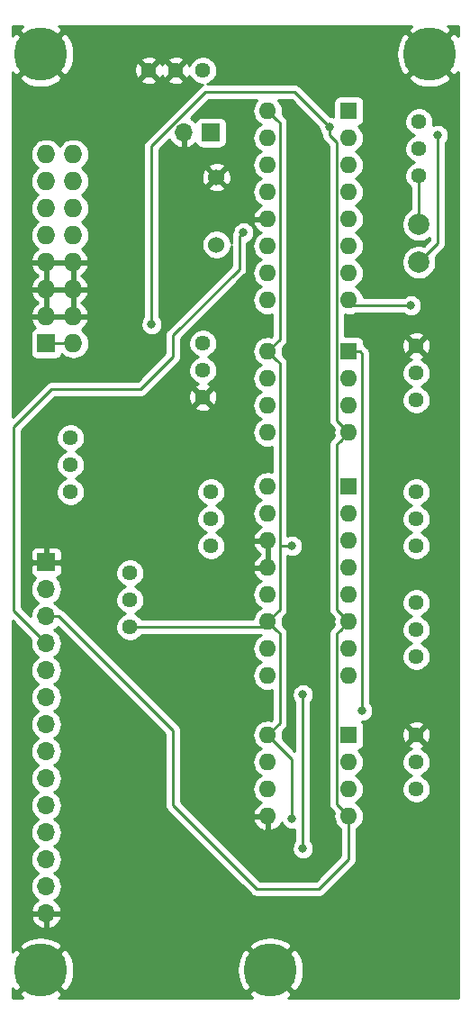
<source format=gbr>
G04 #@! TF.GenerationSoftware,KiCad,Pcbnew,(5.1.4-0-10_14)*
G04 #@! TF.CreationDate,2019-10-08T21:24:40-07:00*
G04 #@! TF.ProjectId,VCO_Main,56434f5f-4d61-4696-9e2e-6b696361645f,rev?*
G04 #@! TF.SameCoordinates,Original*
G04 #@! TF.FileFunction,Copper,L2,Bot*
G04 #@! TF.FilePolarity,Positive*
%FSLAX46Y46*%
G04 Gerber Fmt 4.6, Leading zero omitted, Abs format (unit mm)*
G04 Created by KiCad (PCBNEW (5.1.4-0-10_14)) date 2019-10-08 21:24:40*
%MOMM*%
%LPD*%
G04 APERTURE LIST*
%ADD10C,1.440000*%
%ADD11R,1.700000X1.700000*%
%ADD12O,1.700000X1.700000*%
%ADD13C,2.000000*%
%ADD14R,1.727200X1.727200*%
%ADD15O,1.727200X1.727200*%
%ADD16R,1.600000X1.600000*%
%ADD17O,1.600000X1.600000*%
%ADD18C,1.524000*%
%ADD19C,5.000000*%
%ADD20C,0.800000*%
%ADD21C,0.250000*%
%ADD22C,0.254000*%
G04 APERTURE END LIST*
D10*
X106172000Y-82042000D03*
X106172000Y-79502000D03*
X106172000Y-76962000D03*
X85852000Y-102870000D03*
X85852000Y-100330000D03*
X85852000Y-97790000D03*
X86614000Y-116840000D03*
X86614000Y-114300000D03*
X86614000Y-111760000D03*
X105918000Y-122174000D03*
X105918000Y-124714000D03*
X105918000Y-127254000D03*
X105918000Y-116840000D03*
X105918000Y-114300000D03*
X105918000Y-111760000D03*
X105918000Y-134620000D03*
X105918000Y-137160000D03*
X105918000Y-139700000D03*
X105918000Y-103124000D03*
X105918000Y-100584000D03*
X105918000Y-98044000D03*
D11*
X86614000Y-77978000D03*
D12*
X84074000Y-77978000D03*
D10*
X85852000Y-72136000D03*
X83312000Y-72136000D03*
X80772000Y-72136000D03*
D13*
X106172000Y-90170000D03*
X106172000Y-86614000D03*
D14*
X71120000Y-97790000D03*
D15*
X73660000Y-97790000D03*
X71120000Y-95250000D03*
X73660000Y-95250000D03*
X71120000Y-92710000D03*
X73660000Y-92710000D03*
X71120000Y-90170000D03*
X73660000Y-90170000D03*
X71120000Y-87630000D03*
X73660000Y-87630000D03*
X71120000Y-85090000D03*
X73660000Y-85090000D03*
X71120000Y-82550000D03*
X73660000Y-82550000D03*
X71120000Y-80010000D03*
X73660000Y-80010000D03*
D16*
X99568000Y-75946000D03*
D17*
X91948000Y-93726000D03*
X99568000Y-78486000D03*
X91948000Y-91186000D03*
X99568000Y-81026000D03*
X91948000Y-88646000D03*
X99568000Y-83566000D03*
X91948000Y-86106000D03*
X99568000Y-86106000D03*
X91948000Y-83566000D03*
X99568000Y-88646000D03*
X91948000Y-81026000D03*
X99568000Y-91186000D03*
X91948000Y-78486000D03*
X99568000Y-93726000D03*
X91948000Y-75946000D03*
X91948000Y-134620000D03*
X99568000Y-142240000D03*
X91948000Y-137160000D03*
X99568000Y-139700000D03*
X91948000Y-139700000D03*
X99568000Y-137160000D03*
X91948000Y-142240000D03*
D16*
X99568000Y-134620000D03*
X99568000Y-111252000D03*
D17*
X91948000Y-129032000D03*
X99568000Y-113792000D03*
X91948000Y-126492000D03*
X99568000Y-116332000D03*
X91948000Y-123952000D03*
X99568000Y-118872000D03*
X91948000Y-121412000D03*
X99568000Y-121412000D03*
X91948000Y-118872000D03*
X99568000Y-123952000D03*
X91948000Y-116332000D03*
X99568000Y-126492000D03*
X91948000Y-113792000D03*
X99568000Y-129032000D03*
X91948000Y-111252000D03*
D10*
X78994000Y-119380000D03*
X78994000Y-121920000D03*
X78994000Y-124460000D03*
X73406000Y-111760000D03*
X73406000Y-109220000D03*
X73406000Y-106680000D03*
D11*
X71120000Y-118364000D03*
D12*
X71120000Y-120904000D03*
X71120000Y-123444000D03*
X71120000Y-125984000D03*
X71120000Y-128524000D03*
X71120000Y-131064000D03*
X71120000Y-133604000D03*
X71120000Y-136144000D03*
X71120000Y-138684000D03*
X71120000Y-141224000D03*
X71120000Y-143764000D03*
X71120000Y-146304000D03*
X71120000Y-148844000D03*
X71120000Y-151384000D03*
D16*
X99568000Y-98552000D03*
D17*
X91948000Y-106172000D03*
X99568000Y-101092000D03*
X91948000Y-103632000D03*
X99568000Y-103632000D03*
X91948000Y-101092000D03*
X99568000Y-106172000D03*
X91948000Y-98552000D03*
D18*
X87122000Y-82169000D03*
X87122000Y-88519000D03*
D19*
X70612000Y-70612000D03*
X70612000Y-156718000D03*
X107188000Y-70612000D03*
X92202000Y-156718000D03*
D20*
X104902000Y-129794000D03*
X104648000Y-125984000D03*
X81280000Y-129286000D03*
X82550000Y-119380000D03*
X88138000Y-100076000D03*
X97282000Y-94996000D03*
X105156000Y-142240000D03*
X107950000Y-78232000D03*
X97790000Y-77470000D03*
X81026000Y-96012000D03*
X94234000Y-142494000D03*
X94234000Y-116840000D03*
X89662000Y-87376000D03*
X100838000Y-132334000D03*
X95250000Y-145288000D03*
X95250000Y-130810000D03*
X105410000Y-94234000D03*
D21*
X107950000Y-88392000D02*
X107950000Y-78232000D01*
X106172000Y-90170000D02*
X107950000Y-88392000D01*
X98768001Y-124751999D02*
X99568000Y-123952000D01*
X98442999Y-125077001D02*
X98768001Y-124751999D01*
X98442999Y-141114999D02*
X98442999Y-125077001D01*
X99568000Y-142240000D02*
X98442999Y-141114999D01*
X98768001Y-106971999D02*
X99568000Y-106172000D01*
X98442999Y-107297001D02*
X98768001Y-106971999D01*
X98442999Y-122826999D02*
X98442999Y-107297001D01*
X99568000Y-123952000D02*
X98442999Y-122826999D01*
X98442999Y-105046999D02*
X98442999Y-78884999D01*
X99568000Y-106172000D02*
X98442999Y-105046999D01*
X97790000Y-78232000D02*
X97790000Y-77470000D01*
X98442999Y-78884999D02*
X97790000Y-78232000D01*
X72322081Y-123444000D02*
X83058000Y-134179919D01*
X71120000Y-123444000D02*
X72322081Y-123444000D01*
X83058000Y-134179919D02*
X83058000Y-141224000D01*
X83058000Y-141224000D02*
X90932000Y-149098000D01*
X90932000Y-149098000D02*
X96774000Y-149098000D01*
X99568000Y-146304000D02*
X99568000Y-142240000D01*
X96774000Y-149098000D02*
X99568000Y-146304000D01*
X81026000Y-79248000D02*
X86106000Y-74168000D01*
X81026000Y-96012000D02*
X81026000Y-79248000D01*
X94488000Y-74168000D02*
X97790000Y-77470000D01*
X86106000Y-74168000D02*
X94488000Y-74168000D01*
X72233600Y-97790000D02*
X73660000Y-97790000D01*
X71120000Y-97790000D02*
X72233600Y-97790000D01*
X92747999Y-124751999D02*
X91948000Y-123952000D01*
X93073001Y-133494999D02*
X93073001Y-125077001D01*
X93073001Y-125077001D02*
X92747999Y-124751999D01*
X91948000Y-134620000D02*
X93073001Y-133494999D01*
X92747999Y-99351999D02*
X91948000Y-98552000D01*
X93073001Y-99677001D02*
X92747999Y-99351999D01*
X91948000Y-123952000D02*
X93073001Y-122826999D01*
X93073001Y-77071001D02*
X92747999Y-76745999D01*
X93073001Y-97426999D02*
X93073001Y-77071001D01*
X92747999Y-76745999D02*
X91948000Y-75946000D01*
X91948000Y-98552000D02*
X93073001Y-97426999D01*
X94234000Y-136906000D02*
X91948000Y-134620000D01*
X94234000Y-142494000D02*
X94234000Y-136906000D01*
X91440000Y-124460000D02*
X91948000Y-123952000D01*
X78994000Y-124460000D02*
X91440000Y-124460000D01*
X93218000Y-116840000D02*
X93073001Y-116984999D01*
X94234000Y-116840000D02*
X93218000Y-116840000D01*
X93073001Y-116984999D02*
X93073001Y-99677001D01*
X93073001Y-122826999D02*
X93073001Y-116984999D01*
X106172000Y-82042000D02*
X106172000Y-86614000D01*
X89262001Y-87775999D02*
X89262001Y-90823999D01*
X89662000Y-87376000D02*
X89262001Y-87775999D01*
X89262001Y-90823999D02*
X83058000Y-97028000D01*
X83058000Y-97028000D02*
X83058000Y-99060000D01*
X83058000Y-99060000D02*
X80010000Y-102108000D01*
X80010000Y-102108000D02*
X71628000Y-102108000D01*
X71628000Y-102108000D02*
X68072000Y-105664000D01*
X68072000Y-122936000D02*
X71120000Y-125984000D01*
X68072000Y-105664000D02*
X68072000Y-122936000D01*
X100618000Y-98552000D02*
X99568000Y-98552000D01*
X100838000Y-98772000D02*
X100618000Y-98552000D01*
X100838000Y-132334000D02*
X100838000Y-98772000D01*
X95250000Y-145288000D02*
X95250000Y-131318000D01*
X95250000Y-131318000D02*
X95250000Y-130810000D01*
X100076000Y-94234000D02*
X99568000Y-93726000D01*
X105410000Y-94234000D02*
X100076000Y-94234000D01*
D22*
G36*
X68864627Y-67990882D02*
G01*
X68588457Y-68408852D01*
X70612000Y-70432395D01*
X72635543Y-68408852D01*
X72359373Y-67990882D01*
X72305201Y-67962000D01*
X105494661Y-67962000D01*
X105440627Y-67990882D01*
X105164457Y-68408852D01*
X107188000Y-70432395D01*
X109211543Y-68408852D01*
X108935373Y-67990882D01*
X108881201Y-67962000D01*
X109838001Y-67962000D01*
X109838001Y-68918663D01*
X109809118Y-68864627D01*
X109391148Y-68588457D01*
X107367605Y-70612000D01*
X109391148Y-72635543D01*
X109809118Y-72359373D01*
X109838001Y-72305199D01*
X109838000Y-159368000D01*
X93895339Y-159368000D01*
X93949373Y-159339118D01*
X94225543Y-158921148D01*
X92202000Y-156897605D01*
X90178457Y-158921148D01*
X90454627Y-159339118D01*
X90508799Y-159368000D01*
X72305339Y-159368000D01*
X72359373Y-159339118D01*
X72635543Y-158921148D01*
X70612000Y-156897605D01*
X68588457Y-158921148D01*
X68864627Y-159339118D01*
X68918799Y-159368000D01*
X67962000Y-159368000D01*
X67962000Y-158411339D01*
X67990882Y-158465373D01*
X68408852Y-158741543D01*
X70432395Y-156718000D01*
X70791605Y-156718000D01*
X72815148Y-158741543D01*
X73233118Y-158465373D01*
X73523649Y-157920443D01*
X73702287Y-157329304D01*
X73761519Y-156721328D01*
X89051832Y-156721328D01*
X89113010Y-157335831D01*
X89292897Y-157926592D01*
X89580882Y-158465373D01*
X89998852Y-158741543D01*
X92022395Y-156718000D01*
X92381605Y-156718000D01*
X94405148Y-158741543D01*
X94823118Y-158465373D01*
X95113649Y-157920443D01*
X95292287Y-157329304D01*
X95352168Y-156714672D01*
X95290990Y-156100169D01*
X95111103Y-155509408D01*
X94823118Y-154970627D01*
X94405148Y-154694457D01*
X92381605Y-156718000D01*
X92022395Y-156718000D01*
X89998852Y-154694457D01*
X89580882Y-154970627D01*
X89290351Y-155515557D01*
X89111713Y-156106696D01*
X89051832Y-156721328D01*
X73761519Y-156721328D01*
X73762168Y-156714672D01*
X73700990Y-156100169D01*
X73521103Y-155509408D01*
X73233118Y-154970627D01*
X72815148Y-154694457D01*
X70791605Y-156718000D01*
X70432395Y-156718000D01*
X68408852Y-154694457D01*
X67990882Y-154970627D01*
X67962000Y-155024799D01*
X67962000Y-154514852D01*
X68588457Y-154514852D01*
X70612000Y-156538395D01*
X72635543Y-154514852D01*
X90178457Y-154514852D01*
X92202000Y-156538395D01*
X94225543Y-154514852D01*
X93949373Y-154096882D01*
X93404443Y-153806351D01*
X92813304Y-153627713D01*
X92198672Y-153567832D01*
X91584169Y-153629010D01*
X90993408Y-153808897D01*
X90454627Y-154096882D01*
X90178457Y-154514852D01*
X72635543Y-154514852D01*
X72359373Y-154096882D01*
X71814443Y-153806351D01*
X71223304Y-153627713D01*
X70608672Y-153567832D01*
X69994169Y-153629010D01*
X69403408Y-153808897D01*
X68864627Y-154096882D01*
X68588457Y-154514852D01*
X67962000Y-154514852D01*
X67962000Y-151740890D01*
X69678524Y-151740890D01*
X69723175Y-151888099D01*
X69848359Y-152150920D01*
X70022412Y-152384269D01*
X70238645Y-152579178D01*
X70488748Y-152728157D01*
X70763109Y-152825481D01*
X70993000Y-152704814D01*
X70993000Y-151511000D01*
X71247000Y-151511000D01*
X71247000Y-152704814D01*
X71476891Y-152825481D01*
X71751252Y-152728157D01*
X72001355Y-152579178D01*
X72217588Y-152384269D01*
X72391641Y-152150920D01*
X72516825Y-151888099D01*
X72561476Y-151740890D01*
X72440155Y-151511000D01*
X71247000Y-151511000D01*
X70993000Y-151511000D01*
X69799845Y-151511000D01*
X69678524Y-151740890D01*
X67962000Y-151740890D01*
X67962000Y-123889488D01*
X69688250Y-125615739D01*
X69664371Y-125694457D01*
X69635854Y-125984000D01*
X69664371Y-126273543D01*
X69748828Y-126551958D01*
X69885978Y-126808547D01*
X70070550Y-127033450D01*
X70295453Y-127218022D01*
X70362763Y-127254000D01*
X70295453Y-127289978D01*
X70070550Y-127474550D01*
X69885978Y-127699453D01*
X69748828Y-127956042D01*
X69664371Y-128234457D01*
X69635854Y-128524000D01*
X69664371Y-128813543D01*
X69748828Y-129091958D01*
X69885978Y-129348547D01*
X70070550Y-129573450D01*
X70295453Y-129758022D01*
X70362763Y-129794000D01*
X70295453Y-129829978D01*
X70070550Y-130014550D01*
X69885978Y-130239453D01*
X69748828Y-130496042D01*
X69664371Y-130774457D01*
X69635854Y-131064000D01*
X69664371Y-131353543D01*
X69748828Y-131631958D01*
X69885978Y-131888547D01*
X70070550Y-132113450D01*
X70295453Y-132298022D01*
X70362763Y-132334000D01*
X70295453Y-132369978D01*
X70070550Y-132554550D01*
X69885978Y-132779453D01*
X69748828Y-133036042D01*
X69664371Y-133314457D01*
X69635854Y-133604000D01*
X69664371Y-133893543D01*
X69748828Y-134171958D01*
X69885978Y-134428547D01*
X70070550Y-134653450D01*
X70295453Y-134838022D01*
X70362763Y-134874000D01*
X70295453Y-134909978D01*
X70070550Y-135094550D01*
X69885978Y-135319453D01*
X69748828Y-135576042D01*
X69664371Y-135854457D01*
X69635854Y-136144000D01*
X69664371Y-136433543D01*
X69748828Y-136711958D01*
X69885978Y-136968547D01*
X70070550Y-137193450D01*
X70295453Y-137378022D01*
X70362763Y-137414000D01*
X70295453Y-137449978D01*
X70070550Y-137634550D01*
X69885978Y-137859453D01*
X69748828Y-138116042D01*
X69664371Y-138394457D01*
X69635854Y-138684000D01*
X69664371Y-138973543D01*
X69748828Y-139251958D01*
X69885978Y-139508547D01*
X70070550Y-139733450D01*
X70295453Y-139918022D01*
X70362763Y-139954000D01*
X70295453Y-139989978D01*
X70070550Y-140174550D01*
X69885978Y-140399453D01*
X69748828Y-140656042D01*
X69664371Y-140934457D01*
X69635854Y-141224000D01*
X69664371Y-141513543D01*
X69748828Y-141791958D01*
X69885978Y-142048547D01*
X70070550Y-142273450D01*
X70295453Y-142458022D01*
X70362763Y-142494000D01*
X70295453Y-142529978D01*
X70070550Y-142714550D01*
X69885978Y-142939453D01*
X69748828Y-143196042D01*
X69664371Y-143474457D01*
X69635854Y-143764000D01*
X69664371Y-144053543D01*
X69748828Y-144331958D01*
X69885978Y-144588547D01*
X70070550Y-144813450D01*
X70295453Y-144998022D01*
X70362763Y-145034000D01*
X70295453Y-145069978D01*
X70070550Y-145254550D01*
X69885978Y-145479453D01*
X69748828Y-145736042D01*
X69664371Y-146014457D01*
X69635854Y-146304000D01*
X69664371Y-146593543D01*
X69748828Y-146871958D01*
X69885978Y-147128547D01*
X70070550Y-147353450D01*
X70295453Y-147538022D01*
X70362763Y-147574000D01*
X70295453Y-147609978D01*
X70070550Y-147794550D01*
X69885978Y-148019453D01*
X69748828Y-148276042D01*
X69664371Y-148554457D01*
X69635854Y-148844000D01*
X69664371Y-149133543D01*
X69748828Y-149411958D01*
X69885978Y-149668547D01*
X70070550Y-149893450D01*
X70295453Y-150078022D01*
X70363549Y-150114420D01*
X70238645Y-150188822D01*
X70022412Y-150383731D01*
X69848359Y-150617080D01*
X69723175Y-150879901D01*
X69678524Y-151027110D01*
X69799845Y-151257000D01*
X70993000Y-151257000D01*
X70993000Y-151237000D01*
X71247000Y-151237000D01*
X71247000Y-151257000D01*
X72440155Y-151257000D01*
X72561476Y-151027110D01*
X72516825Y-150879901D01*
X72391641Y-150617080D01*
X72217588Y-150383731D01*
X72001355Y-150188822D01*
X71876451Y-150114420D01*
X71944547Y-150078022D01*
X72169450Y-149893450D01*
X72354022Y-149668547D01*
X72491172Y-149411958D01*
X72575629Y-149133543D01*
X72604146Y-148844000D01*
X72575629Y-148554457D01*
X72491172Y-148276042D01*
X72354022Y-148019453D01*
X72169450Y-147794550D01*
X71944547Y-147609978D01*
X71877237Y-147574000D01*
X71944547Y-147538022D01*
X72169450Y-147353450D01*
X72354022Y-147128547D01*
X72491172Y-146871958D01*
X72575629Y-146593543D01*
X72604146Y-146304000D01*
X72575629Y-146014457D01*
X72491172Y-145736042D01*
X72354022Y-145479453D01*
X72169450Y-145254550D01*
X71944547Y-145069978D01*
X71877237Y-145034000D01*
X71944547Y-144998022D01*
X72169450Y-144813450D01*
X72354022Y-144588547D01*
X72491172Y-144331958D01*
X72575629Y-144053543D01*
X72604146Y-143764000D01*
X72575629Y-143474457D01*
X72491172Y-143196042D01*
X72354022Y-142939453D01*
X72169450Y-142714550D01*
X71944547Y-142529978D01*
X71877237Y-142494000D01*
X71944547Y-142458022D01*
X72169450Y-142273450D01*
X72354022Y-142048547D01*
X72491172Y-141791958D01*
X72575629Y-141513543D01*
X72604146Y-141224000D01*
X72575629Y-140934457D01*
X72491172Y-140656042D01*
X72354022Y-140399453D01*
X72169450Y-140174550D01*
X71944547Y-139989978D01*
X71877237Y-139954000D01*
X71944547Y-139918022D01*
X72169450Y-139733450D01*
X72354022Y-139508547D01*
X72491172Y-139251958D01*
X72575629Y-138973543D01*
X72604146Y-138684000D01*
X72575629Y-138394457D01*
X72491172Y-138116042D01*
X72354022Y-137859453D01*
X72169450Y-137634550D01*
X71944547Y-137449978D01*
X71877237Y-137414000D01*
X71944547Y-137378022D01*
X72169450Y-137193450D01*
X72354022Y-136968547D01*
X72491172Y-136711958D01*
X72575629Y-136433543D01*
X72604146Y-136144000D01*
X72575629Y-135854457D01*
X72491172Y-135576042D01*
X72354022Y-135319453D01*
X72169450Y-135094550D01*
X71944547Y-134909978D01*
X71877237Y-134874000D01*
X71944547Y-134838022D01*
X72169450Y-134653450D01*
X72354022Y-134428547D01*
X72491172Y-134171958D01*
X72575629Y-133893543D01*
X72604146Y-133604000D01*
X72575629Y-133314457D01*
X72491172Y-133036042D01*
X72354022Y-132779453D01*
X72169450Y-132554550D01*
X71944547Y-132369978D01*
X71877237Y-132334000D01*
X71944547Y-132298022D01*
X72169450Y-132113450D01*
X72354022Y-131888547D01*
X72491172Y-131631958D01*
X72575629Y-131353543D01*
X72604146Y-131064000D01*
X72575629Y-130774457D01*
X72491172Y-130496042D01*
X72354022Y-130239453D01*
X72169450Y-130014550D01*
X71944547Y-129829978D01*
X71877237Y-129794000D01*
X71944547Y-129758022D01*
X72169450Y-129573450D01*
X72354022Y-129348547D01*
X72491172Y-129091958D01*
X72575629Y-128813543D01*
X72604146Y-128524000D01*
X72575629Y-128234457D01*
X72491172Y-127956042D01*
X72354022Y-127699453D01*
X72169450Y-127474550D01*
X71944547Y-127289978D01*
X71877237Y-127254000D01*
X71944547Y-127218022D01*
X72169450Y-127033450D01*
X72354022Y-126808547D01*
X72491172Y-126551958D01*
X72575629Y-126273543D01*
X72604146Y-125984000D01*
X72575629Y-125694457D01*
X72491172Y-125416042D01*
X72354022Y-125159453D01*
X72169450Y-124934550D01*
X71944547Y-124749978D01*
X71877237Y-124714000D01*
X71944547Y-124678022D01*
X72169450Y-124493450D01*
X72231921Y-124417328D01*
X82306000Y-134491408D01*
X82306001Y-141187054D01*
X82302362Y-141224000D01*
X82316882Y-141371417D01*
X82359882Y-141513169D01*
X82429710Y-141643810D01*
X82500137Y-141729625D01*
X82523684Y-141758317D01*
X82552375Y-141781863D01*
X90374133Y-149603621D01*
X90397683Y-149632317D01*
X90512190Y-149726290D01*
X90642830Y-149796118D01*
X90784582Y-149839119D01*
X90895062Y-149850000D01*
X90895064Y-149850000D01*
X90932000Y-149853638D01*
X90968935Y-149850000D01*
X96737065Y-149850000D01*
X96774000Y-149853638D01*
X96810935Y-149850000D01*
X96810938Y-149850000D01*
X96921418Y-149839119D01*
X97063170Y-149796118D01*
X97193810Y-149726290D01*
X97308317Y-149632317D01*
X97331867Y-149603621D01*
X100073622Y-146861866D01*
X100102317Y-146838317D01*
X100196290Y-146723810D01*
X100266118Y-146593170D01*
X100309119Y-146451418D01*
X100320000Y-146340938D01*
X100320000Y-146340936D01*
X100323638Y-146304000D01*
X100320000Y-146267065D01*
X100320000Y-143456105D01*
X100364634Y-143432248D01*
X100581923Y-143253923D01*
X100760248Y-143036634D01*
X100892755Y-142788731D01*
X100974352Y-142519741D01*
X101001904Y-142240000D01*
X100974352Y-141960259D01*
X100892755Y-141691269D01*
X100760248Y-141443366D01*
X100581923Y-141226077D01*
X100364634Y-141047752D01*
X100219170Y-140970000D01*
X100364634Y-140892248D01*
X100581923Y-140713923D01*
X100760248Y-140496634D01*
X100892755Y-140248731D01*
X100974352Y-139979741D01*
X101001904Y-139700000D01*
X100974352Y-139420259D01*
X100892755Y-139151269D01*
X100760248Y-138903366D01*
X100581923Y-138686077D01*
X100364634Y-138507752D01*
X100219170Y-138430000D01*
X100364634Y-138352248D01*
X100581923Y-138173923D01*
X100760248Y-137956634D01*
X100892755Y-137708731D01*
X100974352Y-137439741D01*
X101001904Y-137160000D01*
X100988838Y-137027332D01*
X104571000Y-137027332D01*
X104571000Y-137292668D01*
X104622764Y-137552906D01*
X104724304Y-137798044D01*
X104871716Y-138018663D01*
X105059337Y-138206284D01*
X105279956Y-138353696D01*
X105464169Y-138430000D01*
X105279956Y-138506304D01*
X105059337Y-138653716D01*
X104871716Y-138841337D01*
X104724304Y-139061956D01*
X104622764Y-139307094D01*
X104571000Y-139567332D01*
X104571000Y-139832668D01*
X104622764Y-140092906D01*
X104724304Y-140338044D01*
X104871716Y-140558663D01*
X105059337Y-140746284D01*
X105279956Y-140893696D01*
X105525094Y-140995236D01*
X105785332Y-141047000D01*
X106050668Y-141047000D01*
X106310906Y-140995236D01*
X106556044Y-140893696D01*
X106776663Y-140746284D01*
X106964284Y-140558663D01*
X107111696Y-140338044D01*
X107213236Y-140092906D01*
X107265000Y-139832668D01*
X107265000Y-139567332D01*
X107213236Y-139307094D01*
X107111696Y-139061956D01*
X106964284Y-138841337D01*
X106776663Y-138653716D01*
X106556044Y-138506304D01*
X106371831Y-138430000D01*
X106556044Y-138353696D01*
X106776663Y-138206284D01*
X106964284Y-138018663D01*
X107111696Y-137798044D01*
X107213236Y-137552906D01*
X107265000Y-137292668D01*
X107265000Y-137027332D01*
X107213236Y-136767094D01*
X107111696Y-136521956D01*
X106964284Y-136301337D01*
X106776663Y-136113716D01*
X106556044Y-135966304D01*
X106380543Y-135893609D01*
X106506353Y-135847875D01*
X106612068Y-135791368D01*
X106673955Y-135555560D01*
X105918000Y-134799605D01*
X105162045Y-135555560D01*
X105223932Y-135791368D01*
X105448835Y-135896352D01*
X105279956Y-135966304D01*
X105059337Y-136113716D01*
X104871716Y-136301337D01*
X104724304Y-136521956D01*
X104622764Y-136767094D01*
X104571000Y-137027332D01*
X100988838Y-137027332D01*
X100974352Y-136880259D01*
X100892755Y-136611269D01*
X100760248Y-136363366D01*
X100581923Y-136146077D01*
X100454511Y-136041512D01*
X100490913Y-136037927D01*
X100609103Y-136002075D01*
X100718028Y-135943853D01*
X100813501Y-135865501D01*
X100891853Y-135770028D01*
X100950075Y-135661103D01*
X100985927Y-135542913D01*
X100998033Y-135420000D01*
X100998033Y-134693680D01*
X104558439Y-134693680D01*
X104598937Y-134957501D01*
X104690125Y-135208353D01*
X104746632Y-135314068D01*
X104982440Y-135375955D01*
X105738395Y-134620000D01*
X106097605Y-134620000D01*
X106853560Y-135375955D01*
X107089368Y-135314068D01*
X107202266Y-135072210D01*
X107265811Y-134812973D01*
X107277561Y-134546320D01*
X107237063Y-134282499D01*
X107145875Y-134031647D01*
X107089368Y-133925932D01*
X106853560Y-133864045D01*
X106097605Y-134620000D01*
X105738395Y-134620000D01*
X104982440Y-133864045D01*
X104746632Y-133925932D01*
X104633734Y-134167790D01*
X104570189Y-134427027D01*
X104558439Y-134693680D01*
X100998033Y-134693680D01*
X100998033Y-133820000D01*
X100985927Y-133697087D01*
X100982091Y-133684440D01*
X105162045Y-133684440D01*
X105918000Y-134440395D01*
X106673955Y-133684440D01*
X106612068Y-133448632D01*
X106370210Y-133335734D01*
X106110973Y-133272189D01*
X105844320Y-133260439D01*
X105580499Y-133300937D01*
X105329647Y-133392125D01*
X105223932Y-133448632D01*
X105162045Y-133684440D01*
X100982091Y-133684440D01*
X100950075Y-133578897D01*
X100891853Y-133469972D01*
X100813501Y-133374499D01*
X100797052Y-133361000D01*
X100939151Y-133361000D01*
X101137565Y-133321533D01*
X101324467Y-133244115D01*
X101492674Y-133131723D01*
X101635723Y-132988674D01*
X101748115Y-132820467D01*
X101825533Y-132633565D01*
X101865000Y-132435151D01*
X101865000Y-132232849D01*
X101825533Y-132034435D01*
X101748115Y-131847533D01*
X101635723Y-131679326D01*
X101590000Y-131633603D01*
X101590000Y-122041332D01*
X104571000Y-122041332D01*
X104571000Y-122306668D01*
X104622764Y-122566906D01*
X104724304Y-122812044D01*
X104871716Y-123032663D01*
X105059337Y-123220284D01*
X105279956Y-123367696D01*
X105464169Y-123444000D01*
X105279956Y-123520304D01*
X105059337Y-123667716D01*
X104871716Y-123855337D01*
X104724304Y-124075956D01*
X104622764Y-124321094D01*
X104571000Y-124581332D01*
X104571000Y-124846668D01*
X104622764Y-125106906D01*
X104724304Y-125352044D01*
X104871716Y-125572663D01*
X105059337Y-125760284D01*
X105279956Y-125907696D01*
X105464169Y-125984000D01*
X105279956Y-126060304D01*
X105059337Y-126207716D01*
X104871716Y-126395337D01*
X104724304Y-126615956D01*
X104622764Y-126861094D01*
X104571000Y-127121332D01*
X104571000Y-127386668D01*
X104622764Y-127646906D01*
X104724304Y-127892044D01*
X104871716Y-128112663D01*
X105059337Y-128300284D01*
X105279956Y-128447696D01*
X105525094Y-128549236D01*
X105785332Y-128601000D01*
X106050668Y-128601000D01*
X106310906Y-128549236D01*
X106556044Y-128447696D01*
X106776663Y-128300284D01*
X106964284Y-128112663D01*
X107111696Y-127892044D01*
X107213236Y-127646906D01*
X107265000Y-127386668D01*
X107265000Y-127121332D01*
X107213236Y-126861094D01*
X107111696Y-126615956D01*
X106964284Y-126395337D01*
X106776663Y-126207716D01*
X106556044Y-126060304D01*
X106371831Y-125984000D01*
X106556044Y-125907696D01*
X106776663Y-125760284D01*
X106964284Y-125572663D01*
X107111696Y-125352044D01*
X107213236Y-125106906D01*
X107265000Y-124846668D01*
X107265000Y-124581332D01*
X107213236Y-124321094D01*
X107111696Y-124075956D01*
X106964284Y-123855337D01*
X106776663Y-123667716D01*
X106556044Y-123520304D01*
X106371831Y-123444000D01*
X106556044Y-123367696D01*
X106776663Y-123220284D01*
X106964284Y-123032663D01*
X107111696Y-122812044D01*
X107213236Y-122566906D01*
X107265000Y-122306668D01*
X107265000Y-122041332D01*
X107213236Y-121781094D01*
X107111696Y-121535956D01*
X106964284Y-121315337D01*
X106776663Y-121127716D01*
X106556044Y-120980304D01*
X106310906Y-120878764D01*
X106050668Y-120827000D01*
X105785332Y-120827000D01*
X105525094Y-120878764D01*
X105279956Y-120980304D01*
X105059337Y-121127716D01*
X104871716Y-121315337D01*
X104724304Y-121535956D01*
X104622764Y-121781094D01*
X104571000Y-122041332D01*
X101590000Y-122041332D01*
X101590000Y-111627332D01*
X104571000Y-111627332D01*
X104571000Y-111892668D01*
X104622764Y-112152906D01*
X104724304Y-112398044D01*
X104871716Y-112618663D01*
X105059337Y-112806284D01*
X105279956Y-112953696D01*
X105464169Y-113030000D01*
X105279956Y-113106304D01*
X105059337Y-113253716D01*
X104871716Y-113441337D01*
X104724304Y-113661956D01*
X104622764Y-113907094D01*
X104571000Y-114167332D01*
X104571000Y-114432668D01*
X104622764Y-114692906D01*
X104724304Y-114938044D01*
X104871716Y-115158663D01*
X105059337Y-115346284D01*
X105279956Y-115493696D01*
X105464169Y-115570000D01*
X105279956Y-115646304D01*
X105059337Y-115793716D01*
X104871716Y-115981337D01*
X104724304Y-116201956D01*
X104622764Y-116447094D01*
X104571000Y-116707332D01*
X104571000Y-116972668D01*
X104622764Y-117232906D01*
X104724304Y-117478044D01*
X104871716Y-117698663D01*
X105059337Y-117886284D01*
X105279956Y-118033696D01*
X105525094Y-118135236D01*
X105785332Y-118187000D01*
X106050668Y-118187000D01*
X106310906Y-118135236D01*
X106556044Y-118033696D01*
X106776663Y-117886284D01*
X106964284Y-117698663D01*
X107111696Y-117478044D01*
X107213236Y-117232906D01*
X107265000Y-116972668D01*
X107265000Y-116707332D01*
X107213236Y-116447094D01*
X107111696Y-116201956D01*
X106964284Y-115981337D01*
X106776663Y-115793716D01*
X106556044Y-115646304D01*
X106371831Y-115570000D01*
X106556044Y-115493696D01*
X106776663Y-115346284D01*
X106964284Y-115158663D01*
X107111696Y-114938044D01*
X107213236Y-114692906D01*
X107265000Y-114432668D01*
X107265000Y-114167332D01*
X107213236Y-113907094D01*
X107111696Y-113661956D01*
X106964284Y-113441337D01*
X106776663Y-113253716D01*
X106556044Y-113106304D01*
X106371831Y-113030000D01*
X106556044Y-112953696D01*
X106776663Y-112806284D01*
X106964284Y-112618663D01*
X107111696Y-112398044D01*
X107213236Y-112152906D01*
X107265000Y-111892668D01*
X107265000Y-111627332D01*
X107213236Y-111367094D01*
X107111696Y-111121956D01*
X106964284Y-110901337D01*
X106776663Y-110713716D01*
X106556044Y-110566304D01*
X106310906Y-110464764D01*
X106050668Y-110413000D01*
X105785332Y-110413000D01*
X105525094Y-110464764D01*
X105279956Y-110566304D01*
X105059337Y-110713716D01*
X104871716Y-110901337D01*
X104724304Y-111121956D01*
X104622764Y-111367094D01*
X104571000Y-111627332D01*
X101590000Y-111627332D01*
X101590000Y-100451332D01*
X104571000Y-100451332D01*
X104571000Y-100716668D01*
X104622764Y-100976906D01*
X104724304Y-101222044D01*
X104871716Y-101442663D01*
X105059337Y-101630284D01*
X105279956Y-101777696D01*
X105464169Y-101854000D01*
X105279956Y-101930304D01*
X105059337Y-102077716D01*
X104871716Y-102265337D01*
X104724304Y-102485956D01*
X104622764Y-102731094D01*
X104571000Y-102991332D01*
X104571000Y-103256668D01*
X104622764Y-103516906D01*
X104724304Y-103762044D01*
X104871716Y-103982663D01*
X105059337Y-104170284D01*
X105279956Y-104317696D01*
X105525094Y-104419236D01*
X105785332Y-104471000D01*
X106050668Y-104471000D01*
X106310906Y-104419236D01*
X106556044Y-104317696D01*
X106776663Y-104170284D01*
X106964284Y-103982663D01*
X107111696Y-103762044D01*
X107213236Y-103516906D01*
X107265000Y-103256668D01*
X107265000Y-102991332D01*
X107213236Y-102731094D01*
X107111696Y-102485956D01*
X106964284Y-102265337D01*
X106776663Y-102077716D01*
X106556044Y-101930304D01*
X106371831Y-101854000D01*
X106556044Y-101777696D01*
X106776663Y-101630284D01*
X106964284Y-101442663D01*
X107111696Y-101222044D01*
X107213236Y-100976906D01*
X107265000Y-100716668D01*
X107265000Y-100451332D01*
X107213236Y-100191094D01*
X107111696Y-99945956D01*
X106964284Y-99725337D01*
X106776663Y-99537716D01*
X106556044Y-99390304D01*
X106380543Y-99317609D01*
X106506353Y-99271875D01*
X106612068Y-99215368D01*
X106673955Y-98979560D01*
X105918000Y-98223605D01*
X105162045Y-98979560D01*
X105223932Y-99215368D01*
X105448835Y-99320352D01*
X105279956Y-99390304D01*
X105059337Y-99537716D01*
X104871716Y-99725337D01*
X104724304Y-99945956D01*
X104622764Y-100191094D01*
X104571000Y-100451332D01*
X101590000Y-100451332D01*
X101590000Y-98808935D01*
X101593638Y-98772000D01*
X101586489Y-98699417D01*
X101579119Y-98624582D01*
X101536118Y-98482830D01*
X101466290Y-98352190D01*
X101372317Y-98237683D01*
X101343621Y-98214133D01*
X101247168Y-98117680D01*
X104558439Y-98117680D01*
X104598937Y-98381501D01*
X104690125Y-98632353D01*
X104746632Y-98738068D01*
X104982440Y-98799955D01*
X105738395Y-98044000D01*
X106097605Y-98044000D01*
X106853560Y-98799955D01*
X107089368Y-98738068D01*
X107202266Y-98496210D01*
X107265811Y-98236973D01*
X107277561Y-97970320D01*
X107237063Y-97706499D01*
X107145875Y-97455647D01*
X107089368Y-97349932D01*
X106853560Y-97288045D01*
X106097605Y-98044000D01*
X105738395Y-98044000D01*
X104982440Y-97288045D01*
X104746632Y-97349932D01*
X104633734Y-97591790D01*
X104570189Y-97851027D01*
X104558439Y-98117680D01*
X101247168Y-98117680D01*
X101175867Y-98046379D01*
X101152317Y-98017683D01*
X101037810Y-97923710D01*
X100998033Y-97902449D01*
X100998033Y-97752000D01*
X100985927Y-97629087D01*
X100950075Y-97510897D01*
X100891853Y-97401972D01*
X100813501Y-97306499D01*
X100718028Y-97228147D01*
X100609103Y-97169925D01*
X100490913Y-97134073D01*
X100368000Y-97121967D01*
X99194999Y-97121967D01*
X99194999Y-97108440D01*
X105162045Y-97108440D01*
X105918000Y-97864395D01*
X106673955Y-97108440D01*
X106612068Y-96872632D01*
X106370210Y-96759734D01*
X106110973Y-96696189D01*
X105844320Y-96684439D01*
X105580499Y-96724937D01*
X105329647Y-96816125D01*
X105223932Y-96872632D01*
X105162045Y-97108440D01*
X99194999Y-97108440D01*
X99194999Y-95104062D01*
X99288259Y-95132352D01*
X99497902Y-95153000D01*
X99638098Y-95153000D01*
X99847741Y-95132352D01*
X100116731Y-95050755D01*
X100237879Y-94986000D01*
X104709603Y-94986000D01*
X104755326Y-95031723D01*
X104923533Y-95144115D01*
X105110435Y-95221533D01*
X105308849Y-95261000D01*
X105511151Y-95261000D01*
X105709565Y-95221533D01*
X105896467Y-95144115D01*
X106064674Y-95031723D01*
X106207723Y-94888674D01*
X106320115Y-94720467D01*
X106397533Y-94533565D01*
X106437000Y-94335151D01*
X106437000Y-94132849D01*
X106397533Y-93934435D01*
X106320115Y-93747533D01*
X106207723Y-93579326D01*
X106064674Y-93436277D01*
X105896467Y-93323885D01*
X105709565Y-93246467D01*
X105511151Y-93207000D01*
X105308849Y-93207000D01*
X105110435Y-93246467D01*
X104923533Y-93323885D01*
X104755326Y-93436277D01*
X104709603Y-93482000D01*
X100977872Y-93482000D01*
X100974352Y-93446259D01*
X100892755Y-93177269D01*
X100760248Y-92929366D01*
X100581923Y-92712077D01*
X100364634Y-92533752D01*
X100219170Y-92456000D01*
X100364634Y-92378248D01*
X100581923Y-92199923D01*
X100760248Y-91982634D01*
X100892755Y-91734731D01*
X100974352Y-91465741D01*
X101001904Y-91186000D01*
X100974352Y-90906259D01*
X100892755Y-90637269D01*
X100760248Y-90389366D01*
X100581923Y-90172077D01*
X100364634Y-89993752D01*
X100219170Y-89916000D01*
X100364634Y-89838248D01*
X100581923Y-89659923D01*
X100760248Y-89442634D01*
X100892755Y-89194731D01*
X100974352Y-88925741D01*
X101001904Y-88646000D01*
X100974352Y-88366259D01*
X100892755Y-88097269D01*
X100760248Y-87849366D01*
X100581923Y-87632077D01*
X100364634Y-87453752D01*
X100219170Y-87376000D01*
X100364634Y-87298248D01*
X100581923Y-87119923D01*
X100760248Y-86902634D01*
X100892755Y-86654731D01*
X100953720Y-86453755D01*
X104545000Y-86453755D01*
X104545000Y-86774245D01*
X104607525Y-87088578D01*
X104730172Y-87384673D01*
X104908227Y-87651152D01*
X105134848Y-87877773D01*
X105401327Y-88055828D01*
X105697422Y-88178475D01*
X106011755Y-88241000D01*
X106332245Y-88241000D01*
X106646578Y-88178475D01*
X106942673Y-88055828D01*
X107198000Y-87885224D01*
X107198000Y-88080512D01*
X106665252Y-88613260D01*
X106646578Y-88605525D01*
X106332245Y-88543000D01*
X106011755Y-88543000D01*
X105697422Y-88605525D01*
X105401327Y-88728172D01*
X105134848Y-88906227D01*
X104908227Y-89132848D01*
X104730172Y-89399327D01*
X104607525Y-89695422D01*
X104545000Y-90009755D01*
X104545000Y-90330245D01*
X104607525Y-90644578D01*
X104730172Y-90940673D01*
X104908227Y-91207152D01*
X105134848Y-91433773D01*
X105401327Y-91611828D01*
X105697422Y-91734475D01*
X106011755Y-91797000D01*
X106332245Y-91797000D01*
X106646578Y-91734475D01*
X106942673Y-91611828D01*
X107209152Y-91433773D01*
X107435773Y-91207152D01*
X107613828Y-90940673D01*
X107736475Y-90644578D01*
X107799000Y-90330245D01*
X107799000Y-90009755D01*
X107736475Y-89695422D01*
X107728740Y-89676748D01*
X108455622Y-88949866D01*
X108484317Y-88926317D01*
X108578290Y-88811810D01*
X108648118Y-88681170D01*
X108691119Y-88539418D01*
X108702000Y-88428938D01*
X108702000Y-88428936D01*
X108705638Y-88392000D01*
X108702000Y-88355065D01*
X108702000Y-78932397D01*
X108747723Y-78886674D01*
X108860115Y-78718467D01*
X108937533Y-78531565D01*
X108977000Y-78333151D01*
X108977000Y-78130849D01*
X108937533Y-77932435D01*
X108860115Y-77745533D01*
X108747723Y-77577326D01*
X108604674Y-77434277D01*
X108436467Y-77321885D01*
X108249565Y-77244467D01*
X108051151Y-77205000D01*
X107848849Y-77205000D01*
X107650435Y-77244467D01*
X107474726Y-77317248D01*
X107519000Y-77094668D01*
X107519000Y-76829332D01*
X107467236Y-76569094D01*
X107365696Y-76323956D01*
X107218284Y-76103337D01*
X107030663Y-75915716D01*
X106810044Y-75768304D01*
X106564906Y-75666764D01*
X106304668Y-75615000D01*
X106039332Y-75615000D01*
X105779094Y-75666764D01*
X105533956Y-75768304D01*
X105313337Y-75915716D01*
X105125716Y-76103337D01*
X104978304Y-76323956D01*
X104876764Y-76569094D01*
X104825000Y-76829332D01*
X104825000Y-77094668D01*
X104876764Y-77354906D01*
X104978304Y-77600044D01*
X105125716Y-77820663D01*
X105313337Y-78008284D01*
X105533956Y-78155696D01*
X105718169Y-78232000D01*
X105533956Y-78308304D01*
X105313337Y-78455716D01*
X105125716Y-78643337D01*
X104978304Y-78863956D01*
X104876764Y-79109094D01*
X104825000Y-79369332D01*
X104825000Y-79634668D01*
X104876764Y-79894906D01*
X104978304Y-80140044D01*
X105125716Y-80360663D01*
X105313337Y-80548284D01*
X105533956Y-80695696D01*
X105718169Y-80772000D01*
X105533956Y-80848304D01*
X105313337Y-80995716D01*
X105125716Y-81183337D01*
X104978304Y-81403956D01*
X104876764Y-81649094D01*
X104825000Y-81909332D01*
X104825000Y-82174668D01*
X104876764Y-82434906D01*
X104978304Y-82680044D01*
X105125716Y-82900663D01*
X105313337Y-83088284D01*
X105420000Y-83159554D01*
X105420001Y-85164437D01*
X105401327Y-85172172D01*
X105134848Y-85350227D01*
X104908227Y-85576848D01*
X104730172Y-85843327D01*
X104607525Y-86139422D01*
X104545000Y-86453755D01*
X100953720Y-86453755D01*
X100974352Y-86385741D01*
X101001904Y-86106000D01*
X100974352Y-85826259D01*
X100892755Y-85557269D01*
X100760248Y-85309366D01*
X100581923Y-85092077D01*
X100364634Y-84913752D01*
X100219170Y-84836000D01*
X100364634Y-84758248D01*
X100581923Y-84579923D01*
X100760248Y-84362634D01*
X100892755Y-84114731D01*
X100974352Y-83845741D01*
X101001904Y-83566000D01*
X100974352Y-83286259D01*
X100892755Y-83017269D01*
X100760248Y-82769366D01*
X100581923Y-82552077D01*
X100364634Y-82373752D01*
X100219170Y-82296000D01*
X100364634Y-82218248D01*
X100581923Y-82039923D01*
X100760248Y-81822634D01*
X100892755Y-81574731D01*
X100974352Y-81305741D01*
X101001904Y-81026000D01*
X100974352Y-80746259D01*
X100892755Y-80477269D01*
X100760248Y-80229366D01*
X100581923Y-80012077D01*
X100364634Y-79833752D01*
X100219170Y-79756000D01*
X100364634Y-79678248D01*
X100581923Y-79499923D01*
X100760248Y-79282634D01*
X100892755Y-79034731D01*
X100974352Y-78765741D01*
X101001904Y-78486000D01*
X100974352Y-78206259D01*
X100892755Y-77937269D01*
X100760248Y-77689366D01*
X100581923Y-77472077D01*
X100454511Y-77367512D01*
X100490913Y-77363927D01*
X100609103Y-77328075D01*
X100718028Y-77269853D01*
X100813501Y-77191501D01*
X100891853Y-77096028D01*
X100950075Y-76987103D01*
X100985927Y-76868913D01*
X100998033Y-76746000D01*
X100998033Y-75146000D01*
X100985927Y-75023087D01*
X100950075Y-74904897D01*
X100891853Y-74795972D01*
X100813501Y-74700499D01*
X100718028Y-74622147D01*
X100609103Y-74563925D01*
X100490913Y-74528073D01*
X100368000Y-74515967D01*
X98768000Y-74515967D01*
X98645087Y-74528073D01*
X98526897Y-74563925D01*
X98417972Y-74622147D01*
X98322499Y-74700499D01*
X98244147Y-74795972D01*
X98185925Y-74904897D01*
X98150073Y-75023087D01*
X98137967Y-75146000D01*
X98137967Y-76502516D01*
X98089565Y-76482467D01*
X97891151Y-76443000D01*
X97826489Y-76443000D01*
X95045867Y-73662379D01*
X95022317Y-73633683D01*
X94907810Y-73539710D01*
X94777170Y-73469882D01*
X94635418Y-73426881D01*
X94524938Y-73416000D01*
X94524935Y-73416000D01*
X94488000Y-73412362D01*
X94451065Y-73416000D01*
X86281689Y-73416000D01*
X86490044Y-73329696D01*
X86710663Y-73182284D01*
X86898284Y-72994663D01*
X87018231Y-72815148D01*
X105164457Y-72815148D01*
X105440627Y-73233118D01*
X105985557Y-73523649D01*
X106576696Y-73702287D01*
X107191328Y-73762168D01*
X107805831Y-73700990D01*
X108396592Y-73521103D01*
X108935373Y-73233118D01*
X109211543Y-72815148D01*
X107188000Y-70791605D01*
X105164457Y-72815148D01*
X87018231Y-72815148D01*
X87045696Y-72774044D01*
X87147236Y-72528906D01*
X87199000Y-72268668D01*
X87199000Y-72003332D01*
X87147236Y-71743094D01*
X87045696Y-71497956D01*
X86898284Y-71277337D01*
X86710663Y-71089716D01*
X86490044Y-70942304D01*
X86244906Y-70840764D01*
X85984668Y-70789000D01*
X85719332Y-70789000D01*
X85459094Y-70840764D01*
X85213956Y-70942304D01*
X84993337Y-71089716D01*
X84805716Y-71277337D01*
X84658304Y-71497956D01*
X84585609Y-71673457D01*
X84539875Y-71547647D01*
X84483368Y-71441932D01*
X84247560Y-71380045D01*
X83491605Y-72136000D01*
X84247560Y-72891955D01*
X84483368Y-72830068D01*
X84588352Y-72605165D01*
X84658304Y-72774044D01*
X84805716Y-72994663D01*
X84993337Y-73182284D01*
X85213956Y-73329696D01*
X85459094Y-73431236D01*
X85719332Y-73483000D01*
X85792288Y-73483000D01*
X85686190Y-73539710D01*
X85571683Y-73633683D01*
X85548137Y-73662374D01*
X80520375Y-78690137D01*
X80491684Y-78713683D01*
X80468138Y-78742374D01*
X80468137Y-78742375D01*
X80397710Y-78828190D01*
X80327882Y-78958831D01*
X80284882Y-79100583D01*
X80270362Y-79248000D01*
X80274001Y-79284946D01*
X80274000Y-95311603D01*
X80228277Y-95357326D01*
X80115885Y-95525533D01*
X80038467Y-95712435D01*
X79999000Y-95910849D01*
X79999000Y-96113151D01*
X80038467Y-96311565D01*
X80115885Y-96498467D01*
X80228277Y-96666674D01*
X80371326Y-96809723D01*
X80539533Y-96922115D01*
X80726435Y-96999533D01*
X80924849Y-97039000D01*
X81127151Y-97039000D01*
X81325565Y-96999533D01*
X81512467Y-96922115D01*
X81680674Y-96809723D01*
X81823723Y-96666674D01*
X81936115Y-96498467D01*
X82013533Y-96311565D01*
X82053000Y-96113151D01*
X82053000Y-95910849D01*
X82013533Y-95712435D01*
X81936115Y-95525533D01*
X81823723Y-95357326D01*
X81778000Y-95311603D01*
X81778000Y-83134565D01*
X86336040Y-83134565D01*
X86403020Y-83374656D01*
X86652048Y-83491756D01*
X86919135Y-83558023D01*
X87194017Y-83570910D01*
X87466133Y-83529922D01*
X87725023Y-83436636D01*
X87840980Y-83374656D01*
X87907960Y-83134565D01*
X87122000Y-82348605D01*
X86336040Y-83134565D01*
X81778000Y-83134565D01*
X81778000Y-82241017D01*
X85720090Y-82241017D01*
X85761078Y-82513133D01*
X85854364Y-82772023D01*
X85916344Y-82887980D01*
X86156435Y-82954960D01*
X86942395Y-82169000D01*
X87301605Y-82169000D01*
X88087565Y-82954960D01*
X88327656Y-82887980D01*
X88444756Y-82638952D01*
X88511023Y-82371865D01*
X88523910Y-82096983D01*
X88482922Y-81824867D01*
X88389636Y-81565977D01*
X88327656Y-81450020D01*
X88087565Y-81383040D01*
X87301605Y-82169000D01*
X86942395Y-82169000D01*
X86156435Y-81383040D01*
X85916344Y-81450020D01*
X85799244Y-81699048D01*
X85732977Y-81966135D01*
X85720090Y-82241017D01*
X81778000Y-82241017D01*
X81778000Y-81203435D01*
X86336040Y-81203435D01*
X87122000Y-81989395D01*
X87907960Y-81203435D01*
X87840980Y-80963344D01*
X87591952Y-80846244D01*
X87324865Y-80779977D01*
X87049983Y-80767090D01*
X86777867Y-80808078D01*
X86518977Y-80901364D01*
X86403020Y-80963344D01*
X86336040Y-81203435D01*
X81778000Y-81203435D01*
X81778000Y-79559488D01*
X82729422Y-78608066D01*
X82729843Y-78609252D01*
X82878822Y-78859355D01*
X83073731Y-79075588D01*
X83307080Y-79249641D01*
X83569901Y-79374825D01*
X83717110Y-79419476D01*
X83947000Y-79298155D01*
X83947000Y-78105000D01*
X83927000Y-78105000D01*
X83927000Y-77851000D01*
X83947000Y-77851000D01*
X83947000Y-77831000D01*
X84201000Y-77831000D01*
X84201000Y-77851000D01*
X84221000Y-77851000D01*
X84221000Y-78105000D01*
X84201000Y-78105000D01*
X84201000Y-79298155D01*
X84430890Y-79419476D01*
X84578099Y-79374825D01*
X84840920Y-79249641D01*
X85074269Y-79075588D01*
X85156290Y-78984594D01*
X85181925Y-79069103D01*
X85240147Y-79178028D01*
X85318499Y-79273501D01*
X85413972Y-79351853D01*
X85522897Y-79410075D01*
X85641087Y-79445927D01*
X85764000Y-79458033D01*
X87464000Y-79458033D01*
X87586913Y-79445927D01*
X87705103Y-79410075D01*
X87814028Y-79351853D01*
X87909501Y-79273501D01*
X87987853Y-79178028D01*
X88046075Y-79069103D01*
X88081927Y-78950913D01*
X88094033Y-78828000D01*
X88094033Y-77128000D01*
X88081927Y-77005087D01*
X88046075Y-76886897D01*
X87987853Y-76777972D01*
X87909501Y-76682499D01*
X87814028Y-76604147D01*
X87705103Y-76545925D01*
X87586913Y-76510073D01*
X87464000Y-76497967D01*
X85764000Y-76497967D01*
X85641087Y-76510073D01*
X85522897Y-76545925D01*
X85413972Y-76604147D01*
X85318499Y-76682499D01*
X85240147Y-76777972D01*
X85181925Y-76886897D01*
X85156290Y-76971406D01*
X85074269Y-76880412D01*
X84840920Y-76706359D01*
X84698815Y-76638673D01*
X86417489Y-74920000D01*
X90948793Y-74920000D01*
X90934077Y-74932077D01*
X90755752Y-75149366D01*
X90623245Y-75397269D01*
X90541648Y-75666259D01*
X90514096Y-75946000D01*
X90541648Y-76225741D01*
X90623245Y-76494731D01*
X90755752Y-76742634D01*
X90934077Y-76959923D01*
X91151366Y-77138248D01*
X91296830Y-77216000D01*
X91151366Y-77293752D01*
X90934077Y-77472077D01*
X90755752Y-77689366D01*
X90623245Y-77937269D01*
X90541648Y-78206259D01*
X90514096Y-78486000D01*
X90541648Y-78765741D01*
X90623245Y-79034731D01*
X90755752Y-79282634D01*
X90934077Y-79499923D01*
X91151366Y-79678248D01*
X91296830Y-79756000D01*
X91151366Y-79833752D01*
X90934077Y-80012077D01*
X90755752Y-80229366D01*
X90623245Y-80477269D01*
X90541648Y-80746259D01*
X90514096Y-81026000D01*
X90541648Y-81305741D01*
X90623245Y-81574731D01*
X90755752Y-81822634D01*
X90934077Y-82039923D01*
X91151366Y-82218248D01*
X91296830Y-82296000D01*
X91151366Y-82373752D01*
X90934077Y-82552077D01*
X90755752Y-82769366D01*
X90623245Y-83017269D01*
X90541648Y-83286259D01*
X90514096Y-83566000D01*
X90541648Y-83845741D01*
X90623245Y-84114731D01*
X90755752Y-84362634D01*
X90934077Y-84579923D01*
X91151366Y-84758248D01*
X91292680Y-84833782D01*
X91092869Y-84953615D01*
X90884481Y-85142586D01*
X90716963Y-85368580D01*
X90596754Y-85622913D01*
X90556096Y-85756961D01*
X90678085Y-85979000D01*
X91821000Y-85979000D01*
X91821000Y-85959000D01*
X92075000Y-85959000D01*
X92075000Y-85979000D01*
X92095000Y-85979000D01*
X92095000Y-86233000D01*
X92075000Y-86233000D01*
X92075000Y-86253000D01*
X91821000Y-86253000D01*
X91821000Y-86233000D01*
X90678085Y-86233000D01*
X90556096Y-86455039D01*
X90596754Y-86589087D01*
X90716963Y-86843420D01*
X90884481Y-87069414D01*
X91092869Y-87258385D01*
X91292680Y-87378218D01*
X91151366Y-87453752D01*
X90934077Y-87632077D01*
X90755752Y-87849366D01*
X90623245Y-88097269D01*
X90541648Y-88366259D01*
X90514096Y-88646000D01*
X90541648Y-88925741D01*
X90623245Y-89194731D01*
X90755752Y-89442634D01*
X90934077Y-89659923D01*
X91151366Y-89838248D01*
X91296830Y-89916000D01*
X91151366Y-89993752D01*
X90934077Y-90172077D01*
X90755752Y-90389366D01*
X90623245Y-90637269D01*
X90541648Y-90906259D01*
X90514096Y-91186000D01*
X90541648Y-91465741D01*
X90623245Y-91734731D01*
X90755752Y-91982634D01*
X90934077Y-92199923D01*
X91151366Y-92378248D01*
X91296830Y-92456000D01*
X91151366Y-92533752D01*
X90934077Y-92712077D01*
X90755752Y-92929366D01*
X90623245Y-93177269D01*
X90541648Y-93446259D01*
X90514096Y-93726000D01*
X90541648Y-94005741D01*
X90623245Y-94274731D01*
X90755752Y-94522634D01*
X90934077Y-94739923D01*
X91151366Y-94918248D01*
X91399269Y-95050755D01*
X91668259Y-95132352D01*
X91877902Y-95153000D01*
X92018098Y-95153000D01*
X92227741Y-95132352D01*
X92321001Y-95104062D01*
X92321001Y-97115511D01*
X92276173Y-97160339D01*
X92227741Y-97145648D01*
X92018098Y-97125000D01*
X91877902Y-97125000D01*
X91668259Y-97145648D01*
X91399269Y-97227245D01*
X91151366Y-97359752D01*
X90934077Y-97538077D01*
X90755752Y-97755366D01*
X90623245Y-98003269D01*
X90541648Y-98272259D01*
X90514096Y-98552000D01*
X90541648Y-98831741D01*
X90623245Y-99100731D01*
X90755752Y-99348634D01*
X90934077Y-99565923D01*
X91151366Y-99744248D01*
X91296830Y-99822000D01*
X91151366Y-99899752D01*
X90934077Y-100078077D01*
X90755752Y-100295366D01*
X90623245Y-100543269D01*
X90541648Y-100812259D01*
X90514096Y-101092000D01*
X90541648Y-101371741D01*
X90623245Y-101640731D01*
X90755752Y-101888634D01*
X90934077Y-102105923D01*
X91151366Y-102284248D01*
X91296830Y-102362000D01*
X91151366Y-102439752D01*
X90934077Y-102618077D01*
X90755752Y-102835366D01*
X90623245Y-103083269D01*
X90541648Y-103352259D01*
X90514096Y-103632000D01*
X90541648Y-103911741D01*
X90623245Y-104180731D01*
X90755752Y-104428634D01*
X90934077Y-104645923D01*
X91151366Y-104824248D01*
X91296830Y-104902000D01*
X91151366Y-104979752D01*
X90934077Y-105158077D01*
X90755752Y-105375366D01*
X90623245Y-105623269D01*
X90541648Y-105892259D01*
X90514096Y-106172000D01*
X90541648Y-106451741D01*
X90623245Y-106720731D01*
X90755752Y-106968634D01*
X90934077Y-107185923D01*
X91151366Y-107364248D01*
X91399269Y-107496755D01*
X91668259Y-107578352D01*
X91877902Y-107599000D01*
X92018098Y-107599000D01*
X92227741Y-107578352D01*
X92321002Y-107550062D01*
X92321001Y-109873938D01*
X92227741Y-109845648D01*
X92018098Y-109825000D01*
X91877902Y-109825000D01*
X91668259Y-109845648D01*
X91399269Y-109927245D01*
X91151366Y-110059752D01*
X90934077Y-110238077D01*
X90755752Y-110455366D01*
X90623245Y-110703269D01*
X90541648Y-110972259D01*
X90514096Y-111252000D01*
X90541648Y-111531741D01*
X90623245Y-111800731D01*
X90755752Y-112048634D01*
X90934077Y-112265923D01*
X91151366Y-112444248D01*
X91296830Y-112522000D01*
X91151366Y-112599752D01*
X90934077Y-112778077D01*
X90755752Y-112995366D01*
X90623245Y-113243269D01*
X90541648Y-113512259D01*
X90514096Y-113792000D01*
X90541648Y-114071741D01*
X90623245Y-114340731D01*
X90755752Y-114588634D01*
X90934077Y-114805923D01*
X91151366Y-114984248D01*
X91292680Y-115059782D01*
X91092869Y-115179615D01*
X90884481Y-115368586D01*
X90716963Y-115594580D01*
X90596754Y-115848913D01*
X90556096Y-115982961D01*
X90678085Y-116205000D01*
X91821000Y-116205000D01*
X91821000Y-116185000D01*
X92075000Y-116185000D01*
X92075000Y-116205000D01*
X92095000Y-116205000D01*
X92095000Y-116459000D01*
X92075000Y-116459000D01*
X92075000Y-118745000D01*
X92095000Y-118745000D01*
X92095000Y-118999000D01*
X92075000Y-118999000D01*
X92075000Y-119019000D01*
X91821000Y-119019000D01*
X91821000Y-118999000D01*
X90678085Y-118999000D01*
X90556096Y-119221039D01*
X90596754Y-119355087D01*
X90716963Y-119609420D01*
X90884481Y-119835414D01*
X91092869Y-120024385D01*
X91292680Y-120144218D01*
X91151366Y-120219752D01*
X90934077Y-120398077D01*
X90755752Y-120615366D01*
X90623245Y-120863269D01*
X90541648Y-121132259D01*
X90514096Y-121412000D01*
X90541648Y-121691741D01*
X90623245Y-121960731D01*
X90755752Y-122208634D01*
X90934077Y-122425923D01*
X91151366Y-122604248D01*
X91296830Y-122682000D01*
X91151366Y-122759752D01*
X90934077Y-122938077D01*
X90755752Y-123155366D01*
X90623245Y-123403269D01*
X90541648Y-123672259D01*
X90538128Y-123708000D01*
X80111554Y-123708000D01*
X80040284Y-123601337D01*
X79852663Y-123413716D01*
X79632044Y-123266304D01*
X79447831Y-123190000D01*
X79632044Y-123113696D01*
X79852663Y-122966284D01*
X80040284Y-122778663D01*
X80187696Y-122558044D01*
X80289236Y-122312906D01*
X80341000Y-122052668D01*
X80341000Y-121787332D01*
X80289236Y-121527094D01*
X80187696Y-121281956D01*
X80040284Y-121061337D01*
X79852663Y-120873716D01*
X79632044Y-120726304D01*
X79447831Y-120650000D01*
X79632044Y-120573696D01*
X79852663Y-120426284D01*
X80040284Y-120238663D01*
X80187696Y-120018044D01*
X80289236Y-119772906D01*
X80341000Y-119512668D01*
X80341000Y-119247332D01*
X80289236Y-118987094D01*
X80187696Y-118741956D01*
X80040284Y-118521337D01*
X79852663Y-118333716D01*
X79632044Y-118186304D01*
X79386906Y-118084764D01*
X79126668Y-118033000D01*
X78861332Y-118033000D01*
X78601094Y-118084764D01*
X78355956Y-118186304D01*
X78135337Y-118333716D01*
X77947716Y-118521337D01*
X77800304Y-118741956D01*
X77698764Y-118987094D01*
X77647000Y-119247332D01*
X77647000Y-119512668D01*
X77698764Y-119772906D01*
X77800304Y-120018044D01*
X77947716Y-120238663D01*
X78135337Y-120426284D01*
X78355956Y-120573696D01*
X78540169Y-120650000D01*
X78355956Y-120726304D01*
X78135337Y-120873716D01*
X77947716Y-121061337D01*
X77800304Y-121281956D01*
X77698764Y-121527094D01*
X77647000Y-121787332D01*
X77647000Y-122052668D01*
X77698764Y-122312906D01*
X77800304Y-122558044D01*
X77947716Y-122778663D01*
X78135337Y-122966284D01*
X78355956Y-123113696D01*
X78540169Y-123190000D01*
X78355956Y-123266304D01*
X78135337Y-123413716D01*
X77947716Y-123601337D01*
X77800304Y-123821956D01*
X77698764Y-124067094D01*
X77647000Y-124327332D01*
X77647000Y-124592668D01*
X77698764Y-124852906D01*
X77800304Y-125098044D01*
X77947716Y-125318663D01*
X78135337Y-125506284D01*
X78355956Y-125653696D01*
X78601094Y-125755236D01*
X78861332Y-125807000D01*
X79126668Y-125807000D01*
X79386906Y-125755236D01*
X79632044Y-125653696D01*
X79852663Y-125506284D01*
X80040284Y-125318663D01*
X80111554Y-125212000D01*
X91278121Y-125212000D01*
X91296830Y-125222000D01*
X91151366Y-125299752D01*
X90934077Y-125478077D01*
X90755752Y-125695366D01*
X90623245Y-125943269D01*
X90541648Y-126212259D01*
X90514096Y-126492000D01*
X90541648Y-126771741D01*
X90623245Y-127040731D01*
X90755752Y-127288634D01*
X90934077Y-127505923D01*
X91151366Y-127684248D01*
X91296830Y-127762000D01*
X91151366Y-127839752D01*
X90934077Y-128018077D01*
X90755752Y-128235366D01*
X90623245Y-128483269D01*
X90541648Y-128752259D01*
X90514096Y-129032000D01*
X90541648Y-129311741D01*
X90623245Y-129580731D01*
X90755752Y-129828634D01*
X90934077Y-130045923D01*
X91151366Y-130224248D01*
X91399269Y-130356755D01*
X91668259Y-130438352D01*
X91877902Y-130459000D01*
X92018098Y-130459000D01*
X92227741Y-130438352D01*
X92321001Y-130410062D01*
X92321001Y-133183511D01*
X92276173Y-133228339D01*
X92227741Y-133213648D01*
X92018098Y-133193000D01*
X91877902Y-133193000D01*
X91668259Y-133213648D01*
X91399269Y-133295245D01*
X91151366Y-133427752D01*
X90934077Y-133606077D01*
X90755752Y-133823366D01*
X90623245Y-134071269D01*
X90541648Y-134340259D01*
X90514096Y-134620000D01*
X90541648Y-134899741D01*
X90623245Y-135168731D01*
X90755752Y-135416634D01*
X90934077Y-135633923D01*
X91151366Y-135812248D01*
X91296830Y-135890000D01*
X91151366Y-135967752D01*
X90934077Y-136146077D01*
X90755752Y-136363366D01*
X90623245Y-136611269D01*
X90541648Y-136880259D01*
X90514096Y-137160000D01*
X90541648Y-137439741D01*
X90623245Y-137708731D01*
X90755752Y-137956634D01*
X90934077Y-138173923D01*
X91151366Y-138352248D01*
X91296830Y-138430000D01*
X91151366Y-138507752D01*
X90934077Y-138686077D01*
X90755752Y-138903366D01*
X90623245Y-139151269D01*
X90541648Y-139420259D01*
X90514096Y-139700000D01*
X90541648Y-139979741D01*
X90623245Y-140248731D01*
X90755752Y-140496634D01*
X90934077Y-140713923D01*
X91151366Y-140892248D01*
X91292680Y-140967782D01*
X91092869Y-141087615D01*
X90884481Y-141276586D01*
X90716963Y-141502580D01*
X90596754Y-141756913D01*
X90556096Y-141890961D01*
X90678085Y-142113000D01*
X91821000Y-142113000D01*
X91821000Y-142093000D01*
X92075000Y-142093000D01*
X92075000Y-142113000D01*
X92095000Y-142113000D01*
X92095000Y-142367000D01*
X92075000Y-142367000D01*
X92075000Y-143510624D01*
X92297040Y-143631909D01*
X92561881Y-143537070D01*
X92803131Y-143392385D01*
X93011519Y-143203414D01*
X93179037Y-142977420D01*
X93255560Y-142815517D01*
X93323885Y-142980467D01*
X93436277Y-143148674D01*
X93579326Y-143291723D01*
X93747533Y-143404115D01*
X93934435Y-143481533D01*
X94132849Y-143521000D01*
X94335151Y-143521000D01*
X94498000Y-143488607D01*
X94498000Y-144587603D01*
X94452277Y-144633326D01*
X94339885Y-144801533D01*
X94262467Y-144988435D01*
X94223000Y-145186849D01*
X94223000Y-145389151D01*
X94262467Y-145587565D01*
X94339885Y-145774467D01*
X94452277Y-145942674D01*
X94595326Y-146085723D01*
X94763533Y-146198115D01*
X94950435Y-146275533D01*
X95148849Y-146315000D01*
X95351151Y-146315000D01*
X95549565Y-146275533D01*
X95736467Y-146198115D01*
X95904674Y-146085723D01*
X96047723Y-145942674D01*
X96160115Y-145774467D01*
X96237533Y-145587565D01*
X96277000Y-145389151D01*
X96277000Y-145186849D01*
X96237533Y-144988435D01*
X96160115Y-144801533D01*
X96047723Y-144633326D01*
X96002000Y-144587603D01*
X96002000Y-131510397D01*
X96047723Y-131464674D01*
X96160115Y-131296467D01*
X96237533Y-131109565D01*
X96277000Y-130911151D01*
X96277000Y-130708849D01*
X96237533Y-130510435D01*
X96160115Y-130323533D01*
X96047723Y-130155326D01*
X95904674Y-130012277D01*
X95736467Y-129899885D01*
X95549565Y-129822467D01*
X95351151Y-129783000D01*
X95148849Y-129783000D01*
X94950435Y-129822467D01*
X94763533Y-129899885D01*
X94595326Y-130012277D01*
X94452277Y-130155326D01*
X94339885Y-130323533D01*
X94262467Y-130510435D01*
X94223000Y-130708849D01*
X94223000Y-130911151D01*
X94262467Y-131109565D01*
X94339885Y-131296467D01*
X94452277Y-131464674D01*
X94498001Y-131510398D01*
X94498001Y-136106512D01*
X93339661Y-134948172D01*
X93354352Y-134899741D01*
X93381904Y-134620000D01*
X93354352Y-134340259D01*
X93339661Y-134291827D01*
X93578623Y-134052865D01*
X93607318Y-134029316D01*
X93701291Y-133914809D01*
X93771119Y-133784169D01*
X93814120Y-133642417D01*
X93825001Y-133531937D01*
X93825001Y-133531935D01*
X93828639Y-133494999D01*
X93825001Y-133458064D01*
X93825001Y-125113936D01*
X93828639Y-125077000D01*
X93825001Y-125040063D01*
X93814120Y-124929583D01*
X93771119Y-124787831D01*
X93701291Y-124657191D01*
X93607318Y-124542684D01*
X93578622Y-124519134D01*
X93339661Y-124280173D01*
X93354352Y-124231741D01*
X93381904Y-123952000D01*
X93354352Y-123672259D01*
X93339661Y-123623827D01*
X93578623Y-123384865D01*
X93607318Y-123361316D01*
X93701291Y-123246809D01*
X93771119Y-123116169D01*
X93814120Y-122974417D01*
X93825001Y-122863937D01*
X93825001Y-122863935D01*
X93828639Y-122826999D01*
X93825001Y-122790064D01*
X93825001Y-117782204D01*
X93934435Y-117827533D01*
X94132849Y-117867000D01*
X94335151Y-117867000D01*
X94533565Y-117827533D01*
X94720467Y-117750115D01*
X94888674Y-117637723D01*
X95031723Y-117494674D01*
X95144115Y-117326467D01*
X95221533Y-117139565D01*
X95261000Y-116941151D01*
X95261000Y-116738849D01*
X95221533Y-116540435D01*
X95144115Y-116353533D01*
X95031723Y-116185326D01*
X94888674Y-116042277D01*
X94720467Y-115929885D01*
X94533565Y-115852467D01*
X94335151Y-115813000D01*
X94132849Y-115813000D01*
X93934435Y-115852467D01*
X93825001Y-115897796D01*
X93825001Y-99713936D01*
X93828639Y-99677000D01*
X93825001Y-99640063D01*
X93814120Y-99529583D01*
X93771119Y-99387831D01*
X93701291Y-99257191D01*
X93607318Y-99142684D01*
X93578622Y-99119134D01*
X93339661Y-98880173D01*
X93354352Y-98831741D01*
X93381904Y-98552000D01*
X93354352Y-98272259D01*
X93339661Y-98223827D01*
X93578623Y-97984865D01*
X93607318Y-97961316D01*
X93701291Y-97846809D01*
X93771119Y-97716169D01*
X93814120Y-97574417D01*
X93825001Y-97463937D01*
X93825001Y-97463935D01*
X93828639Y-97426999D01*
X93825001Y-97390064D01*
X93825001Y-77107936D01*
X93828639Y-77071000D01*
X93822147Y-77005087D01*
X93814120Y-76923583D01*
X93771119Y-76781831D01*
X93701291Y-76651191D01*
X93607318Y-76536684D01*
X93578622Y-76513134D01*
X93339661Y-76274173D01*
X93354352Y-76225741D01*
X93381904Y-75946000D01*
X93354352Y-75666259D01*
X93272755Y-75397269D01*
X93140248Y-75149366D01*
X92961923Y-74932077D01*
X92947207Y-74920000D01*
X94176512Y-74920000D01*
X96763000Y-77506489D01*
X96763000Y-77571151D01*
X96802467Y-77769565D01*
X96879885Y-77956467D01*
X96992277Y-78124674D01*
X97038000Y-78170397D01*
X97038000Y-78195062D01*
X97034362Y-78232000D01*
X97038000Y-78268935D01*
X97038000Y-78268937D01*
X97048881Y-78379417D01*
X97083143Y-78492362D01*
X97091882Y-78521169D01*
X97161710Y-78651810D01*
X97202583Y-78701614D01*
X97255683Y-78766317D01*
X97284379Y-78789867D01*
X97691000Y-79196489D01*
X97690999Y-105010063D01*
X97687361Y-105046999D01*
X97690999Y-105083934D01*
X97690999Y-105083936D01*
X97701880Y-105194416D01*
X97743920Y-105333000D01*
X97744881Y-105336168D01*
X97814709Y-105466809D01*
X97855557Y-105516582D01*
X97908682Y-105581316D01*
X97937378Y-105604866D01*
X98176339Y-105843827D01*
X98161648Y-105892259D01*
X98134096Y-106172000D01*
X98161648Y-106451741D01*
X98176339Y-106500173D01*
X97937374Y-106739138D01*
X97908683Y-106762684D01*
X97885137Y-106791375D01*
X97885136Y-106791376D01*
X97814709Y-106877191D01*
X97744881Y-107007832D01*
X97701881Y-107149584D01*
X97687361Y-107297001D01*
X97691000Y-107333947D01*
X97690999Y-122790063D01*
X97687361Y-122826999D01*
X97690999Y-122863934D01*
X97690999Y-122863936D01*
X97701880Y-122974416D01*
X97734946Y-123083417D01*
X97744881Y-123116168D01*
X97814709Y-123246809D01*
X97855557Y-123296582D01*
X97908682Y-123361316D01*
X97937378Y-123384866D01*
X98176339Y-123623827D01*
X98161648Y-123672259D01*
X98134096Y-123952000D01*
X98161648Y-124231741D01*
X98176339Y-124280173D01*
X97937374Y-124519138D01*
X97908683Y-124542684D01*
X97885137Y-124571375D01*
X97885136Y-124571376D01*
X97814709Y-124657191D01*
X97744881Y-124787832D01*
X97701881Y-124929584D01*
X97687361Y-125077001D01*
X97691000Y-125113947D01*
X97690999Y-141078063D01*
X97687361Y-141114999D01*
X97690999Y-141151934D01*
X97690999Y-141151936D01*
X97701880Y-141262416D01*
X97706179Y-141276586D01*
X97744881Y-141404168D01*
X97814709Y-141534809D01*
X97820514Y-141541882D01*
X97908682Y-141649316D01*
X97937378Y-141672866D01*
X98176339Y-141911827D01*
X98161648Y-141960259D01*
X98134096Y-142240000D01*
X98161648Y-142519741D01*
X98243245Y-142788731D01*
X98375752Y-143036634D01*
X98554077Y-143253923D01*
X98771366Y-143432248D01*
X98816001Y-143456106D01*
X98816000Y-145992512D01*
X96462512Y-148346000D01*
X91243488Y-148346000D01*
X85486527Y-142589039D01*
X90556096Y-142589039D01*
X90596754Y-142723087D01*
X90716963Y-142977420D01*
X90884481Y-143203414D01*
X91092869Y-143392385D01*
X91334119Y-143537070D01*
X91598960Y-143631909D01*
X91821000Y-143510624D01*
X91821000Y-142367000D01*
X90678085Y-142367000D01*
X90556096Y-142589039D01*
X85486527Y-142589039D01*
X83810000Y-140912512D01*
X83810000Y-134216854D01*
X83813638Y-134179918D01*
X83810000Y-134142981D01*
X83799119Y-134032501D01*
X83756118Y-133890749D01*
X83718302Y-133820000D01*
X83686290Y-133760108D01*
X83615863Y-133674293D01*
X83592317Y-133645602D01*
X83563627Y-133622057D01*
X72879948Y-122938379D01*
X72856398Y-122909683D01*
X72741891Y-122815710D01*
X72611251Y-122745882D01*
X72469499Y-122702881D01*
X72394676Y-122695512D01*
X72354022Y-122619453D01*
X72169450Y-122394550D01*
X71944547Y-122209978D01*
X71877237Y-122174000D01*
X71944547Y-122138022D01*
X72169450Y-121953450D01*
X72354022Y-121728547D01*
X72491172Y-121471958D01*
X72575629Y-121193543D01*
X72604146Y-120904000D01*
X72575629Y-120614457D01*
X72491172Y-120336042D01*
X72354022Y-120079453D01*
X72169450Y-119854550D01*
X72136106Y-119827185D01*
X72214180Y-119803502D01*
X72324494Y-119744537D01*
X72421185Y-119665185D01*
X72500537Y-119568494D01*
X72559502Y-119458180D01*
X72595812Y-119338482D01*
X72608072Y-119214000D01*
X72605000Y-118649750D01*
X72446250Y-118491000D01*
X71247000Y-118491000D01*
X71247000Y-118511000D01*
X70993000Y-118511000D01*
X70993000Y-118491000D01*
X69793750Y-118491000D01*
X69635000Y-118649750D01*
X69631928Y-119214000D01*
X69644188Y-119338482D01*
X69680498Y-119458180D01*
X69739463Y-119568494D01*
X69818815Y-119665185D01*
X69915506Y-119744537D01*
X70025820Y-119803502D01*
X70103894Y-119827185D01*
X70070550Y-119854550D01*
X69885978Y-120079453D01*
X69748828Y-120336042D01*
X69664371Y-120614457D01*
X69635854Y-120904000D01*
X69664371Y-121193543D01*
X69748828Y-121471958D01*
X69885978Y-121728547D01*
X70070550Y-121953450D01*
X70295453Y-122138022D01*
X70362763Y-122174000D01*
X70295453Y-122209978D01*
X70070550Y-122394550D01*
X69885978Y-122619453D01*
X69748828Y-122876042D01*
X69664371Y-123154457D01*
X69636538Y-123437050D01*
X68824000Y-122624512D01*
X68824000Y-117514000D01*
X69631928Y-117514000D01*
X69635000Y-118078250D01*
X69793750Y-118237000D01*
X70993000Y-118237000D01*
X70993000Y-117037750D01*
X71247000Y-117037750D01*
X71247000Y-118237000D01*
X72446250Y-118237000D01*
X72605000Y-118078250D01*
X72608072Y-117514000D01*
X72595812Y-117389518D01*
X72559502Y-117269820D01*
X72500537Y-117159506D01*
X72421185Y-117062815D01*
X72324494Y-116983463D01*
X72214180Y-116924498D01*
X72094482Y-116888188D01*
X71970000Y-116875928D01*
X71405750Y-116879000D01*
X71247000Y-117037750D01*
X70993000Y-117037750D01*
X70834250Y-116879000D01*
X70270000Y-116875928D01*
X70145518Y-116888188D01*
X70025820Y-116924498D01*
X69915506Y-116983463D01*
X69818815Y-117062815D01*
X69739463Y-117159506D01*
X69680498Y-117269820D01*
X69644188Y-117389518D01*
X69631928Y-117514000D01*
X68824000Y-117514000D01*
X68824000Y-106547332D01*
X72059000Y-106547332D01*
X72059000Y-106812668D01*
X72110764Y-107072906D01*
X72212304Y-107318044D01*
X72359716Y-107538663D01*
X72547337Y-107726284D01*
X72767956Y-107873696D01*
X72952169Y-107950000D01*
X72767956Y-108026304D01*
X72547337Y-108173716D01*
X72359716Y-108361337D01*
X72212304Y-108581956D01*
X72110764Y-108827094D01*
X72059000Y-109087332D01*
X72059000Y-109352668D01*
X72110764Y-109612906D01*
X72212304Y-109858044D01*
X72359716Y-110078663D01*
X72547337Y-110266284D01*
X72767956Y-110413696D01*
X72952169Y-110490000D01*
X72767956Y-110566304D01*
X72547337Y-110713716D01*
X72359716Y-110901337D01*
X72212304Y-111121956D01*
X72110764Y-111367094D01*
X72059000Y-111627332D01*
X72059000Y-111892668D01*
X72110764Y-112152906D01*
X72212304Y-112398044D01*
X72359716Y-112618663D01*
X72547337Y-112806284D01*
X72767956Y-112953696D01*
X73013094Y-113055236D01*
X73273332Y-113107000D01*
X73538668Y-113107000D01*
X73798906Y-113055236D01*
X74044044Y-112953696D01*
X74264663Y-112806284D01*
X74452284Y-112618663D01*
X74599696Y-112398044D01*
X74701236Y-112152906D01*
X74753000Y-111892668D01*
X74753000Y-111627332D01*
X85267000Y-111627332D01*
X85267000Y-111892668D01*
X85318764Y-112152906D01*
X85420304Y-112398044D01*
X85567716Y-112618663D01*
X85755337Y-112806284D01*
X85975956Y-112953696D01*
X86160169Y-113030000D01*
X85975956Y-113106304D01*
X85755337Y-113253716D01*
X85567716Y-113441337D01*
X85420304Y-113661956D01*
X85318764Y-113907094D01*
X85267000Y-114167332D01*
X85267000Y-114432668D01*
X85318764Y-114692906D01*
X85420304Y-114938044D01*
X85567716Y-115158663D01*
X85755337Y-115346284D01*
X85975956Y-115493696D01*
X86160169Y-115570000D01*
X85975956Y-115646304D01*
X85755337Y-115793716D01*
X85567716Y-115981337D01*
X85420304Y-116201956D01*
X85318764Y-116447094D01*
X85267000Y-116707332D01*
X85267000Y-116972668D01*
X85318764Y-117232906D01*
X85420304Y-117478044D01*
X85567716Y-117698663D01*
X85755337Y-117886284D01*
X85975956Y-118033696D01*
X86221094Y-118135236D01*
X86481332Y-118187000D01*
X86746668Y-118187000D01*
X87006906Y-118135236D01*
X87252044Y-118033696D01*
X87472663Y-117886284D01*
X87660284Y-117698663D01*
X87807696Y-117478044D01*
X87909236Y-117232906D01*
X87961000Y-116972668D01*
X87961000Y-116707332D01*
X87955771Y-116681039D01*
X90556096Y-116681039D01*
X90596754Y-116815087D01*
X90716963Y-117069420D01*
X90884481Y-117295414D01*
X91092869Y-117484385D01*
X91288982Y-117602000D01*
X91092869Y-117719615D01*
X90884481Y-117908586D01*
X90716963Y-118134580D01*
X90596754Y-118388913D01*
X90556096Y-118522961D01*
X90678085Y-118745000D01*
X91821000Y-118745000D01*
X91821000Y-116459000D01*
X90678085Y-116459000D01*
X90556096Y-116681039D01*
X87955771Y-116681039D01*
X87909236Y-116447094D01*
X87807696Y-116201956D01*
X87660284Y-115981337D01*
X87472663Y-115793716D01*
X87252044Y-115646304D01*
X87067831Y-115570000D01*
X87252044Y-115493696D01*
X87472663Y-115346284D01*
X87660284Y-115158663D01*
X87807696Y-114938044D01*
X87909236Y-114692906D01*
X87961000Y-114432668D01*
X87961000Y-114167332D01*
X87909236Y-113907094D01*
X87807696Y-113661956D01*
X87660284Y-113441337D01*
X87472663Y-113253716D01*
X87252044Y-113106304D01*
X87067831Y-113030000D01*
X87252044Y-112953696D01*
X87472663Y-112806284D01*
X87660284Y-112618663D01*
X87807696Y-112398044D01*
X87909236Y-112152906D01*
X87961000Y-111892668D01*
X87961000Y-111627332D01*
X87909236Y-111367094D01*
X87807696Y-111121956D01*
X87660284Y-110901337D01*
X87472663Y-110713716D01*
X87252044Y-110566304D01*
X87006906Y-110464764D01*
X86746668Y-110413000D01*
X86481332Y-110413000D01*
X86221094Y-110464764D01*
X85975956Y-110566304D01*
X85755337Y-110713716D01*
X85567716Y-110901337D01*
X85420304Y-111121956D01*
X85318764Y-111367094D01*
X85267000Y-111627332D01*
X74753000Y-111627332D01*
X74701236Y-111367094D01*
X74599696Y-111121956D01*
X74452284Y-110901337D01*
X74264663Y-110713716D01*
X74044044Y-110566304D01*
X73859831Y-110490000D01*
X74044044Y-110413696D01*
X74264663Y-110266284D01*
X74452284Y-110078663D01*
X74599696Y-109858044D01*
X74701236Y-109612906D01*
X74753000Y-109352668D01*
X74753000Y-109087332D01*
X74701236Y-108827094D01*
X74599696Y-108581956D01*
X74452284Y-108361337D01*
X74264663Y-108173716D01*
X74044044Y-108026304D01*
X73859831Y-107950000D01*
X74044044Y-107873696D01*
X74264663Y-107726284D01*
X74452284Y-107538663D01*
X74599696Y-107318044D01*
X74701236Y-107072906D01*
X74753000Y-106812668D01*
X74753000Y-106547332D01*
X74701236Y-106287094D01*
X74599696Y-106041956D01*
X74452284Y-105821337D01*
X74264663Y-105633716D01*
X74044044Y-105486304D01*
X73798906Y-105384764D01*
X73538668Y-105333000D01*
X73273332Y-105333000D01*
X73013094Y-105384764D01*
X72767956Y-105486304D01*
X72547337Y-105633716D01*
X72359716Y-105821337D01*
X72212304Y-106041956D01*
X72110764Y-106287094D01*
X72059000Y-106547332D01*
X68824000Y-106547332D01*
X68824000Y-105975488D01*
X70993928Y-103805560D01*
X85096045Y-103805560D01*
X85157932Y-104041368D01*
X85399790Y-104154266D01*
X85659027Y-104217811D01*
X85925680Y-104229561D01*
X86189501Y-104189063D01*
X86440353Y-104097875D01*
X86546068Y-104041368D01*
X86607955Y-103805560D01*
X85852000Y-103049605D01*
X85096045Y-103805560D01*
X70993928Y-103805560D01*
X71855808Y-102943680D01*
X84492439Y-102943680D01*
X84532937Y-103207501D01*
X84624125Y-103458353D01*
X84680632Y-103564068D01*
X84916440Y-103625955D01*
X85672395Y-102870000D01*
X86031605Y-102870000D01*
X86787560Y-103625955D01*
X87023368Y-103564068D01*
X87136266Y-103322210D01*
X87199811Y-103062973D01*
X87211561Y-102796320D01*
X87171063Y-102532499D01*
X87079875Y-102281647D01*
X87023368Y-102175932D01*
X86787560Y-102114045D01*
X86031605Y-102870000D01*
X85672395Y-102870000D01*
X84916440Y-102114045D01*
X84680632Y-102175932D01*
X84567734Y-102417790D01*
X84504189Y-102677027D01*
X84492439Y-102943680D01*
X71855808Y-102943680D01*
X71939489Y-102860000D01*
X79973065Y-102860000D01*
X80010000Y-102863638D01*
X80046935Y-102860000D01*
X80046938Y-102860000D01*
X80157418Y-102849119D01*
X80299170Y-102806118D01*
X80429810Y-102736290D01*
X80544317Y-102642317D01*
X80567867Y-102613621D01*
X83563626Y-99617863D01*
X83592317Y-99594317D01*
X83686290Y-99479810D01*
X83756118Y-99349170D01*
X83799119Y-99207418D01*
X83810000Y-99096938D01*
X83810000Y-99096936D01*
X83813638Y-99060000D01*
X83810000Y-99023065D01*
X83810000Y-97657332D01*
X84505000Y-97657332D01*
X84505000Y-97922668D01*
X84556764Y-98182906D01*
X84658304Y-98428044D01*
X84805716Y-98648663D01*
X84993337Y-98836284D01*
X85213956Y-98983696D01*
X85398169Y-99060000D01*
X85213956Y-99136304D01*
X84993337Y-99283716D01*
X84805716Y-99471337D01*
X84658304Y-99691956D01*
X84556764Y-99937094D01*
X84505000Y-100197332D01*
X84505000Y-100462668D01*
X84556764Y-100722906D01*
X84658304Y-100968044D01*
X84805716Y-101188663D01*
X84993337Y-101376284D01*
X85213956Y-101523696D01*
X85389457Y-101596391D01*
X85263647Y-101642125D01*
X85157932Y-101698632D01*
X85096045Y-101934440D01*
X85852000Y-102690395D01*
X86607955Y-101934440D01*
X86546068Y-101698632D01*
X86321165Y-101593648D01*
X86490044Y-101523696D01*
X86710663Y-101376284D01*
X86898284Y-101188663D01*
X87045696Y-100968044D01*
X87147236Y-100722906D01*
X87199000Y-100462668D01*
X87199000Y-100197332D01*
X87147236Y-99937094D01*
X87045696Y-99691956D01*
X86898284Y-99471337D01*
X86710663Y-99283716D01*
X86490044Y-99136304D01*
X86305831Y-99060000D01*
X86490044Y-98983696D01*
X86710663Y-98836284D01*
X86898284Y-98648663D01*
X87045696Y-98428044D01*
X87147236Y-98182906D01*
X87199000Y-97922668D01*
X87199000Y-97657332D01*
X87147236Y-97397094D01*
X87045696Y-97151956D01*
X86898284Y-96931337D01*
X86710663Y-96743716D01*
X86490044Y-96596304D01*
X86244906Y-96494764D01*
X85984668Y-96443000D01*
X85719332Y-96443000D01*
X85459094Y-96494764D01*
X85213956Y-96596304D01*
X84993337Y-96743716D01*
X84805716Y-96931337D01*
X84658304Y-97151956D01*
X84556764Y-97397094D01*
X84505000Y-97657332D01*
X83810000Y-97657332D01*
X83810000Y-97339488D01*
X89767627Y-91381862D01*
X89796318Y-91358316D01*
X89819864Y-91329625D01*
X89890291Y-91243810D01*
X89960118Y-91113170D01*
X89960119Y-91113169D01*
X90003120Y-90971417D01*
X90014001Y-90860937D01*
X90014001Y-90860935D01*
X90017639Y-90824000D01*
X90014001Y-90787064D01*
X90014001Y-88341813D01*
X90148467Y-88286115D01*
X90316674Y-88173723D01*
X90459723Y-88030674D01*
X90572115Y-87862467D01*
X90649533Y-87675565D01*
X90689000Y-87477151D01*
X90689000Y-87274849D01*
X90649533Y-87076435D01*
X90572115Y-86889533D01*
X90459723Y-86721326D01*
X90316674Y-86578277D01*
X90148467Y-86465885D01*
X89961565Y-86388467D01*
X89763151Y-86349000D01*
X89560849Y-86349000D01*
X89362435Y-86388467D01*
X89175533Y-86465885D01*
X89007326Y-86578277D01*
X88864277Y-86721326D01*
X88751885Y-86889533D01*
X88674467Y-87076435D01*
X88635000Y-87274849D01*
X88635000Y-87354618D01*
X88633711Y-87356189D01*
X88608653Y-87403070D01*
X88563883Y-87486830D01*
X88520882Y-87628582D01*
X88517279Y-87665170D01*
X88506363Y-87775999D01*
X88510001Y-87812935D01*
X88510001Y-88377174D01*
X88457622Y-88113844D01*
X88352916Y-87861062D01*
X88200907Y-87633564D01*
X88007436Y-87440093D01*
X87779938Y-87288084D01*
X87527156Y-87183378D01*
X87258805Y-87130000D01*
X86985195Y-87130000D01*
X86716844Y-87183378D01*
X86464062Y-87288084D01*
X86236564Y-87440093D01*
X86043093Y-87633564D01*
X85891084Y-87861062D01*
X85786378Y-88113844D01*
X85733000Y-88382195D01*
X85733000Y-88655805D01*
X85786378Y-88924156D01*
X85891084Y-89176938D01*
X86043093Y-89404436D01*
X86236564Y-89597907D01*
X86464062Y-89749916D01*
X86716844Y-89854622D01*
X86985195Y-89908000D01*
X87258805Y-89908000D01*
X87527156Y-89854622D01*
X87779938Y-89749916D01*
X88007436Y-89597907D01*
X88200907Y-89404436D01*
X88352916Y-89176938D01*
X88457622Y-88924156D01*
X88510001Y-88660826D01*
X88510002Y-90512509D01*
X82552379Y-96470133D01*
X82523683Y-96493683D01*
X82481885Y-96544615D01*
X82429710Y-96608190D01*
X82398450Y-96666674D01*
X82359882Y-96738831D01*
X82316881Y-96880583D01*
X82306000Y-96991062D01*
X82302362Y-97028000D01*
X82306000Y-97064936D01*
X82306001Y-98748510D01*
X79698512Y-101356000D01*
X71664935Y-101356000D01*
X71627999Y-101352362D01*
X71591064Y-101356000D01*
X71591062Y-101356000D01*
X71480582Y-101366881D01*
X71338830Y-101409882D01*
X71278017Y-101442387D01*
X71208189Y-101479710D01*
X71122374Y-101550137D01*
X71093683Y-101573683D01*
X71070137Y-101602374D01*
X67962000Y-104710512D01*
X67962000Y-96926400D01*
X69626367Y-96926400D01*
X69626367Y-98653600D01*
X69638473Y-98776513D01*
X69674325Y-98894703D01*
X69732547Y-99003628D01*
X69810899Y-99099101D01*
X69906372Y-99177453D01*
X70015297Y-99235675D01*
X70133487Y-99271527D01*
X70256400Y-99283633D01*
X71983600Y-99283633D01*
X72106513Y-99271527D01*
X72224703Y-99235675D01*
X72333628Y-99177453D01*
X72429101Y-99099101D01*
X72507453Y-99003628D01*
X72565675Y-98894703D01*
X72585275Y-98830090D01*
X72600887Y-98849113D01*
X72827860Y-99035385D01*
X73086812Y-99173798D01*
X73367791Y-99259032D01*
X73586775Y-99280600D01*
X73733225Y-99280600D01*
X73952209Y-99259032D01*
X74233188Y-99173798D01*
X74492140Y-99035385D01*
X74719113Y-98849113D01*
X74905385Y-98622140D01*
X75043798Y-98363188D01*
X75129032Y-98082209D01*
X75157812Y-97790000D01*
X75129032Y-97497791D01*
X75043798Y-97216812D01*
X74905385Y-96957860D01*
X74719113Y-96730887D01*
X74492140Y-96544615D01*
X74444057Y-96518914D01*
X74548488Y-96456817D01*
X74766854Y-96260293D01*
X74942684Y-96024944D01*
X75069222Y-95759814D01*
X75114958Y-95609026D01*
X74993817Y-95377000D01*
X73787000Y-95377000D01*
X73787000Y-95397000D01*
X73533000Y-95397000D01*
X73533000Y-95377000D01*
X71247000Y-95377000D01*
X71247000Y-95397000D01*
X70993000Y-95397000D01*
X70993000Y-95377000D01*
X69786183Y-95377000D01*
X69665042Y-95609026D01*
X69710778Y-95759814D01*
X69837316Y-96024944D01*
X70013146Y-96260293D01*
X70083522Y-96323630D01*
X70015297Y-96344325D01*
X69906372Y-96402547D01*
X69810899Y-96480899D01*
X69732547Y-96576372D01*
X69674325Y-96685297D01*
X69638473Y-96803487D01*
X69626367Y-96926400D01*
X67962000Y-96926400D01*
X67962000Y-93069026D01*
X69665042Y-93069026D01*
X69710778Y-93219814D01*
X69837316Y-93484944D01*
X70013146Y-93720293D01*
X70231512Y-93916817D01*
X70337770Y-93980000D01*
X70231512Y-94043183D01*
X70013146Y-94239707D01*
X69837316Y-94475056D01*
X69710778Y-94740186D01*
X69665042Y-94890974D01*
X69786183Y-95123000D01*
X70993000Y-95123000D01*
X70993000Y-92837000D01*
X71247000Y-92837000D01*
X71247000Y-95123000D01*
X73533000Y-95123000D01*
X73533000Y-92837000D01*
X73787000Y-92837000D01*
X73787000Y-95123000D01*
X74993817Y-95123000D01*
X75114958Y-94890974D01*
X75069222Y-94740186D01*
X74942684Y-94475056D01*
X74766854Y-94239707D01*
X74548488Y-94043183D01*
X74442230Y-93980000D01*
X74548488Y-93916817D01*
X74766854Y-93720293D01*
X74942684Y-93484944D01*
X75069222Y-93219814D01*
X75114958Y-93069026D01*
X74993817Y-92837000D01*
X73787000Y-92837000D01*
X73533000Y-92837000D01*
X71247000Y-92837000D01*
X70993000Y-92837000D01*
X69786183Y-92837000D01*
X69665042Y-93069026D01*
X67962000Y-93069026D01*
X67962000Y-90529026D01*
X69665042Y-90529026D01*
X69710778Y-90679814D01*
X69837316Y-90944944D01*
X70013146Y-91180293D01*
X70231512Y-91376817D01*
X70337770Y-91440000D01*
X70231512Y-91503183D01*
X70013146Y-91699707D01*
X69837316Y-91935056D01*
X69710778Y-92200186D01*
X69665042Y-92350974D01*
X69786183Y-92583000D01*
X70993000Y-92583000D01*
X70993000Y-90297000D01*
X71247000Y-90297000D01*
X71247000Y-92583000D01*
X73533000Y-92583000D01*
X73533000Y-90297000D01*
X73787000Y-90297000D01*
X73787000Y-92583000D01*
X74993817Y-92583000D01*
X75114958Y-92350974D01*
X75069222Y-92200186D01*
X74942684Y-91935056D01*
X74766854Y-91699707D01*
X74548488Y-91503183D01*
X74442230Y-91440000D01*
X74548488Y-91376817D01*
X74766854Y-91180293D01*
X74942684Y-90944944D01*
X75069222Y-90679814D01*
X75114958Y-90529026D01*
X74993817Y-90297000D01*
X73787000Y-90297000D01*
X73533000Y-90297000D01*
X71247000Y-90297000D01*
X70993000Y-90297000D01*
X69786183Y-90297000D01*
X69665042Y-90529026D01*
X67962000Y-90529026D01*
X67962000Y-80010000D01*
X69622188Y-80010000D01*
X69650968Y-80302209D01*
X69736202Y-80583188D01*
X69874615Y-80842140D01*
X70060887Y-81069113D01*
X70287860Y-81255385D01*
X70333911Y-81280000D01*
X70287860Y-81304615D01*
X70060887Y-81490887D01*
X69874615Y-81717860D01*
X69736202Y-81976812D01*
X69650968Y-82257791D01*
X69622188Y-82550000D01*
X69650968Y-82842209D01*
X69736202Y-83123188D01*
X69874615Y-83382140D01*
X70060887Y-83609113D01*
X70287860Y-83795385D01*
X70333911Y-83820000D01*
X70287860Y-83844615D01*
X70060887Y-84030887D01*
X69874615Y-84257860D01*
X69736202Y-84516812D01*
X69650968Y-84797791D01*
X69622188Y-85090000D01*
X69650968Y-85382209D01*
X69736202Y-85663188D01*
X69874615Y-85922140D01*
X70060887Y-86149113D01*
X70287860Y-86335385D01*
X70333911Y-86360000D01*
X70287860Y-86384615D01*
X70060887Y-86570887D01*
X69874615Y-86797860D01*
X69736202Y-87056812D01*
X69650968Y-87337791D01*
X69622188Y-87630000D01*
X69650968Y-87922209D01*
X69736202Y-88203188D01*
X69874615Y-88462140D01*
X70060887Y-88689113D01*
X70287860Y-88875385D01*
X70335943Y-88901086D01*
X70231512Y-88963183D01*
X70013146Y-89159707D01*
X69837316Y-89395056D01*
X69710778Y-89660186D01*
X69665042Y-89810974D01*
X69786183Y-90043000D01*
X70993000Y-90043000D01*
X70993000Y-90023000D01*
X71247000Y-90023000D01*
X71247000Y-90043000D01*
X73533000Y-90043000D01*
X73533000Y-90023000D01*
X73787000Y-90023000D01*
X73787000Y-90043000D01*
X74993817Y-90043000D01*
X75114958Y-89810974D01*
X75069222Y-89660186D01*
X74942684Y-89395056D01*
X74766854Y-89159707D01*
X74548488Y-88963183D01*
X74444057Y-88901086D01*
X74492140Y-88875385D01*
X74719113Y-88689113D01*
X74905385Y-88462140D01*
X75043798Y-88203188D01*
X75129032Y-87922209D01*
X75157812Y-87630000D01*
X75129032Y-87337791D01*
X75043798Y-87056812D01*
X74905385Y-86797860D01*
X74719113Y-86570887D01*
X74492140Y-86384615D01*
X74446089Y-86360000D01*
X74492140Y-86335385D01*
X74719113Y-86149113D01*
X74905385Y-85922140D01*
X75043798Y-85663188D01*
X75129032Y-85382209D01*
X75157812Y-85090000D01*
X75129032Y-84797791D01*
X75043798Y-84516812D01*
X74905385Y-84257860D01*
X74719113Y-84030887D01*
X74492140Y-83844615D01*
X74446089Y-83820000D01*
X74492140Y-83795385D01*
X74719113Y-83609113D01*
X74905385Y-83382140D01*
X75043798Y-83123188D01*
X75129032Y-82842209D01*
X75157812Y-82550000D01*
X75129032Y-82257791D01*
X75043798Y-81976812D01*
X74905385Y-81717860D01*
X74719113Y-81490887D01*
X74492140Y-81304615D01*
X74446089Y-81280000D01*
X74492140Y-81255385D01*
X74719113Y-81069113D01*
X74905385Y-80842140D01*
X75043798Y-80583188D01*
X75129032Y-80302209D01*
X75157812Y-80010000D01*
X75129032Y-79717791D01*
X75043798Y-79436812D01*
X74905385Y-79177860D01*
X74719113Y-78950887D01*
X74492140Y-78764615D01*
X74233188Y-78626202D01*
X73952209Y-78540968D01*
X73733225Y-78519400D01*
X73586775Y-78519400D01*
X73367791Y-78540968D01*
X73086812Y-78626202D01*
X72827860Y-78764615D01*
X72600887Y-78950887D01*
X72414615Y-79177860D01*
X72390000Y-79223911D01*
X72365385Y-79177860D01*
X72179113Y-78950887D01*
X71952140Y-78764615D01*
X71693188Y-78626202D01*
X71412209Y-78540968D01*
X71193225Y-78519400D01*
X71046775Y-78519400D01*
X70827791Y-78540968D01*
X70546812Y-78626202D01*
X70287860Y-78764615D01*
X70060887Y-78950887D01*
X69874615Y-79177860D01*
X69736202Y-79436812D01*
X69650968Y-79717791D01*
X69622188Y-80010000D01*
X67962000Y-80010000D01*
X67962000Y-72815148D01*
X68588457Y-72815148D01*
X68864627Y-73233118D01*
X69409557Y-73523649D01*
X70000696Y-73702287D01*
X70615328Y-73762168D01*
X71229831Y-73700990D01*
X71820592Y-73521103D01*
X72359373Y-73233118D01*
X72466121Y-73071560D01*
X80016045Y-73071560D01*
X80077932Y-73307368D01*
X80319790Y-73420266D01*
X80579027Y-73483811D01*
X80845680Y-73495561D01*
X81109501Y-73455063D01*
X81360353Y-73363875D01*
X81466068Y-73307368D01*
X81527955Y-73071560D01*
X82556045Y-73071560D01*
X82617932Y-73307368D01*
X82859790Y-73420266D01*
X83119027Y-73483811D01*
X83385680Y-73495561D01*
X83649501Y-73455063D01*
X83900353Y-73363875D01*
X84006068Y-73307368D01*
X84067955Y-73071560D01*
X83312000Y-72315605D01*
X82556045Y-73071560D01*
X81527955Y-73071560D01*
X80772000Y-72315605D01*
X80016045Y-73071560D01*
X72466121Y-73071560D01*
X72635543Y-72815148D01*
X70612000Y-70791605D01*
X68588457Y-72815148D01*
X67962000Y-72815148D01*
X67962000Y-72305339D01*
X67990882Y-72359373D01*
X68408852Y-72635543D01*
X70432395Y-70612000D01*
X70791605Y-70612000D01*
X72815148Y-72635543D01*
X73233118Y-72359373D01*
X73312927Y-72209680D01*
X79412439Y-72209680D01*
X79452937Y-72473501D01*
X79544125Y-72724353D01*
X79600632Y-72830068D01*
X79836440Y-72891955D01*
X80592395Y-72136000D01*
X80951605Y-72136000D01*
X81707560Y-72891955D01*
X81943368Y-72830068D01*
X82044105Y-72614262D01*
X82084125Y-72724353D01*
X82140632Y-72830068D01*
X82376440Y-72891955D01*
X83132395Y-72136000D01*
X82376440Y-71380045D01*
X82140632Y-71441932D01*
X82039895Y-71657738D01*
X81999875Y-71547647D01*
X81943368Y-71441932D01*
X81707560Y-71380045D01*
X80951605Y-72136000D01*
X80592395Y-72136000D01*
X79836440Y-71380045D01*
X79600632Y-71441932D01*
X79487734Y-71683790D01*
X79424189Y-71943027D01*
X79412439Y-72209680D01*
X73312927Y-72209680D01*
X73523649Y-71814443D01*
X73702287Y-71223304D01*
X73704514Y-71200440D01*
X80016045Y-71200440D01*
X80772000Y-71956395D01*
X81527955Y-71200440D01*
X82556045Y-71200440D01*
X83312000Y-71956395D01*
X84067955Y-71200440D01*
X84006068Y-70964632D01*
X83764210Y-70851734D01*
X83504973Y-70788189D01*
X83238320Y-70776439D01*
X82974499Y-70816937D01*
X82723647Y-70908125D01*
X82617932Y-70964632D01*
X82556045Y-71200440D01*
X81527955Y-71200440D01*
X81466068Y-70964632D01*
X81224210Y-70851734D01*
X80964973Y-70788189D01*
X80698320Y-70776439D01*
X80434499Y-70816937D01*
X80183647Y-70908125D01*
X80077932Y-70964632D01*
X80016045Y-71200440D01*
X73704514Y-71200440D01*
X73761519Y-70615328D01*
X104037832Y-70615328D01*
X104099010Y-71229831D01*
X104278897Y-71820592D01*
X104566882Y-72359373D01*
X104984852Y-72635543D01*
X107008395Y-70612000D01*
X104984852Y-68588457D01*
X104566882Y-68864627D01*
X104276351Y-69409557D01*
X104097713Y-70000696D01*
X104037832Y-70615328D01*
X73761519Y-70615328D01*
X73762168Y-70608672D01*
X73700990Y-69994169D01*
X73521103Y-69403408D01*
X73233118Y-68864627D01*
X72815148Y-68588457D01*
X70791605Y-70612000D01*
X70432395Y-70612000D01*
X68408852Y-68588457D01*
X67990882Y-68864627D01*
X67962000Y-68918799D01*
X67962000Y-67962000D01*
X68918661Y-67962000D01*
X68864627Y-67990882D01*
X68864627Y-67990882D01*
G37*
X68864627Y-67990882D02*
X68588457Y-68408852D01*
X70612000Y-70432395D01*
X72635543Y-68408852D01*
X72359373Y-67990882D01*
X72305201Y-67962000D01*
X105494661Y-67962000D01*
X105440627Y-67990882D01*
X105164457Y-68408852D01*
X107188000Y-70432395D01*
X109211543Y-68408852D01*
X108935373Y-67990882D01*
X108881201Y-67962000D01*
X109838001Y-67962000D01*
X109838001Y-68918663D01*
X109809118Y-68864627D01*
X109391148Y-68588457D01*
X107367605Y-70612000D01*
X109391148Y-72635543D01*
X109809118Y-72359373D01*
X109838001Y-72305199D01*
X109838000Y-159368000D01*
X93895339Y-159368000D01*
X93949373Y-159339118D01*
X94225543Y-158921148D01*
X92202000Y-156897605D01*
X90178457Y-158921148D01*
X90454627Y-159339118D01*
X90508799Y-159368000D01*
X72305339Y-159368000D01*
X72359373Y-159339118D01*
X72635543Y-158921148D01*
X70612000Y-156897605D01*
X68588457Y-158921148D01*
X68864627Y-159339118D01*
X68918799Y-159368000D01*
X67962000Y-159368000D01*
X67962000Y-158411339D01*
X67990882Y-158465373D01*
X68408852Y-158741543D01*
X70432395Y-156718000D01*
X70791605Y-156718000D01*
X72815148Y-158741543D01*
X73233118Y-158465373D01*
X73523649Y-157920443D01*
X73702287Y-157329304D01*
X73761519Y-156721328D01*
X89051832Y-156721328D01*
X89113010Y-157335831D01*
X89292897Y-157926592D01*
X89580882Y-158465373D01*
X89998852Y-158741543D01*
X92022395Y-156718000D01*
X92381605Y-156718000D01*
X94405148Y-158741543D01*
X94823118Y-158465373D01*
X95113649Y-157920443D01*
X95292287Y-157329304D01*
X95352168Y-156714672D01*
X95290990Y-156100169D01*
X95111103Y-155509408D01*
X94823118Y-154970627D01*
X94405148Y-154694457D01*
X92381605Y-156718000D01*
X92022395Y-156718000D01*
X89998852Y-154694457D01*
X89580882Y-154970627D01*
X89290351Y-155515557D01*
X89111713Y-156106696D01*
X89051832Y-156721328D01*
X73761519Y-156721328D01*
X73762168Y-156714672D01*
X73700990Y-156100169D01*
X73521103Y-155509408D01*
X73233118Y-154970627D01*
X72815148Y-154694457D01*
X70791605Y-156718000D01*
X70432395Y-156718000D01*
X68408852Y-154694457D01*
X67990882Y-154970627D01*
X67962000Y-155024799D01*
X67962000Y-154514852D01*
X68588457Y-154514852D01*
X70612000Y-156538395D01*
X72635543Y-154514852D01*
X90178457Y-154514852D01*
X92202000Y-156538395D01*
X94225543Y-154514852D01*
X93949373Y-154096882D01*
X93404443Y-153806351D01*
X92813304Y-153627713D01*
X92198672Y-153567832D01*
X91584169Y-153629010D01*
X90993408Y-153808897D01*
X90454627Y-154096882D01*
X90178457Y-154514852D01*
X72635543Y-154514852D01*
X72359373Y-154096882D01*
X71814443Y-153806351D01*
X71223304Y-153627713D01*
X70608672Y-153567832D01*
X69994169Y-153629010D01*
X69403408Y-153808897D01*
X68864627Y-154096882D01*
X68588457Y-154514852D01*
X67962000Y-154514852D01*
X67962000Y-151740890D01*
X69678524Y-151740890D01*
X69723175Y-151888099D01*
X69848359Y-152150920D01*
X70022412Y-152384269D01*
X70238645Y-152579178D01*
X70488748Y-152728157D01*
X70763109Y-152825481D01*
X70993000Y-152704814D01*
X70993000Y-151511000D01*
X71247000Y-151511000D01*
X71247000Y-152704814D01*
X71476891Y-152825481D01*
X71751252Y-152728157D01*
X72001355Y-152579178D01*
X72217588Y-152384269D01*
X72391641Y-152150920D01*
X72516825Y-151888099D01*
X72561476Y-151740890D01*
X72440155Y-151511000D01*
X71247000Y-151511000D01*
X70993000Y-151511000D01*
X69799845Y-151511000D01*
X69678524Y-151740890D01*
X67962000Y-151740890D01*
X67962000Y-123889488D01*
X69688250Y-125615739D01*
X69664371Y-125694457D01*
X69635854Y-125984000D01*
X69664371Y-126273543D01*
X69748828Y-126551958D01*
X69885978Y-126808547D01*
X70070550Y-127033450D01*
X70295453Y-127218022D01*
X70362763Y-127254000D01*
X70295453Y-127289978D01*
X70070550Y-127474550D01*
X69885978Y-127699453D01*
X69748828Y-127956042D01*
X69664371Y-128234457D01*
X69635854Y-128524000D01*
X69664371Y-128813543D01*
X69748828Y-129091958D01*
X69885978Y-129348547D01*
X70070550Y-129573450D01*
X70295453Y-129758022D01*
X70362763Y-129794000D01*
X70295453Y-129829978D01*
X70070550Y-130014550D01*
X69885978Y-130239453D01*
X69748828Y-130496042D01*
X69664371Y-130774457D01*
X69635854Y-131064000D01*
X69664371Y-131353543D01*
X69748828Y-131631958D01*
X69885978Y-131888547D01*
X70070550Y-132113450D01*
X70295453Y-132298022D01*
X70362763Y-132334000D01*
X70295453Y-132369978D01*
X70070550Y-132554550D01*
X69885978Y-132779453D01*
X69748828Y-133036042D01*
X69664371Y-133314457D01*
X69635854Y-133604000D01*
X69664371Y-133893543D01*
X69748828Y-134171958D01*
X69885978Y-134428547D01*
X70070550Y-134653450D01*
X70295453Y-134838022D01*
X70362763Y-134874000D01*
X70295453Y-134909978D01*
X70070550Y-135094550D01*
X69885978Y-135319453D01*
X69748828Y-135576042D01*
X69664371Y-135854457D01*
X69635854Y-136144000D01*
X69664371Y-136433543D01*
X69748828Y-136711958D01*
X69885978Y-136968547D01*
X70070550Y-137193450D01*
X70295453Y-137378022D01*
X70362763Y-137414000D01*
X70295453Y-137449978D01*
X70070550Y-137634550D01*
X69885978Y-137859453D01*
X69748828Y-138116042D01*
X69664371Y-138394457D01*
X69635854Y-138684000D01*
X69664371Y-138973543D01*
X69748828Y-139251958D01*
X69885978Y-139508547D01*
X70070550Y-139733450D01*
X70295453Y-139918022D01*
X70362763Y-139954000D01*
X70295453Y-139989978D01*
X70070550Y-140174550D01*
X69885978Y-140399453D01*
X69748828Y-140656042D01*
X69664371Y-140934457D01*
X69635854Y-141224000D01*
X69664371Y-141513543D01*
X69748828Y-141791958D01*
X69885978Y-142048547D01*
X70070550Y-142273450D01*
X70295453Y-142458022D01*
X70362763Y-142494000D01*
X70295453Y-142529978D01*
X70070550Y-142714550D01*
X69885978Y-142939453D01*
X69748828Y-143196042D01*
X69664371Y-143474457D01*
X69635854Y-143764000D01*
X69664371Y-144053543D01*
X69748828Y-144331958D01*
X69885978Y-144588547D01*
X70070550Y-144813450D01*
X70295453Y-144998022D01*
X70362763Y-145034000D01*
X70295453Y-145069978D01*
X70070550Y-145254550D01*
X69885978Y-145479453D01*
X69748828Y-145736042D01*
X69664371Y-146014457D01*
X69635854Y-146304000D01*
X69664371Y-146593543D01*
X69748828Y-146871958D01*
X69885978Y-147128547D01*
X70070550Y-147353450D01*
X70295453Y-147538022D01*
X70362763Y-147574000D01*
X70295453Y-147609978D01*
X70070550Y-147794550D01*
X69885978Y-148019453D01*
X69748828Y-148276042D01*
X69664371Y-148554457D01*
X69635854Y-148844000D01*
X69664371Y-149133543D01*
X69748828Y-149411958D01*
X69885978Y-149668547D01*
X70070550Y-149893450D01*
X70295453Y-150078022D01*
X70363549Y-150114420D01*
X70238645Y-150188822D01*
X70022412Y-150383731D01*
X69848359Y-150617080D01*
X69723175Y-150879901D01*
X69678524Y-151027110D01*
X69799845Y-151257000D01*
X70993000Y-151257000D01*
X70993000Y-151237000D01*
X71247000Y-151237000D01*
X71247000Y-151257000D01*
X72440155Y-151257000D01*
X72561476Y-151027110D01*
X72516825Y-150879901D01*
X72391641Y-150617080D01*
X72217588Y-150383731D01*
X72001355Y-150188822D01*
X71876451Y-150114420D01*
X71944547Y-150078022D01*
X72169450Y-149893450D01*
X72354022Y-149668547D01*
X72491172Y-149411958D01*
X72575629Y-149133543D01*
X72604146Y-148844000D01*
X72575629Y-148554457D01*
X72491172Y-148276042D01*
X72354022Y-148019453D01*
X72169450Y-147794550D01*
X71944547Y-147609978D01*
X71877237Y-147574000D01*
X71944547Y-147538022D01*
X72169450Y-147353450D01*
X72354022Y-147128547D01*
X72491172Y-146871958D01*
X72575629Y-146593543D01*
X72604146Y-146304000D01*
X72575629Y-146014457D01*
X72491172Y-145736042D01*
X72354022Y-145479453D01*
X72169450Y-145254550D01*
X71944547Y-145069978D01*
X71877237Y-145034000D01*
X71944547Y-144998022D01*
X72169450Y-144813450D01*
X72354022Y-144588547D01*
X72491172Y-144331958D01*
X72575629Y-144053543D01*
X72604146Y-143764000D01*
X72575629Y-143474457D01*
X72491172Y-143196042D01*
X72354022Y-142939453D01*
X72169450Y-142714550D01*
X71944547Y-142529978D01*
X71877237Y-142494000D01*
X71944547Y-142458022D01*
X72169450Y-142273450D01*
X72354022Y-142048547D01*
X72491172Y-141791958D01*
X72575629Y-141513543D01*
X72604146Y-141224000D01*
X72575629Y-140934457D01*
X72491172Y-140656042D01*
X72354022Y-140399453D01*
X72169450Y-140174550D01*
X71944547Y-139989978D01*
X71877237Y-139954000D01*
X71944547Y-139918022D01*
X72169450Y-139733450D01*
X72354022Y-139508547D01*
X72491172Y-139251958D01*
X72575629Y-138973543D01*
X72604146Y-138684000D01*
X72575629Y-138394457D01*
X72491172Y-138116042D01*
X72354022Y-137859453D01*
X72169450Y-137634550D01*
X71944547Y-137449978D01*
X71877237Y-137414000D01*
X71944547Y-137378022D01*
X72169450Y-137193450D01*
X72354022Y-136968547D01*
X72491172Y-136711958D01*
X72575629Y-136433543D01*
X72604146Y-136144000D01*
X72575629Y-135854457D01*
X72491172Y-135576042D01*
X72354022Y-135319453D01*
X72169450Y-135094550D01*
X71944547Y-134909978D01*
X71877237Y-134874000D01*
X71944547Y-134838022D01*
X72169450Y-134653450D01*
X72354022Y-134428547D01*
X72491172Y-134171958D01*
X72575629Y-133893543D01*
X72604146Y-133604000D01*
X72575629Y-133314457D01*
X72491172Y-133036042D01*
X72354022Y-132779453D01*
X72169450Y-132554550D01*
X71944547Y-132369978D01*
X71877237Y-132334000D01*
X71944547Y-132298022D01*
X72169450Y-132113450D01*
X72354022Y-131888547D01*
X72491172Y-131631958D01*
X72575629Y-131353543D01*
X72604146Y-131064000D01*
X72575629Y-130774457D01*
X72491172Y-130496042D01*
X72354022Y-130239453D01*
X72169450Y-130014550D01*
X71944547Y-129829978D01*
X71877237Y-129794000D01*
X71944547Y-129758022D01*
X72169450Y-129573450D01*
X72354022Y-129348547D01*
X72491172Y-129091958D01*
X72575629Y-128813543D01*
X72604146Y-128524000D01*
X72575629Y-128234457D01*
X72491172Y-127956042D01*
X72354022Y-127699453D01*
X72169450Y-127474550D01*
X71944547Y-127289978D01*
X71877237Y-127254000D01*
X71944547Y-127218022D01*
X72169450Y-127033450D01*
X72354022Y-126808547D01*
X72491172Y-126551958D01*
X72575629Y-126273543D01*
X72604146Y-125984000D01*
X72575629Y-125694457D01*
X72491172Y-125416042D01*
X72354022Y-125159453D01*
X72169450Y-124934550D01*
X71944547Y-124749978D01*
X71877237Y-124714000D01*
X71944547Y-124678022D01*
X72169450Y-124493450D01*
X72231921Y-124417328D01*
X82306000Y-134491408D01*
X82306001Y-141187054D01*
X82302362Y-141224000D01*
X82316882Y-141371417D01*
X82359882Y-141513169D01*
X82429710Y-141643810D01*
X82500137Y-141729625D01*
X82523684Y-141758317D01*
X82552375Y-141781863D01*
X90374133Y-149603621D01*
X90397683Y-149632317D01*
X90512190Y-149726290D01*
X90642830Y-149796118D01*
X90784582Y-149839119D01*
X90895062Y-149850000D01*
X90895064Y-149850000D01*
X90932000Y-149853638D01*
X90968935Y-149850000D01*
X96737065Y-149850000D01*
X96774000Y-149853638D01*
X96810935Y-149850000D01*
X96810938Y-149850000D01*
X96921418Y-149839119D01*
X97063170Y-149796118D01*
X97193810Y-149726290D01*
X97308317Y-149632317D01*
X97331867Y-149603621D01*
X100073622Y-146861866D01*
X100102317Y-146838317D01*
X100196290Y-146723810D01*
X100266118Y-146593170D01*
X100309119Y-146451418D01*
X100320000Y-146340938D01*
X100320000Y-146340936D01*
X100323638Y-146304000D01*
X100320000Y-146267065D01*
X100320000Y-143456105D01*
X100364634Y-143432248D01*
X100581923Y-143253923D01*
X100760248Y-143036634D01*
X100892755Y-142788731D01*
X100974352Y-142519741D01*
X101001904Y-142240000D01*
X100974352Y-141960259D01*
X100892755Y-141691269D01*
X100760248Y-141443366D01*
X100581923Y-141226077D01*
X100364634Y-141047752D01*
X100219170Y-140970000D01*
X100364634Y-140892248D01*
X100581923Y-140713923D01*
X100760248Y-140496634D01*
X100892755Y-140248731D01*
X100974352Y-139979741D01*
X101001904Y-139700000D01*
X100974352Y-139420259D01*
X100892755Y-139151269D01*
X100760248Y-138903366D01*
X100581923Y-138686077D01*
X100364634Y-138507752D01*
X100219170Y-138430000D01*
X100364634Y-138352248D01*
X100581923Y-138173923D01*
X100760248Y-137956634D01*
X100892755Y-137708731D01*
X100974352Y-137439741D01*
X101001904Y-137160000D01*
X100988838Y-137027332D01*
X104571000Y-137027332D01*
X104571000Y-137292668D01*
X104622764Y-137552906D01*
X104724304Y-137798044D01*
X104871716Y-138018663D01*
X105059337Y-138206284D01*
X105279956Y-138353696D01*
X105464169Y-138430000D01*
X105279956Y-138506304D01*
X105059337Y-138653716D01*
X104871716Y-138841337D01*
X104724304Y-139061956D01*
X104622764Y-139307094D01*
X104571000Y-139567332D01*
X104571000Y-139832668D01*
X104622764Y-140092906D01*
X104724304Y-140338044D01*
X104871716Y-140558663D01*
X105059337Y-140746284D01*
X105279956Y-140893696D01*
X105525094Y-140995236D01*
X105785332Y-141047000D01*
X106050668Y-141047000D01*
X106310906Y-140995236D01*
X106556044Y-140893696D01*
X106776663Y-140746284D01*
X106964284Y-140558663D01*
X107111696Y-140338044D01*
X107213236Y-140092906D01*
X107265000Y-139832668D01*
X107265000Y-139567332D01*
X107213236Y-139307094D01*
X107111696Y-139061956D01*
X106964284Y-138841337D01*
X106776663Y-138653716D01*
X106556044Y-138506304D01*
X106371831Y-138430000D01*
X106556044Y-138353696D01*
X106776663Y-138206284D01*
X106964284Y-138018663D01*
X107111696Y-137798044D01*
X107213236Y-137552906D01*
X107265000Y-137292668D01*
X107265000Y-137027332D01*
X107213236Y-136767094D01*
X107111696Y-136521956D01*
X106964284Y-136301337D01*
X106776663Y-136113716D01*
X106556044Y-135966304D01*
X106380543Y-135893609D01*
X106506353Y-135847875D01*
X106612068Y-135791368D01*
X106673955Y-135555560D01*
X105918000Y-134799605D01*
X105162045Y-135555560D01*
X105223932Y-135791368D01*
X105448835Y-135896352D01*
X105279956Y-135966304D01*
X105059337Y-136113716D01*
X104871716Y-136301337D01*
X104724304Y-136521956D01*
X104622764Y-136767094D01*
X104571000Y-137027332D01*
X100988838Y-137027332D01*
X100974352Y-136880259D01*
X100892755Y-136611269D01*
X100760248Y-136363366D01*
X100581923Y-136146077D01*
X100454511Y-136041512D01*
X100490913Y-136037927D01*
X100609103Y-136002075D01*
X100718028Y-135943853D01*
X100813501Y-135865501D01*
X100891853Y-135770028D01*
X100950075Y-135661103D01*
X100985927Y-135542913D01*
X100998033Y-135420000D01*
X100998033Y-134693680D01*
X104558439Y-134693680D01*
X104598937Y-134957501D01*
X104690125Y-135208353D01*
X104746632Y-135314068D01*
X104982440Y-135375955D01*
X105738395Y-134620000D01*
X106097605Y-134620000D01*
X106853560Y-135375955D01*
X107089368Y-135314068D01*
X107202266Y-135072210D01*
X107265811Y-134812973D01*
X107277561Y-134546320D01*
X107237063Y-134282499D01*
X107145875Y-134031647D01*
X107089368Y-133925932D01*
X106853560Y-133864045D01*
X106097605Y-134620000D01*
X105738395Y-134620000D01*
X104982440Y-133864045D01*
X104746632Y-133925932D01*
X104633734Y-134167790D01*
X104570189Y-134427027D01*
X104558439Y-134693680D01*
X100998033Y-134693680D01*
X100998033Y-133820000D01*
X100985927Y-133697087D01*
X100982091Y-133684440D01*
X105162045Y-133684440D01*
X105918000Y-134440395D01*
X106673955Y-133684440D01*
X106612068Y-133448632D01*
X106370210Y-133335734D01*
X106110973Y-133272189D01*
X105844320Y-133260439D01*
X105580499Y-133300937D01*
X105329647Y-133392125D01*
X105223932Y-133448632D01*
X105162045Y-133684440D01*
X100982091Y-133684440D01*
X100950075Y-133578897D01*
X100891853Y-133469972D01*
X100813501Y-133374499D01*
X100797052Y-133361000D01*
X100939151Y-133361000D01*
X101137565Y-133321533D01*
X101324467Y-133244115D01*
X101492674Y-133131723D01*
X101635723Y-132988674D01*
X101748115Y-132820467D01*
X101825533Y-132633565D01*
X101865000Y-132435151D01*
X101865000Y-132232849D01*
X101825533Y-132034435D01*
X101748115Y-131847533D01*
X101635723Y-131679326D01*
X101590000Y-131633603D01*
X101590000Y-122041332D01*
X104571000Y-122041332D01*
X104571000Y-122306668D01*
X104622764Y-122566906D01*
X104724304Y-122812044D01*
X104871716Y-123032663D01*
X105059337Y-123220284D01*
X105279956Y-123367696D01*
X105464169Y-123444000D01*
X105279956Y-123520304D01*
X105059337Y-123667716D01*
X104871716Y-123855337D01*
X104724304Y-124075956D01*
X104622764Y-124321094D01*
X104571000Y-124581332D01*
X104571000Y-124846668D01*
X104622764Y-125106906D01*
X104724304Y-125352044D01*
X104871716Y-125572663D01*
X105059337Y-125760284D01*
X105279956Y-125907696D01*
X105464169Y-125984000D01*
X105279956Y-126060304D01*
X105059337Y-126207716D01*
X104871716Y-126395337D01*
X104724304Y-126615956D01*
X104622764Y-126861094D01*
X104571000Y-127121332D01*
X104571000Y-127386668D01*
X104622764Y-127646906D01*
X104724304Y-127892044D01*
X104871716Y-128112663D01*
X105059337Y-128300284D01*
X105279956Y-128447696D01*
X105525094Y-128549236D01*
X105785332Y-128601000D01*
X106050668Y-128601000D01*
X106310906Y-128549236D01*
X106556044Y-128447696D01*
X106776663Y-128300284D01*
X106964284Y-128112663D01*
X107111696Y-127892044D01*
X107213236Y-127646906D01*
X107265000Y-127386668D01*
X107265000Y-127121332D01*
X107213236Y-126861094D01*
X107111696Y-126615956D01*
X106964284Y-126395337D01*
X106776663Y-126207716D01*
X106556044Y-126060304D01*
X106371831Y-125984000D01*
X106556044Y-125907696D01*
X106776663Y-125760284D01*
X106964284Y-125572663D01*
X107111696Y-125352044D01*
X107213236Y-125106906D01*
X107265000Y-124846668D01*
X107265000Y-124581332D01*
X107213236Y-124321094D01*
X107111696Y-124075956D01*
X106964284Y-123855337D01*
X106776663Y-123667716D01*
X106556044Y-123520304D01*
X106371831Y-123444000D01*
X106556044Y-123367696D01*
X106776663Y-123220284D01*
X106964284Y-123032663D01*
X107111696Y-122812044D01*
X107213236Y-122566906D01*
X107265000Y-122306668D01*
X107265000Y-122041332D01*
X107213236Y-121781094D01*
X107111696Y-121535956D01*
X106964284Y-121315337D01*
X106776663Y-121127716D01*
X106556044Y-120980304D01*
X106310906Y-120878764D01*
X106050668Y-120827000D01*
X105785332Y-120827000D01*
X105525094Y-120878764D01*
X105279956Y-120980304D01*
X105059337Y-121127716D01*
X104871716Y-121315337D01*
X104724304Y-121535956D01*
X104622764Y-121781094D01*
X104571000Y-122041332D01*
X101590000Y-122041332D01*
X101590000Y-111627332D01*
X104571000Y-111627332D01*
X104571000Y-111892668D01*
X104622764Y-112152906D01*
X104724304Y-112398044D01*
X104871716Y-112618663D01*
X105059337Y-112806284D01*
X105279956Y-112953696D01*
X105464169Y-113030000D01*
X105279956Y-113106304D01*
X105059337Y-113253716D01*
X104871716Y-113441337D01*
X104724304Y-113661956D01*
X104622764Y-113907094D01*
X104571000Y-114167332D01*
X104571000Y-114432668D01*
X104622764Y-114692906D01*
X104724304Y-114938044D01*
X104871716Y-115158663D01*
X105059337Y-115346284D01*
X105279956Y-115493696D01*
X105464169Y-115570000D01*
X105279956Y-115646304D01*
X105059337Y-115793716D01*
X104871716Y-115981337D01*
X104724304Y-116201956D01*
X104622764Y-116447094D01*
X104571000Y-116707332D01*
X104571000Y-116972668D01*
X104622764Y-117232906D01*
X104724304Y-117478044D01*
X104871716Y-117698663D01*
X105059337Y-117886284D01*
X105279956Y-118033696D01*
X105525094Y-118135236D01*
X105785332Y-118187000D01*
X106050668Y-118187000D01*
X106310906Y-118135236D01*
X106556044Y-118033696D01*
X106776663Y-117886284D01*
X106964284Y-117698663D01*
X107111696Y-117478044D01*
X107213236Y-117232906D01*
X107265000Y-116972668D01*
X107265000Y-116707332D01*
X107213236Y-116447094D01*
X107111696Y-116201956D01*
X106964284Y-115981337D01*
X106776663Y-115793716D01*
X106556044Y-115646304D01*
X106371831Y-115570000D01*
X106556044Y-115493696D01*
X106776663Y-115346284D01*
X106964284Y-115158663D01*
X107111696Y-114938044D01*
X107213236Y-114692906D01*
X107265000Y-114432668D01*
X107265000Y-114167332D01*
X107213236Y-113907094D01*
X107111696Y-113661956D01*
X106964284Y-113441337D01*
X106776663Y-113253716D01*
X106556044Y-113106304D01*
X106371831Y-113030000D01*
X106556044Y-112953696D01*
X106776663Y-112806284D01*
X106964284Y-112618663D01*
X107111696Y-112398044D01*
X107213236Y-112152906D01*
X107265000Y-111892668D01*
X107265000Y-111627332D01*
X107213236Y-111367094D01*
X107111696Y-111121956D01*
X106964284Y-110901337D01*
X106776663Y-110713716D01*
X106556044Y-110566304D01*
X106310906Y-110464764D01*
X106050668Y-110413000D01*
X105785332Y-110413000D01*
X105525094Y-110464764D01*
X105279956Y-110566304D01*
X105059337Y-110713716D01*
X104871716Y-110901337D01*
X104724304Y-111121956D01*
X104622764Y-111367094D01*
X104571000Y-111627332D01*
X101590000Y-111627332D01*
X101590000Y-100451332D01*
X104571000Y-100451332D01*
X104571000Y-100716668D01*
X104622764Y-100976906D01*
X104724304Y-101222044D01*
X104871716Y-101442663D01*
X105059337Y-101630284D01*
X105279956Y-101777696D01*
X105464169Y-101854000D01*
X105279956Y-101930304D01*
X105059337Y-102077716D01*
X104871716Y-102265337D01*
X104724304Y-102485956D01*
X104622764Y-102731094D01*
X104571000Y-102991332D01*
X104571000Y-103256668D01*
X104622764Y-103516906D01*
X104724304Y-103762044D01*
X104871716Y-103982663D01*
X105059337Y-104170284D01*
X105279956Y-104317696D01*
X105525094Y-104419236D01*
X105785332Y-104471000D01*
X106050668Y-104471000D01*
X106310906Y-104419236D01*
X106556044Y-104317696D01*
X106776663Y-104170284D01*
X106964284Y-103982663D01*
X107111696Y-103762044D01*
X107213236Y-103516906D01*
X107265000Y-103256668D01*
X107265000Y-102991332D01*
X107213236Y-102731094D01*
X107111696Y-102485956D01*
X106964284Y-102265337D01*
X106776663Y-102077716D01*
X106556044Y-101930304D01*
X106371831Y-101854000D01*
X106556044Y-101777696D01*
X106776663Y-101630284D01*
X106964284Y-101442663D01*
X107111696Y-101222044D01*
X107213236Y-100976906D01*
X107265000Y-100716668D01*
X107265000Y-100451332D01*
X107213236Y-100191094D01*
X107111696Y-99945956D01*
X106964284Y-99725337D01*
X106776663Y-99537716D01*
X106556044Y-99390304D01*
X106380543Y-99317609D01*
X106506353Y-99271875D01*
X106612068Y-99215368D01*
X106673955Y-98979560D01*
X105918000Y-98223605D01*
X105162045Y-98979560D01*
X105223932Y-99215368D01*
X105448835Y-99320352D01*
X105279956Y-99390304D01*
X105059337Y-99537716D01*
X104871716Y-99725337D01*
X104724304Y-99945956D01*
X104622764Y-100191094D01*
X104571000Y-100451332D01*
X101590000Y-100451332D01*
X101590000Y-98808935D01*
X101593638Y-98772000D01*
X101586489Y-98699417D01*
X101579119Y-98624582D01*
X101536118Y-98482830D01*
X101466290Y-98352190D01*
X101372317Y-98237683D01*
X101343621Y-98214133D01*
X101247168Y-98117680D01*
X104558439Y-98117680D01*
X104598937Y-98381501D01*
X104690125Y-98632353D01*
X104746632Y-98738068D01*
X104982440Y-98799955D01*
X105738395Y-98044000D01*
X106097605Y-98044000D01*
X106853560Y-98799955D01*
X107089368Y-98738068D01*
X107202266Y-98496210D01*
X107265811Y-98236973D01*
X107277561Y-97970320D01*
X107237063Y-97706499D01*
X107145875Y-97455647D01*
X107089368Y-97349932D01*
X106853560Y-97288045D01*
X106097605Y-98044000D01*
X105738395Y-98044000D01*
X104982440Y-97288045D01*
X104746632Y-97349932D01*
X104633734Y-97591790D01*
X104570189Y-97851027D01*
X104558439Y-98117680D01*
X101247168Y-98117680D01*
X101175867Y-98046379D01*
X101152317Y-98017683D01*
X101037810Y-97923710D01*
X100998033Y-97902449D01*
X100998033Y-97752000D01*
X100985927Y-97629087D01*
X100950075Y-97510897D01*
X100891853Y-97401972D01*
X100813501Y-97306499D01*
X100718028Y-97228147D01*
X100609103Y-97169925D01*
X100490913Y-97134073D01*
X100368000Y-97121967D01*
X99194999Y-97121967D01*
X99194999Y-97108440D01*
X105162045Y-97108440D01*
X105918000Y-97864395D01*
X106673955Y-97108440D01*
X106612068Y-96872632D01*
X106370210Y-96759734D01*
X106110973Y-96696189D01*
X105844320Y-96684439D01*
X105580499Y-96724937D01*
X105329647Y-96816125D01*
X105223932Y-96872632D01*
X105162045Y-97108440D01*
X99194999Y-97108440D01*
X99194999Y-95104062D01*
X99288259Y-95132352D01*
X99497902Y-95153000D01*
X99638098Y-95153000D01*
X99847741Y-95132352D01*
X100116731Y-95050755D01*
X100237879Y-94986000D01*
X104709603Y-94986000D01*
X104755326Y-95031723D01*
X104923533Y-95144115D01*
X105110435Y-95221533D01*
X105308849Y-95261000D01*
X105511151Y-95261000D01*
X105709565Y-95221533D01*
X105896467Y-95144115D01*
X106064674Y-95031723D01*
X106207723Y-94888674D01*
X106320115Y-94720467D01*
X106397533Y-94533565D01*
X106437000Y-94335151D01*
X106437000Y-94132849D01*
X106397533Y-93934435D01*
X106320115Y-93747533D01*
X106207723Y-93579326D01*
X106064674Y-93436277D01*
X105896467Y-93323885D01*
X105709565Y-93246467D01*
X105511151Y-93207000D01*
X105308849Y-93207000D01*
X105110435Y-93246467D01*
X104923533Y-93323885D01*
X104755326Y-93436277D01*
X104709603Y-93482000D01*
X100977872Y-93482000D01*
X100974352Y-93446259D01*
X100892755Y-93177269D01*
X100760248Y-92929366D01*
X100581923Y-92712077D01*
X100364634Y-92533752D01*
X100219170Y-92456000D01*
X100364634Y-92378248D01*
X100581923Y-92199923D01*
X100760248Y-91982634D01*
X100892755Y-91734731D01*
X100974352Y-91465741D01*
X101001904Y-91186000D01*
X100974352Y-90906259D01*
X100892755Y-90637269D01*
X100760248Y-90389366D01*
X100581923Y-90172077D01*
X100364634Y-89993752D01*
X100219170Y-89916000D01*
X100364634Y-89838248D01*
X100581923Y-89659923D01*
X100760248Y-89442634D01*
X100892755Y-89194731D01*
X100974352Y-88925741D01*
X101001904Y-88646000D01*
X100974352Y-88366259D01*
X100892755Y-88097269D01*
X100760248Y-87849366D01*
X100581923Y-87632077D01*
X100364634Y-87453752D01*
X100219170Y-87376000D01*
X100364634Y-87298248D01*
X100581923Y-87119923D01*
X100760248Y-86902634D01*
X100892755Y-86654731D01*
X100953720Y-86453755D01*
X104545000Y-86453755D01*
X104545000Y-86774245D01*
X104607525Y-87088578D01*
X104730172Y-87384673D01*
X104908227Y-87651152D01*
X105134848Y-87877773D01*
X105401327Y-88055828D01*
X105697422Y-88178475D01*
X106011755Y-88241000D01*
X106332245Y-88241000D01*
X106646578Y-88178475D01*
X106942673Y-88055828D01*
X107198000Y-87885224D01*
X107198000Y-88080512D01*
X106665252Y-88613260D01*
X106646578Y-88605525D01*
X106332245Y-88543000D01*
X106011755Y-88543000D01*
X105697422Y-88605525D01*
X105401327Y-88728172D01*
X105134848Y-88906227D01*
X104908227Y-89132848D01*
X104730172Y-89399327D01*
X104607525Y-89695422D01*
X104545000Y-90009755D01*
X104545000Y-90330245D01*
X104607525Y-90644578D01*
X104730172Y-90940673D01*
X104908227Y-91207152D01*
X105134848Y-91433773D01*
X105401327Y-91611828D01*
X105697422Y-91734475D01*
X106011755Y-91797000D01*
X106332245Y-91797000D01*
X106646578Y-91734475D01*
X106942673Y-91611828D01*
X107209152Y-91433773D01*
X107435773Y-91207152D01*
X107613828Y-90940673D01*
X107736475Y-90644578D01*
X107799000Y-90330245D01*
X107799000Y-90009755D01*
X107736475Y-89695422D01*
X107728740Y-89676748D01*
X108455622Y-88949866D01*
X108484317Y-88926317D01*
X108578290Y-88811810D01*
X108648118Y-88681170D01*
X108691119Y-88539418D01*
X108702000Y-88428938D01*
X108702000Y-88428936D01*
X108705638Y-88392000D01*
X108702000Y-88355065D01*
X108702000Y-78932397D01*
X108747723Y-78886674D01*
X108860115Y-78718467D01*
X108937533Y-78531565D01*
X108977000Y-78333151D01*
X108977000Y-78130849D01*
X108937533Y-77932435D01*
X108860115Y-77745533D01*
X108747723Y-77577326D01*
X108604674Y-77434277D01*
X108436467Y-77321885D01*
X108249565Y-77244467D01*
X108051151Y-77205000D01*
X107848849Y-77205000D01*
X107650435Y-77244467D01*
X107474726Y-77317248D01*
X107519000Y-77094668D01*
X107519000Y-76829332D01*
X107467236Y-76569094D01*
X107365696Y-76323956D01*
X107218284Y-76103337D01*
X107030663Y-75915716D01*
X106810044Y-75768304D01*
X106564906Y-75666764D01*
X106304668Y-75615000D01*
X106039332Y-75615000D01*
X105779094Y-75666764D01*
X105533956Y-75768304D01*
X105313337Y-75915716D01*
X105125716Y-76103337D01*
X104978304Y-76323956D01*
X104876764Y-76569094D01*
X104825000Y-76829332D01*
X104825000Y-77094668D01*
X104876764Y-77354906D01*
X104978304Y-77600044D01*
X105125716Y-77820663D01*
X105313337Y-78008284D01*
X105533956Y-78155696D01*
X105718169Y-78232000D01*
X105533956Y-78308304D01*
X105313337Y-78455716D01*
X105125716Y-78643337D01*
X104978304Y-78863956D01*
X104876764Y-79109094D01*
X104825000Y-79369332D01*
X104825000Y-79634668D01*
X104876764Y-79894906D01*
X104978304Y-80140044D01*
X105125716Y-80360663D01*
X105313337Y-80548284D01*
X105533956Y-80695696D01*
X105718169Y-80772000D01*
X105533956Y-80848304D01*
X105313337Y-80995716D01*
X105125716Y-81183337D01*
X104978304Y-81403956D01*
X104876764Y-81649094D01*
X104825000Y-81909332D01*
X104825000Y-82174668D01*
X104876764Y-82434906D01*
X104978304Y-82680044D01*
X105125716Y-82900663D01*
X105313337Y-83088284D01*
X105420000Y-83159554D01*
X105420001Y-85164437D01*
X105401327Y-85172172D01*
X105134848Y-85350227D01*
X104908227Y-85576848D01*
X104730172Y-85843327D01*
X104607525Y-86139422D01*
X104545000Y-86453755D01*
X100953720Y-86453755D01*
X100974352Y-86385741D01*
X101001904Y-86106000D01*
X100974352Y-85826259D01*
X100892755Y-85557269D01*
X100760248Y-85309366D01*
X100581923Y-85092077D01*
X100364634Y-84913752D01*
X100219170Y-84836000D01*
X100364634Y-84758248D01*
X100581923Y-84579923D01*
X100760248Y-84362634D01*
X100892755Y-84114731D01*
X100974352Y-83845741D01*
X101001904Y-83566000D01*
X100974352Y-83286259D01*
X100892755Y-83017269D01*
X100760248Y-82769366D01*
X100581923Y-82552077D01*
X100364634Y-82373752D01*
X100219170Y-82296000D01*
X100364634Y-82218248D01*
X100581923Y-82039923D01*
X100760248Y-81822634D01*
X100892755Y-81574731D01*
X100974352Y-81305741D01*
X101001904Y-81026000D01*
X100974352Y-80746259D01*
X100892755Y-80477269D01*
X100760248Y-80229366D01*
X100581923Y-80012077D01*
X100364634Y-79833752D01*
X100219170Y-79756000D01*
X100364634Y-79678248D01*
X100581923Y-79499923D01*
X100760248Y-79282634D01*
X100892755Y-79034731D01*
X100974352Y-78765741D01*
X101001904Y-78486000D01*
X100974352Y-78206259D01*
X100892755Y-77937269D01*
X100760248Y-77689366D01*
X100581923Y-77472077D01*
X100454511Y-77367512D01*
X100490913Y-77363927D01*
X100609103Y-77328075D01*
X100718028Y-77269853D01*
X100813501Y-77191501D01*
X100891853Y-77096028D01*
X100950075Y-76987103D01*
X100985927Y-76868913D01*
X100998033Y-76746000D01*
X100998033Y-75146000D01*
X100985927Y-75023087D01*
X100950075Y-74904897D01*
X100891853Y-74795972D01*
X100813501Y-74700499D01*
X100718028Y-74622147D01*
X100609103Y-74563925D01*
X100490913Y-74528073D01*
X100368000Y-74515967D01*
X98768000Y-74515967D01*
X98645087Y-74528073D01*
X98526897Y-74563925D01*
X98417972Y-74622147D01*
X98322499Y-74700499D01*
X98244147Y-74795972D01*
X98185925Y-74904897D01*
X98150073Y-75023087D01*
X98137967Y-75146000D01*
X98137967Y-76502516D01*
X98089565Y-76482467D01*
X97891151Y-76443000D01*
X97826489Y-76443000D01*
X95045867Y-73662379D01*
X95022317Y-73633683D01*
X94907810Y-73539710D01*
X94777170Y-73469882D01*
X94635418Y-73426881D01*
X94524938Y-73416000D01*
X94524935Y-73416000D01*
X94488000Y-73412362D01*
X94451065Y-73416000D01*
X86281689Y-73416000D01*
X86490044Y-73329696D01*
X86710663Y-73182284D01*
X86898284Y-72994663D01*
X87018231Y-72815148D01*
X105164457Y-72815148D01*
X105440627Y-73233118D01*
X105985557Y-73523649D01*
X106576696Y-73702287D01*
X107191328Y-73762168D01*
X107805831Y-73700990D01*
X108396592Y-73521103D01*
X108935373Y-73233118D01*
X109211543Y-72815148D01*
X107188000Y-70791605D01*
X105164457Y-72815148D01*
X87018231Y-72815148D01*
X87045696Y-72774044D01*
X87147236Y-72528906D01*
X87199000Y-72268668D01*
X87199000Y-72003332D01*
X87147236Y-71743094D01*
X87045696Y-71497956D01*
X86898284Y-71277337D01*
X86710663Y-71089716D01*
X86490044Y-70942304D01*
X86244906Y-70840764D01*
X85984668Y-70789000D01*
X85719332Y-70789000D01*
X85459094Y-70840764D01*
X85213956Y-70942304D01*
X84993337Y-71089716D01*
X84805716Y-71277337D01*
X84658304Y-71497956D01*
X84585609Y-71673457D01*
X84539875Y-71547647D01*
X84483368Y-71441932D01*
X84247560Y-71380045D01*
X83491605Y-72136000D01*
X84247560Y-72891955D01*
X84483368Y-72830068D01*
X84588352Y-72605165D01*
X84658304Y-72774044D01*
X84805716Y-72994663D01*
X84993337Y-73182284D01*
X85213956Y-73329696D01*
X85459094Y-73431236D01*
X85719332Y-73483000D01*
X85792288Y-73483000D01*
X85686190Y-73539710D01*
X85571683Y-73633683D01*
X85548137Y-73662374D01*
X80520375Y-78690137D01*
X80491684Y-78713683D01*
X80468138Y-78742374D01*
X80468137Y-78742375D01*
X80397710Y-78828190D01*
X80327882Y-78958831D01*
X80284882Y-79100583D01*
X80270362Y-79248000D01*
X80274001Y-79284946D01*
X80274000Y-95311603D01*
X80228277Y-95357326D01*
X80115885Y-95525533D01*
X80038467Y-95712435D01*
X79999000Y-95910849D01*
X79999000Y-96113151D01*
X80038467Y-96311565D01*
X80115885Y-96498467D01*
X80228277Y-96666674D01*
X80371326Y-96809723D01*
X80539533Y-96922115D01*
X80726435Y-96999533D01*
X80924849Y-97039000D01*
X81127151Y-97039000D01*
X81325565Y-96999533D01*
X81512467Y-96922115D01*
X81680674Y-96809723D01*
X81823723Y-96666674D01*
X81936115Y-96498467D01*
X82013533Y-96311565D01*
X82053000Y-96113151D01*
X82053000Y-95910849D01*
X82013533Y-95712435D01*
X81936115Y-95525533D01*
X81823723Y-95357326D01*
X81778000Y-95311603D01*
X81778000Y-83134565D01*
X86336040Y-83134565D01*
X86403020Y-83374656D01*
X86652048Y-83491756D01*
X86919135Y-83558023D01*
X87194017Y-83570910D01*
X87466133Y-83529922D01*
X87725023Y-83436636D01*
X87840980Y-83374656D01*
X87907960Y-83134565D01*
X87122000Y-82348605D01*
X86336040Y-83134565D01*
X81778000Y-83134565D01*
X81778000Y-82241017D01*
X85720090Y-82241017D01*
X85761078Y-82513133D01*
X85854364Y-82772023D01*
X85916344Y-82887980D01*
X86156435Y-82954960D01*
X86942395Y-82169000D01*
X87301605Y-82169000D01*
X88087565Y-82954960D01*
X88327656Y-82887980D01*
X88444756Y-82638952D01*
X88511023Y-82371865D01*
X88523910Y-82096983D01*
X88482922Y-81824867D01*
X88389636Y-81565977D01*
X88327656Y-81450020D01*
X88087565Y-81383040D01*
X87301605Y-82169000D01*
X86942395Y-82169000D01*
X86156435Y-81383040D01*
X85916344Y-81450020D01*
X85799244Y-81699048D01*
X85732977Y-81966135D01*
X85720090Y-82241017D01*
X81778000Y-82241017D01*
X81778000Y-81203435D01*
X86336040Y-81203435D01*
X87122000Y-81989395D01*
X87907960Y-81203435D01*
X87840980Y-80963344D01*
X87591952Y-80846244D01*
X87324865Y-80779977D01*
X87049983Y-80767090D01*
X86777867Y-80808078D01*
X86518977Y-80901364D01*
X86403020Y-80963344D01*
X86336040Y-81203435D01*
X81778000Y-81203435D01*
X81778000Y-79559488D01*
X82729422Y-78608066D01*
X82729843Y-78609252D01*
X82878822Y-78859355D01*
X83073731Y-79075588D01*
X83307080Y-79249641D01*
X83569901Y-79374825D01*
X83717110Y-79419476D01*
X83947000Y-79298155D01*
X83947000Y-78105000D01*
X83927000Y-78105000D01*
X83927000Y-77851000D01*
X83947000Y-77851000D01*
X83947000Y-77831000D01*
X84201000Y-77831000D01*
X84201000Y-77851000D01*
X84221000Y-77851000D01*
X84221000Y-78105000D01*
X84201000Y-78105000D01*
X84201000Y-79298155D01*
X84430890Y-79419476D01*
X84578099Y-79374825D01*
X84840920Y-79249641D01*
X85074269Y-79075588D01*
X85156290Y-78984594D01*
X85181925Y-79069103D01*
X85240147Y-79178028D01*
X85318499Y-79273501D01*
X85413972Y-79351853D01*
X85522897Y-79410075D01*
X85641087Y-79445927D01*
X85764000Y-79458033D01*
X87464000Y-79458033D01*
X87586913Y-79445927D01*
X87705103Y-79410075D01*
X87814028Y-79351853D01*
X87909501Y-79273501D01*
X87987853Y-79178028D01*
X88046075Y-79069103D01*
X88081927Y-78950913D01*
X88094033Y-78828000D01*
X88094033Y-77128000D01*
X88081927Y-77005087D01*
X88046075Y-76886897D01*
X87987853Y-76777972D01*
X87909501Y-76682499D01*
X87814028Y-76604147D01*
X87705103Y-76545925D01*
X87586913Y-76510073D01*
X87464000Y-76497967D01*
X85764000Y-76497967D01*
X85641087Y-76510073D01*
X85522897Y-76545925D01*
X85413972Y-76604147D01*
X85318499Y-76682499D01*
X85240147Y-76777972D01*
X85181925Y-76886897D01*
X85156290Y-76971406D01*
X85074269Y-76880412D01*
X84840920Y-76706359D01*
X84698815Y-76638673D01*
X86417489Y-74920000D01*
X90948793Y-74920000D01*
X90934077Y-74932077D01*
X90755752Y-75149366D01*
X90623245Y-75397269D01*
X90541648Y-75666259D01*
X90514096Y-75946000D01*
X90541648Y-76225741D01*
X90623245Y-76494731D01*
X90755752Y-76742634D01*
X90934077Y-76959923D01*
X91151366Y-77138248D01*
X91296830Y-77216000D01*
X91151366Y-77293752D01*
X90934077Y-77472077D01*
X90755752Y-77689366D01*
X90623245Y-77937269D01*
X90541648Y-78206259D01*
X90514096Y-78486000D01*
X90541648Y-78765741D01*
X90623245Y-79034731D01*
X90755752Y-79282634D01*
X90934077Y-79499923D01*
X91151366Y-79678248D01*
X91296830Y-79756000D01*
X91151366Y-79833752D01*
X90934077Y-80012077D01*
X90755752Y-80229366D01*
X90623245Y-80477269D01*
X90541648Y-80746259D01*
X90514096Y-81026000D01*
X90541648Y-81305741D01*
X90623245Y-81574731D01*
X90755752Y-81822634D01*
X90934077Y-82039923D01*
X91151366Y-82218248D01*
X91296830Y-82296000D01*
X91151366Y-82373752D01*
X90934077Y-82552077D01*
X90755752Y-82769366D01*
X90623245Y-83017269D01*
X90541648Y-83286259D01*
X90514096Y-83566000D01*
X90541648Y-83845741D01*
X90623245Y-84114731D01*
X90755752Y-84362634D01*
X90934077Y-84579923D01*
X91151366Y-84758248D01*
X91292680Y-84833782D01*
X91092869Y-84953615D01*
X90884481Y-85142586D01*
X90716963Y-85368580D01*
X90596754Y-85622913D01*
X90556096Y-85756961D01*
X90678085Y-85979000D01*
X91821000Y-85979000D01*
X91821000Y-85959000D01*
X92075000Y-85959000D01*
X92075000Y-85979000D01*
X92095000Y-85979000D01*
X92095000Y-86233000D01*
X92075000Y-86233000D01*
X92075000Y-86253000D01*
X91821000Y-86253000D01*
X91821000Y-86233000D01*
X90678085Y-86233000D01*
X90556096Y-86455039D01*
X90596754Y-86589087D01*
X90716963Y-86843420D01*
X90884481Y-87069414D01*
X91092869Y-87258385D01*
X91292680Y-87378218D01*
X91151366Y-87453752D01*
X90934077Y-87632077D01*
X90755752Y-87849366D01*
X90623245Y-88097269D01*
X90541648Y-88366259D01*
X90514096Y-88646000D01*
X90541648Y-88925741D01*
X90623245Y-89194731D01*
X90755752Y-89442634D01*
X90934077Y-89659923D01*
X91151366Y-89838248D01*
X91296830Y-89916000D01*
X91151366Y-89993752D01*
X90934077Y-90172077D01*
X90755752Y-90389366D01*
X90623245Y-90637269D01*
X90541648Y-90906259D01*
X90514096Y-91186000D01*
X90541648Y-91465741D01*
X90623245Y-91734731D01*
X90755752Y-91982634D01*
X90934077Y-92199923D01*
X91151366Y-92378248D01*
X91296830Y-92456000D01*
X91151366Y-92533752D01*
X90934077Y-92712077D01*
X90755752Y-92929366D01*
X90623245Y-93177269D01*
X90541648Y-93446259D01*
X90514096Y-93726000D01*
X90541648Y-94005741D01*
X90623245Y-94274731D01*
X90755752Y-94522634D01*
X90934077Y-94739923D01*
X91151366Y-94918248D01*
X91399269Y-95050755D01*
X91668259Y-95132352D01*
X91877902Y-95153000D01*
X92018098Y-95153000D01*
X92227741Y-95132352D01*
X92321001Y-95104062D01*
X92321001Y-97115511D01*
X92276173Y-97160339D01*
X92227741Y-97145648D01*
X92018098Y-97125000D01*
X91877902Y-97125000D01*
X91668259Y-97145648D01*
X91399269Y-97227245D01*
X91151366Y-97359752D01*
X90934077Y-97538077D01*
X90755752Y-97755366D01*
X90623245Y-98003269D01*
X90541648Y-98272259D01*
X90514096Y-98552000D01*
X90541648Y-98831741D01*
X90623245Y-99100731D01*
X90755752Y-99348634D01*
X90934077Y-99565923D01*
X91151366Y-99744248D01*
X91296830Y-99822000D01*
X91151366Y-99899752D01*
X90934077Y-100078077D01*
X90755752Y-100295366D01*
X90623245Y-100543269D01*
X90541648Y-100812259D01*
X90514096Y-101092000D01*
X90541648Y-101371741D01*
X90623245Y-101640731D01*
X90755752Y-101888634D01*
X90934077Y-102105923D01*
X91151366Y-102284248D01*
X91296830Y-102362000D01*
X91151366Y-102439752D01*
X90934077Y-102618077D01*
X90755752Y-102835366D01*
X90623245Y-103083269D01*
X90541648Y-103352259D01*
X90514096Y-103632000D01*
X90541648Y-103911741D01*
X90623245Y-104180731D01*
X90755752Y-104428634D01*
X90934077Y-104645923D01*
X91151366Y-104824248D01*
X91296830Y-104902000D01*
X91151366Y-104979752D01*
X90934077Y-105158077D01*
X90755752Y-105375366D01*
X90623245Y-105623269D01*
X90541648Y-105892259D01*
X90514096Y-106172000D01*
X90541648Y-106451741D01*
X90623245Y-106720731D01*
X90755752Y-106968634D01*
X90934077Y-107185923D01*
X91151366Y-107364248D01*
X91399269Y-107496755D01*
X91668259Y-107578352D01*
X91877902Y-107599000D01*
X92018098Y-107599000D01*
X92227741Y-107578352D01*
X92321002Y-107550062D01*
X92321001Y-109873938D01*
X92227741Y-109845648D01*
X92018098Y-109825000D01*
X91877902Y-109825000D01*
X91668259Y-109845648D01*
X91399269Y-109927245D01*
X91151366Y-110059752D01*
X90934077Y-110238077D01*
X90755752Y-110455366D01*
X90623245Y-110703269D01*
X90541648Y-110972259D01*
X90514096Y-111252000D01*
X90541648Y-111531741D01*
X90623245Y-111800731D01*
X90755752Y-112048634D01*
X90934077Y-112265923D01*
X91151366Y-112444248D01*
X91296830Y-112522000D01*
X91151366Y-112599752D01*
X90934077Y-112778077D01*
X90755752Y-112995366D01*
X90623245Y-113243269D01*
X90541648Y-113512259D01*
X90514096Y-113792000D01*
X90541648Y-114071741D01*
X90623245Y-114340731D01*
X90755752Y-114588634D01*
X90934077Y-114805923D01*
X91151366Y-114984248D01*
X91292680Y-115059782D01*
X91092869Y-115179615D01*
X90884481Y-115368586D01*
X90716963Y-115594580D01*
X90596754Y-115848913D01*
X90556096Y-115982961D01*
X90678085Y-116205000D01*
X91821000Y-116205000D01*
X91821000Y-116185000D01*
X92075000Y-116185000D01*
X92075000Y-116205000D01*
X92095000Y-116205000D01*
X92095000Y-116459000D01*
X92075000Y-116459000D01*
X92075000Y-118745000D01*
X92095000Y-118745000D01*
X92095000Y-118999000D01*
X92075000Y-118999000D01*
X92075000Y-119019000D01*
X91821000Y-119019000D01*
X91821000Y-118999000D01*
X90678085Y-118999000D01*
X90556096Y-119221039D01*
X90596754Y-119355087D01*
X90716963Y-119609420D01*
X90884481Y-119835414D01*
X91092869Y-120024385D01*
X91292680Y-120144218D01*
X91151366Y-120219752D01*
X90934077Y-120398077D01*
X90755752Y-120615366D01*
X90623245Y-120863269D01*
X90541648Y-121132259D01*
X90514096Y-121412000D01*
X90541648Y-121691741D01*
X90623245Y-121960731D01*
X90755752Y-122208634D01*
X90934077Y-122425923D01*
X91151366Y-122604248D01*
X91296830Y-122682000D01*
X91151366Y-122759752D01*
X90934077Y-122938077D01*
X90755752Y-123155366D01*
X90623245Y-123403269D01*
X90541648Y-123672259D01*
X90538128Y-123708000D01*
X80111554Y-123708000D01*
X80040284Y-123601337D01*
X79852663Y-123413716D01*
X79632044Y-123266304D01*
X79447831Y-123190000D01*
X79632044Y-123113696D01*
X79852663Y-122966284D01*
X80040284Y-122778663D01*
X80187696Y-122558044D01*
X80289236Y-122312906D01*
X80341000Y-122052668D01*
X80341000Y-121787332D01*
X80289236Y-121527094D01*
X80187696Y-121281956D01*
X80040284Y-121061337D01*
X79852663Y-120873716D01*
X79632044Y-120726304D01*
X79447831Y-120650000D01*
X79632044Y-120573696D01*
X79852663Y-120426284D01*
X80040284Y-120238663D01*
X80187696Y-120018044D01*
X80289236Y-119772906D01*
X80341000Y-119512668D01*
X80341000Y-119247332D01*
X80289236Y-118987094D01*
X80187696Y-118741956D01*
X80040284Y-118521337D01*
X79852663Y-118333716D01*
X79632044Y-118186304D01*
X79386906Y-118084764D01*
X79126668Y-118033000D01*
X78861332Y-118033000D01*
X78601094Y-118084764D01*
X78355956Y-118186304D01*
X78135337Y-118333716D01*
X77947716Y-118521337D01*
X77800304Y-118741956D01*
X77698764Y-118987094D01*
X77647000Y-119247332D01*
X77647000Y-119512668D01*
X77698764Y-119772906D01*
X77800304Y-120018044D01*
X77947716Y-120238663D01*
X78135337Y-120426284D01*
X78355956Y-120573696D01*
X78540169Y-120650000D01*
X78355956Y-120726304D01*
X78135337Y-120873716D01*
X77947716Y-121061337D01*
X77800304Y-121281956D01*
X77698764Y-121527094D01*
X77647000Y-121787332D01*
X77647000Y-122052668D01*
X77698764Y-122312906D01*
X77800304Y-122558044D01*
X77947716Y-122778663D01*
X78135337Y-122966284D01*
X78355956Y-123113696D01*
X78540169Y-123190000D01*
X78355956Y-123266304D01*
X78135337Y-123413716D01*
X77947716Y-123601337D01*
X77800304Y-123821956D01*
X77698764Y-124067094D01*
X77647000Y-124327332D01*
X77647000Y-124592668D01*
X77698764Y-124852906D01*
X77800304Y-125098044D01*
X77947716Y-125318663D01*
X78135337Y-125506284D01*
X78355956Y-125653696D01*
X78601094Y-125755236D01*
X78861332Y-125807000D01*
X79126668Y-125807000D01*
X79386906Y-125755236D01*
X79632044Y-125653696D01*
X79852663Y-125506284D01*
X80040284Y-125318663D01*
X80111554Y-125212000D01*
X91278121Y-125212000D01*
X91296830Y-125222000D01*
X91151366Y-125299752D01*
X90934077Y-125478077D01*
X90755752Y-125695366D01*
X90623245Y-125943269D01*
X90541648Y-126212259D01*
X90514096Y-126492000D01*
X90541648Y-126771741D01*
X90623245Y-127040731D01*
X90755752Y-127288634D01*
X90934077Y-127505923D01*
X91151366Y-127684248D01*
X91296830Y-127762000D01*
X91151366Y-127839752D01*
X90934077Y-128018077D01*
X90755752Y-128235366D01*
X90623245Y-128483269D01*
X90541648Y-128752259D01*
X90514096Y-129032000D01*
X90541648Y-129311741D01*
X90623245Y-129580731D01*
X90755752Y-129828634D01*
X90934077Y-130045923D01*
X91151366Y-130224248D01*
X91399269Y-130356755D01*
X91668259Y-130438352D01*
X91877902Y-130459000D01*
X92018098Y-130459000D01*
X92227741Y-130438352D01*
X92321001Y-130410062D01*
X92321001Y-133183511D01*
X92276173Y-133228339D01*
X92227741Y-133213648D01*
X92018098Y-133193000D01*
X91877902Y-133193000D01*
X91668259Y-133213648D01*
X91399269Y-133295245D01*
X91151366Y-133427752D01*
X90934077Y-133606077D01*
X90755752Y-133823366D01*
X90623245Y-134071269D01*
X90541648Y-134340259D01*
X90514096Y-134620000D01*
X90541648Y-134899741D01*
X90623245Y-135168731D01*
X90755752Y-135416634D01*
X90934077Y-135633923D01*
X91151366Y-135812248D01*
X91296830Y-135890000D01*
X91151366Y-135967752D01*
X90934077Y-136146077D01*
X90755752Y-136363366D01*
X90623245Y-136611269D01*
X90541648Y-136880259D01*
X90514096Y-137160000D01*
X90541648Y-137439741D01*
X90623245Y-137708731D01*
X90755752Y-137956634D01*
X90934077Y-138173923D01*
X91151366Y-138352248D01*
X91296830Y-138430000D01*
X91151366Y-138507752D01*
X90934077Y-138686077D01*
X90755752Y-138903366D01*
X90623245Y-139151269D01*
X90541648Y-139420259D01*
X90514096Y-139700000D01*
X90541648Y-139979741D01*
X90623245Y-140248731D01*
X90755752Y-140496634D01*
X90934077Y-140713923D01*
X91151366Y-140892248D01*
X91292680Y-140967782D01*
X91092869Y-141087615D01*
X90884481Y-141276586D01*
X90716963Y-141502580D01*
X90596754Y-141756913D01*
X90556096Y-141890961D01*
X90678085Y-142113000D01*
X91821000Y-142113000D01*
X91821000Y-142093000D01*
X92075000Y-142093000D01*
X92075000Y-142113000D01*
X92095000Y-142113000D01*
X92095000Y-142367000D01*
X92075000Y-142367000D01*
X92075000Y-143510624D01*
X92297040Y-143631909D01*
X92561881Y-143537070D01*
X92803131Y-143392385D01*
X93011519Y-143203414D01*
X93179037Y-142977420D01*
X93255560Y-142815517D01*
X93323885Y-142980467D01*
X93436277Y-143148674D01*
X93579326Y-143291723D01*
X93747533Y-143404115D01*
X93934435Y-143481533D01*
X94132849Y-143521000D01*
X94335151Y-143521000D01*
X94498000Y-143488607D01*
X94498000Y-144587603D01*
X94452277Y-144633326D01*
X94339885Y-144801533D01*
X94262467Y-144988435D01*
X94223000Y-145186849D01*
X94223000Y-145389151D01*
X94262467Y-145587565D01*
X94339885Y-145774467D01*
X94452277Y-145942674D01*
X94595326Y-146085723D01*
X94763533Y-146198115D01*
X94950435Y-146275533D01*
X95148849Y-146315000D01*
X95351151Y-146315000D01*
X95549565Y-146275533D01*
X95736467Y-146198115D01*
X95904674Y-146085723D01*
X96047723Y-145942674D01*
X96160115Y-145774467D01*
X96237533Y-145587565D01*
X96277000Y-145389151D01*
X96277000Y-145186849D01*
X96237533Y-144988435D01*
X96160115Y-144801533D01*
X96047723Y-144633326D01*
X96002000Y-144587603D01*
X96002000Y-131510397D01*
X96047723Y-131464674D01*
X96160115Y-131296467D01*
X96237533Y-131109565D01*
X96277000Y-130911151D01*
X96277000Y-130708849D01*
X96237533Y-130510435D01*
X96160115Y-130323533D01*
X96047723Y-130155326D01*
X95904674Y-130012277D01*
X95736467Y-129899885D01*
X95549565Y-129822467D01*
X95351151Y-129783000D01*
X95148849Y-129783000D01*
X94950435Y-129822467D01*
X94763533Y-129899885D01*
X94595326Y-130012277D01*
X94452277Y-130155326D01*
X94339885Y-130323533D01*
X94262467Y-130510435D01*
X94223000Y-130708849D01*
X94223000Y-130911151D01*
X94262467Y-131109565D01*
X94339885Y-131296467D01*
X94452277Y-131464674D01*
X94498001Y-131510398D01*
X94498001Y-136106512D01*
X93339661Y-134948172D01*
X93354352Y-134899741D01*
X93381904Y-134620000D01*
X93354352Y-134340259D01*
X93339661Y-134291827D01*
X93578623Y-134052865D01*
X93607318Y-134029316D01*
X93701291Y-133914809D01*
X93771119Y-133784169D01*
X93814120Y-133642417D01*
X93825001Y-133531937D01*
X93825001Y-133531935D01*
X93828639Y-133494999D01*
X93825001Y-133458064D01*
X93825001Y-125113936D01*
X93828639Y-125077000D01*
X93825001Y-125040063D01*
X93814120Y-124929583D01*
X93771119Y-124787831D01*
X93701291Y-124657191D01*
X93607318Y-124542684D01*
X93578622Y-124519134D01*
X93339661Y-124280173D01*
X93354352Y-124231741D01*
X93381904Y-123952000D01*
X93354352Y-123672259D01*
X93339661Y-123623827D01*
X93578623Y-123384865D01*
X93607318Y-123361316D01*
X93701291Y-123246809D01*
X93771119Y-123116169D01*
X93814120Y-122974417D01*
X93825001Y-122863937D01*
X93825001Y-122863935D01*
X93828639Y-122826999D01*
X93825001Y-122790064D01*
X93825001Y-117782204D01*
X93934435Y-117827533D01*
X94132849Y-117867000D01*
X94335151Y-117867000D01*
X94533565Y-117827533D01*
X94720467Y-117750115D01*
X94888674Y-117637723D01*
X95031723Y-117494674D01*
X95144115Y-117326467D01*
X95221533Y-117139565D01*
X95261000Y-116941151D01*
X95261000Y-116738849D01*
X95221533Y-116540435D01*
X95144115Y-116353533D01*
X95031723Y-116185326D01*
X94888674Y-116042277D01*
X94720467Y-115929885D01*
X94533565Y-115852467D01*
X94335151Y-115813000D01*
X94132849Y-115813000D01*
X93934435Y-115852467D01*
X93825001Y-115897796D01*
X93825001Y-99713936D01*
X93828639Y-99677000D01*
X93825001Y-99640063D01*
X93814120Y-99529583D01*
X93771119Y-99387831D01*
X93701291Y-99257191D01*
X93607318Y-99142684D01*
X93578622Y-99119134D01*
X93339661Y-98880173D01*
X93354352Y-98831741D01*
X93381904Y-98552000D01*
X93354352Y-98272259D01*
X93339661Y-98223827D01*
X93578623Y-97984865D01*
X93607318Y-97961316D01*
X93701291Y-97846809D01*
X93771119Y-97716169D01*
X93814120Y-97574417D01*
X93825001Y-97463937D01*
X93825001Y-97463935D01*
X93828639Y-97426999D01*
X93825001Y-97390064D01*
X93825001Y-77107936D01*
X93828639Y-77071000D01*
X93822147Y-77005087D01*
X93814120Y-76923583D01*
X93771119Y-76781831D01*
X93701291Y-76651191D01*
X93607318Y-76536684D01*
X93578622Y-76513134D01*
X93339661Y-76274173D01*
X93354352Y-76225741D01*
X93381904Y-75946000D01*
X93354352Y-75666259D01*
X93272755Y-75397269D01*
X93140248Y-75149366D01*
X92961923Y-74932077D01*
X92947207Y-74920000D01*
X94176512Y-74920000D01*
X96763000Y-77506489D01*
X96763000Y-77571151D01*
X96802467Y-77769565D01*
X96879885Y-77956467D01*
X96992277Y-78124674D01*
X97038000Y-78170397D01*
X97038000Y-78195062D01*
X97034362Y-78232000D01*
X97038000Y-78268935D01*
X97038000Y-78268937D01*
X97048881Y-78379417D01*
X97083143Y-78492362D01*
X97091882Y-78521169D01*
X97161710Y-78651810D01*
X97202583Y-78701614D01*
X97255683Y-78766317D01*
X97284379Y-78789867D01*
X97691000Y-79196489D01*
X97690999Y-105010063D01*
X97687361Y-105046999D01*
X97690999Y-105083934D01*
X97690999Y-105083936D01*
X97701880Y-105194416D01*
X97743920Y-105333000D01*
X97744881Y-105336168D01*
X97814709Y-105466809D01*
X97855557Y-105516582D01*
X97908682Y-105581316D01*
X97937378Y-105604866D01*
X98176339Y-105843827D01*
X98161648Y-105892259D01*
X98134096Y-106172000D01*
X98161648Y-106451741D01*
X98176339Y-106500173D01*
X97937374Y-106739138D01*
X97908683Y-106762684D01*
X97885137Y-106791375D01*
X97885136Y-106791376D01*
X97814709Y-106877191D01*
X97744881Y-107007832D01*
X97701881Y-107149584D01*
X97687361Y-107297001D01*
X97691000Y-107333947D01*
X97690999Y-122790063D01*
X97687361Y-122826999D01*
X97690999Y-122863934D01*
X97690999Y-122863936D01*
X97701880Y-122974416D01*
X97734946Y-123083417D01*
X97744881Y-123116168D01*
X97814709Y-123246809D01*
X97855557Y-123296582D01*
X97908682Y-123361316D01*
X97937378Y-123384866D01*
X98176339Y-123623827D01*
X98161648Y-123672259D01*
X98134096Y-123952000D01*
X98161648Y-124231741D01*
X98176339Y-124280173D01*
X97937374Y-124519138D01*
X97908683Y-124542684D01*
X97885137Y-124571375D01*
X97885136Y-124571376D01*
X97814709Y-124657191D01*
X97744881Y-124787832D01*
X97701881Y-124929584D01*
X97687361Y-125077001D01*
X97691000Y-125113947D01*
X97690999Y-141078063D01*
X97687361Y-141114999D01*
X97690999Y-141151934D01*
X97690999Y-141151936D01*
X97701880Y-141262416D01*
X97706179Y-141276586D01*
X97744881Y-141404168D01*
X97814709Y-141534809D01*
X97820514Y-141541882D01*
X97908682Y-141649316D01*
X97937378Y-141672866D01*
X98176339Y-141911827D01*
X98161648Y-141960259D01*
X98134096Y-142240000D01*
X98161648Y-142519741D01*
X98243245Y-142788731D01*
X98375752Y-143036634D01*
X98554077Y-143253923D01*
X98771366Y-143432248D01*
X98816001Y-143456106D01*
X98816000Y-145992512D01*
X96462512Y-148346000D01*
X91243488Y-148346000D01*
X85486527Y-142589039D01*
X90556096Y-142589039D01*
X90596754Y-142723087D01*
X90716963Y-142977420D01*
X90884481Y-143203414D01*
X91092869Y-143392385D01*
X91334119Y-143537070D01*
X91598960Y-143631909D01*
X91821000Y-143510624D01*
X91821000Y-142367000D01*
X90678085Y-142367000D01*
X90556096Y-142589039D01*
X85486527Y-142589039D01*
X83810000Y-140912512D01*
X83810000Y-134216854D01*
X83813638Y-134179918D01*
X83810000Y-134142981D01*
X83799119Y-134032501D01*
X83756118Y-133890749D01*
X83718302Y-133820000D01*
X83686290Y-133760108D01*
X83615863Y-133674293D01*
X83592317Y-133645602D01*
X83563627Y-133622057D01*
X72879948Y-122938379D01*
X72856398Y-122909683D01*
X72741891Y-122815710D01*
X72611251Y-122745882D01*
X72469499Y-122702881D01*
X72394676Y-122695512D01*
X72354022Y-122619453D01*
X72169450Y-122394550D01*
X71944547Y-122209978D01*
X71877237Y-122174000D01*
X71944547Y-122138022D01*
X72169450Y-121953450D01*
X72354022Y-121728547D01*
X72491172Y-121471958D01*
X72575629Y-121193543D01*
X72604146Y-120904000D01*
X72575629Y-120614457D01*
X72491172Y-120336042D01*
X72354022Y-120079453D01*
X72169450Y-119854550D01*
X72136106Y-119827185D01*
X72214180Y-119803502D01*
X72324494Y-119744537D01*
X72421185Y-119665185D01*
X72500537Y-119568494D01*
X72559502Y-119458180D01*
X72595812Y-119338482D01*
X72608072Y-119214000D01*
X72605000Y-118649750D01*
X72446250Y-118491000D01*
X71247000Y-118491000D01*
X71247000Y-118511000D01*
X70993000Y-118511000D01*
X70993000Y-118491000D01*
X69793750Y-118491000D01*
X69635000Y-118649750D01*
X69631928Y-119214000D01*
X69644188Y-119338482D01*
X69680498Y-119458180D01*
X69739463Y-119568494D01*
X69818815Y-119665185D01*
X69915506Y-119744537D01*
X70025820Y-119803502D01*
X70103894Y-119827185D01*
X70070550Y-119854550D01*
X69885978Y-120079453D01*
X69748828Y-120336042D01*
X69664371Y-120614457D01*
X69635854Y-120904000D01*
X69664371Y-121193543D01*
X69748828Y-121471958D01*
X69885978Y-121728547D01*
X70070550Y-121953450D01*
X70295453Y-122138022D01*
X70362763Y-122174000D01*
X70295453Y-122209978D01*
X70070550Y-122394550D01*
X69885978Y-122619453D01*
X69748828Y-122876042D01*
X69664371Y-123154457D01*
X69636538Y-123437050D01*
X68824000Y-122624512D01*
X68824000Y-117514000D01*
X69631928Y-117514000D01*
X69635000Y-118078250D01*
X69793750Y-118237000D01*
X70993000Y-118237000D01*
X70993000Y-117037750D01*
X71247000Y-117037750D01*
X71247000Y-118237000D01*
X72446250Y-118237000D01*
X72605000Y-118078250D01*
X72608072Y-117514000D01*
X72595812Y-117389518D01*
X72559502Y-117269820D01*
X72500537Y-117159506D01*
X72421185Y-117062815D01*
X72324494Y-116983463D01*
X72214180Y-116924498D01*
X72094482Y-116888188D01*
X71970000Y-116875928D01*
X71405750Y-116879000D01*
X71247000Y-117037750D01*
X70993000Y-117037750D01*
X70834250Y-116879000D01*
X70270000Y-116875928D01*
X70145518Y-116888188D01*
X70025820Y-116924498D01*
X69915506Y-116983463D01*
X69818815Y-117062815D01*
X69739463Y-117159506D01*
X69680498Y-117269820D01*
X69644188Y-117389518D01*
X69631928Y-117514000D01*
X68824000Y-117514000D01*
X68824000Y-106547332D01*
X72059000Y-106547332D01*
X72059000Y-106812668D01*
X72110764Y-107072906D01*
X72212304Y-107318044D01*
X72359716Y-107538663D01*
X72547337Y-107726284D01*
X72767956Y-107873696D01*
X72952169Y-107950000D01*
X72767956Y-108026304D01*
X72547337Y-108173716D01*
X72359716Y-108361337D01*
X72212304Y-108581956D01*
X72110764Y-108827094D01*
X72059000Y-109087332D01*
X72059000Y-109352668D01*
X72110764Y-109612906D01*
X72212304Y-109858044D01*
X72359716Y-110078663D01*
X72547337Y-110266284D01*
X72767956Y-110413696D01*
X72952169Y-110490000D01*
X72767956Y-110566304D01*
X72547337Y-110713716D01*
X72359716Y-110901337D01*
X72212304Y-111121956D01*
X72110764Y-111367094D01*
X72059000Y-111627332D01*
X72059000Y-111892668D01*
X72110764Y-112152906D01*
X72212304Y-112398044D01*
X72359716Y-112618663D01*
X72547337Y-112806284D01*
X72767956Y-112953696D01*
X73013094Y-113055236D01*
X73273332Y-113107000D01*
X73538668Y-113107000D01*
X73798906Y-113055236D01*
X74044044Y-112953696D01*
X74264663Y-112806284D01*
X74452284Y-112618663D01*
X74599696Y-112398044D01*
X74701236Y-112152906D01*
X74753000Y-111892668D01*
X74753000Y-111627332D01*
X85267000Y-111627332D01*
X85267000Y-111892668D01*
X85318764Y-112152906D01*
X85420304Y-112398044D01*
X85567716Y-112618663D01*
X85755337Y-112806284D01*
X85975956Y-112953696D01*
X86160169Y-113030000D01*
X85975956Y-113106304D01*
X85755337Y-113253716D01*
X85567716Y-113441337D01*
X85420304Y-113661956D01*
X85318764Y-113907094D01*
X85267000Y-114167332D01*
X85267000Y-114432668D01*
X85318764Y-114692906D01*
X85420304Y-114938044D01*
X85567716Y-115158663D01*
X85755337Y-115346284D01*
X85975956Y-115493696D01*
X86160169Y-115570000D01*
X85975956Y-115646304D01*
X85755337Y-115793716D01*
X85567716Y-115981337D01*
X85420304Y-116201956D01*
X85318764Y-116447094D01*
X85267000Y-116707332D01*
X85267000Y-116972668D01*
X85318764Y-117232906D01*
X85420304Y-117478044D01*
X85567716Y-117698663D01*
X85755337Y-117886284D01*
X85975956Y-118033696D01*
X86221094Y-118135236D01*
X86481332Y-118187000D01*
X86746668Y-118187000D01*
X87006906Y-118135236D01*
X87252044Y-118033696D01*
X87472663Y-117886284D01*
X87660284Y-117698663D01*
X87807696Y-117478044D01*
X87909236Y-117232906D01*
X87961000Y-116972668D01*
X87961000Y-116707332D01*
X87955771Y-116681039D01*
X90556096Y-116681039D01*
X90596754Y-116815087D01*
X90716963Y-117069420D01*
X90884481Y-117295414D01*
X91092869Y-117484385D01*
X91288982Y-117602000D01*
X91092869Y-117719615D01*
X90884481Y-117908586D01*
X90716963Y-118134580D01*
X90596754Y-118388913D01*
X90556096Y-118522961D01*
X90678085Y-118745000D01*
X91821000Y-118745000D01*
X91821000Y-116459000D01*
X90678085Y-116459000D01*
X90556096Y-116681039D01*
X87955771Y-116681039D01*
X87909236Y-116447094D01*
X87807696Y-116201956D01*
X87660284Y-115981337D01*
X87472663Y-115793716D01*
X87252044Y-115646304D01*
X87067831Y-115570000D01*
X87252044Y-115493696D01*
X87472663Y-115346284D01*
X87660284Y-115158663D01*
X87807696Y-114938044D01*
X87909236Y-114692906D01*
X87961000Y-114432668D01*
X87961000Y-114167332D01*
X87909236Y-113907094D01*
X87807696Y-113661956D01*
X87660284Y-113441337D01*
X87472663Y-113253716D01*
X87252044Y-113106304D01*
X87067831Y-113030000D01*
X87252044Y-112953696D01*
X87472663Y-112806284D01*
X87660284Y-112618663D01*
X87807696Y-112398044D01*
X87909236Y-112152906D01*
X87961000Y-111892668D01*
X87961000Y-111627332D01*
X87909236Y-111367094D01*
X87807696Y-111121956D01*
X87660284Y-110901337D01*
X87472663Y-110713716D01*
X87252044Y-110566304D01*
X87006906Y-110464764D01*
X86746668Y-110413000D01*
X86481332Y-110413000D01*
X86221094Y-110464764D01*
X85975956Y-110566304D01*
X85755337Y-110713716D01*
X85567716Y-110901337D01*
X85420304Y-111121956D01*
X85318764Y-111367094D01*
X85267000Y-111627332D01*
X74753000Y-111627332D01*
X74701236Y-111367094D01*
X74599696Y-111121956D01*
X74452284Y-110901337D01*
X74264663Y-110713716D01*
X74044044Y-110566304D01*
X73859831Y-110490000D01*
X74044044Y-110413696D01*
X74264663Y-110266284D01*
X74452284Y-110078663D01*
X74599696Y-109858044D01*
X74701236Y-109612906D01*
X74753000Y-109352668D01*
X74753000Y-109087332D01*
X74701236Y-108827094D01*
X74599696Y-108581956D01*
X74452284Y-108361337D01*
X74264663Y-108173716D01*
X74044044Y-108026304D01*
X73859831Y-107950000D01*
X74044044Y-107873696D01*
X74264663Y-107726284D01*
X74452284Y-107538663D01*
X74599696Y-107318044D01*
X74701236Y-107072906D01*
X74753000Y-106812668D01*
X74753000Y-106547332D01*
X74701236Y-106287094D01*
X74599696Y-106041956D01*
X74452284Y-105821337D01*
X74264663Y-105633716D01*
X74044044Y-105486304D01*
X73798906Y-105384764D01*
X73538668Y-105333000D01*
X73273332Y-105333000D01*
X73013094Y-105384764D01*
X72767956Y-105486304D01*
X72547337Y-105633716D01*
X72359716Y-105821337D01*
X72212304Y-106041956D01*
X72110764Y-106287094D01*
X72059000Y-106547332D01*
X68824000Y-106547332D01*
X68824000Y-105975488D01*
X70993928Y-103805560D01*
X85096045Y-103805560D01*
X85157932Y-104041368D01*
X85399790Y-104154266D01*
X85659027Y-104217811D01*
X85925680Y-104229561D01*
X86189501Y-104189063D01*
X86440353Y-104097875D01*
X86546068Y-104041368D01*
X86607955Y-103805560D01*
X85852000Y-103049605D01*
X85096045Y-103805560D01*
X70993928Y-103805560D01*
X71855808Y-102943680D01*
X84492439Y-102943680D01*
X84532937Y-103207501D01*
X84624125Y-103458353D01*
X84680632Y-103564068D01*
X84916440Y-103625955D01*
X85672395Y-102870000D01*
X86031605Y-102870000D01*
X86787560Y-103625955D01*
X87023368Y-103564068D01*
X87136266Y-103322210D01*
X87199811Y-103062973D01*
X87211561Y-102796320D01*
X87171063Y-102532499D01*
X87079875Y-102281647D01*
X87023368Y-102175932D01*
X86787560Y-102114045D01*
X86031605Y-102870000D01*
X85672395Y-102870000D01*
X84916440Y-102114045D01*
X84680632Y-102175932D01*
X84567734Y-102417790D01*
X84504189Y-102677027D01*
X84492439Y-102943680D01*
X71855808Y-102943680D01*
X71939489Y-102860000D01*
X79973065Y-102860000D01*
X80010000Y-102863638D01*
X80046935Y-102860000D01*
X80046938Y-102860000D01*
X80157418Y-102849119D01*
X80299170Y-102806118D01*
X80429810Y-102736290D01*
X80544317Y-102642317D01*
X80567867Y-102613621D01*
X83563626Y-99617863D01*
X83592317Y-99594317D01*
X83686290Y-99479810D01*
X83756118Y-99349170D01*
X83799119Y-99207418D01*
X83810000Y-99096938D01*
X83810000Y-99096936D01*
X83813638Y-99060000D01*
X83810000Y-99023065D01*
X83810000Y-97657332D01*
X84505000Y-97657332D01*
X84505000Y-97922668D01*
X84556764Y-98182906D01*
X84658304Y-98428044D01*
X84805716Y-98648663D01*
X84993337Y-98836284D01*
X85213956Y-98983696D01*
X85398169Y-99060000D01*
X85213956Y-99136304D01*
X84993337Y-99283716D01*
X84805716Y-99471337D01*
X84658304Y-99691956D01*
X84556764Y-99937094D01*
X84505000Y-100197332D01*
X84505000Y-100462668D01*
X84556764Y-100722906D01*
X84658304Y-100968044D01*
X84805716Y-101188663D01*
X84993337Y-101376284D01*
X85213956Y-101523696D01*
X85389457Y-101596391D01*
X85263647Y-101642125D01*
X85157932Y-101698632D01*
X85096045Y-101934440D01*
X85852000Y-102690395D01*
X86607955Y-101934440D01*
X86546068Y-101698632D01*
X86321165Y-101593648D01*
X86490044Y-101523696D01*
X86710663Y-101376284D01*
X86898284Y-101188663D01*
X87045696Y-100968044D01*
X87147236Y-100722906D01*
X87199000Y-100462668D01*
X87199000Y-100197332D01*
X87147236Y-99937094D01*
X87045696Y-99691956D01*
X86898284Y-99471337D01*
X86710663Y-99283716D01*
X86490044Y-99136304D01*
X86305831Y-99060000D01*
X86490044Y-98983696D01*
X86710663Y-98836284D01*
X86898284Y-98648663D01*
X87045696Y-98428044D01*
X87147236Y-98182906D01*
X87199000Y-97922668D01*
X87199000Y-97657332D01*
X87147236Y-97397094D01*
X87045696Y-97151956D01*
X86898284Y-96931337D01*
X86710663Y-96743716D01*
X86490044Y-96596304D01*
X86244906Y-96494764D01*
X85984668Y-96443000D01*
X85719332Y-96443000D01*
X85459094Y-96494764D01*
X85213956Y-96596304D01*
X84993337Y-96743716D01*
X84805716Y-96931337D01*
X84658304Y-97151956D01*
X84556764Y-97397094D01*
X84505000Y-97657332D01*
X83810000Y-97657332D01*
X83810000Y-97339488D01*
X89767627Y-91381862D01*
X89796318Y-91358316D01*
X89819864Y-91329625D01*
X89890291Y-91243810D01*
X89960118Y-91113170D01*
X89960119Y-91113169D01*
X90003120Y-90971417D01*
X90014001Y-90860937D01*
X90014001Y-90860935D01*
X90017639Y-90824000D01*
X90014001Y-90787064D01*
X90014001Y-88341813D01*
X90148467Y-88286115D01*
X90316674Y-88173723D01*
X90459723Y-88030674D01*
X90572115Y-87862467D01*
X90649533Y-87675565D01*
X90689000Y-87477151D01*
X90689000Y-87274849D01*
X90649533Y-87076435D01*
X90572115Y-86889533D01*
X90459723Y-86721326D01*
X90316674Y-86578277D01*
X90148467Y-86465885D01*
X89961565Y-86388467D01*
X89763151Y-86349000D01*
X89560849Y-86349000D01*
X89362435Y-86388467D01*
X89175533Y-86465885D01*
X89007326Y-86578277D01*
X88864277Y-86721326D01*
X88751885Y-86889533D01*
X88674467Y-87076435D01*
X88635000Y-87274849D01*
X88635000Y-87354618D01*
X88633711Y-87356189D01*
X88608653Y-87403070D01*
X88563883Y-87486830D01*
X88520882Y-87628582D01*
X88517279Y-87665170D01*
X88506363Y-87775999D01*
X88510001Y-87812935D01*
X88510001Y-88377174D01*
X88457622Y-88113844D01*
X88352916Y-87861062D01*
X88200907Y-87633564D01*
X88007436Y-87440093D01*
X87779938Y-87288084D01*
X87527156Y-87183378D01*
X87258805Y-87130000D01*
X86985195Y-87130000D01*
X86716844Y-87183378D01*
X86464062Y-87288084D01*
X86236564Y-87440093D01*
X86043093Y-87633564D01*
X85891084Y-87861062D01*
X85786378Y-88113844D01*
X85733000Y-88382195D01*
X85733000Y-88655805D01*
X85786378Y-88924156D01*
X85891084Y-89176938D01*
X86043093Y-89404436D01*
X86236564Y-89597907D01*
X86464062Y-89749916D01*
X86716844Y-89854622D01*
X86985195Y-89908000D01*
X87258805Y-89908000D01*
X87527156Y-89854622D01*
X87779938Y-89749916D01*
X88007436Y-89597907D01*
X88200907Y-89404436D01*
X88352916Y-89176938D01*
X88457622Y-88924156D01*
X88510001Y-88660826D01*
X88510002Y-90512509D01*
X82552379Y-96470133D01*
X82523683Y-96493683D01*
X82481885Y-96544615D01*
X82429710Y-96608190D01*
X82398450Y-96666674D01*
X82359882Y-96738831D01*
X82316881Y-96880583D01*
X82306000Y-96991062D01*
X82302362Y-97028000D01*
X82306000Y-97064936D01*
X82306001Y-98748510D01*
X79698512Y-101356000D01*
X71664935Y-101356000D01*
X71627999Y-101352362D01*
X71591064Y-101356000D01*
X71591062Y-101356000D01*
X71480582Y-101366881D01*
X71338830Y-101409882D01*
X71278017Y-101442387D01*
X71208189Y-101479710D01*
X71122374Y-101550137D01*
X71093683Y-101573683D01*
X71070137Y-101602374D01*
X67962000Y-104710512D01*
X67962000Y-96926400D01*
X69626367Y-96926400D01*
X69626367Y-98653600D01*
X69638473Y-98776513D01*
X69674325Y-98894703D01*
X69732547Y-99003628D01*
X69810899Y-99099101D01*
X69906372Y-99177453D01*
X70015297Y-99235675D01*
X70133487Y-99271527D01*
X70256400Y-99283633D01*
X71983600Y-99283633D01*
X72106513Y-99271527D01*
X72224703Y-99235675D01*
X72333628Y-99177453D01*
X72429101Y-99099101D01*
X72507453Y-99003628D01*
X72565675Y-98894703D01*
X72585275Y-98830090D01*
X72600887Y-98849113D01*
X72827860Y-99035385D01*
X73086812Y-99173798D01*
X73367791Y-99259032D01*
X73586775Y-99280600D01*
X73733225Y-99280600D01*
X73952209Y-99259032D01*
X74233188Y-99173798D01*
X74492140Y-99035385D01*
X74719113Y-98849113D01*
X74905385Y-98622140D01*
X75043798Y-98363188D01*
X75129032Y-98082209D01*
X75157812Y-97790000D01*
X75129032Y-97497791D01*
X75043798Y-97216812D01*
X74905385Y-96957860D01*
X74719113Y-96730887D01*
X74492140Y-96544615D01*
X74444057Y-96518914D01*
X74548488Y-96456817D01*
X74766854Y-96260293D01*
X74942684Y-96024944D01*
X75069222Y-95759814D01*
X75114958Y-95609026D01*
X74993817Y-95377000D01*
X73787000Y-95377000D01*
X73787000Y-95397000D01*
X73533000Y-95397000D01*
X73533000Y-95377000D01*
X71247000Y-95377000D01*
X71247000Y-95397000D01*
X70993000Y-95397000D01*
X70993000Y-95377000D01*
X69786183Y-95377000D01*
X69665042Y-95609026D01*
X69710778Y-95759814D01*
X69837316Y-96024944D01*
X70013146Y-96260293D01*
X70083522Y-96323630D01*
X70015297Y-96344325D01*
X69906372Y-96402547D01*
X69810899Y-96480899D01*
X69732547Y-96576372D01*
X69674325Y-96685297D01*
X69638473Y-96803487D01*
X69626367Y-96926400D01*
X67962000Y-96926400D01*
X67962000Y-93069026D01*
X69665042Y-93069026D01*
X69710778Y-93219814D01*
X69837316Y-93484944D01*
X70013146Y-93720293D01*
X70231512Y-93916817D01*
X70337770Y-93980000D01*
X70231512Y-94043183D01*
X70013146Y-94239707D01*
X69837316Y-94475056D01*
X69710778Y-94740186D01*
X69665042Y-94890974D01*
X69786183Y-95123000D01*
X70993000Y-95123000D01*
X70993000Y-92837000D01*
X71247000Y-92837000D01*
X71247000Y-95123000D01*
X73533000Y-95123000D01*
X73533000Y-92837000D01*
X73787000Y-92837000D01*
X73787000Y-95123000D01*
X74993817Y-95123000D01*
X75114958Y-94890974D01*
X75069222Y-94740186D01*
X74942684Y-94475056D01*
X74766854Y-94239707D01*
X74548488Y-94043183D01*
X74442230Y-93980000D01*
X74548488Y-93916817D01*
X74766854Y-93720293D01*
X74942684Y-93484944D01*
X75069222Y-93219814D01*
X75114958Y-93069026D01*
X74993817Y-92837000D01*
X73787000Y-92837000D01*
X73533000Y-92837000D01*
X71247000Y-92837000D01*
X70993000Y-92837000D01*
X69786183Y-92837000D01*
X69665042Y-93069026D01*
X67962000Y-93069026D01*
X67962000Y-90529026D01*
X69665042Y-90529026D01*
X69710778Y-90679814D01*
X69837316Y-90944944D01*
X70013146Y-91180293D01*
X70231512Y-91376817D01*
X70337770Y-91440000D01*
X70231512Y-91503183D01*
X70013146Y-91699707D01*
X69837316Y-91935056D01*
X69710778Y-92200186D01*
X69665042Y-92350974D01*
X69786183Y-92583000D01*
X70993000Y-92583000D01*
X70993000Y-90297000D01*
X71247000Y-90297000D01*
X71247000Y-92583000D01*
X73533000Y-92583000D01*
X73533000Y-90297000D01*
X73787000Y-90297000D01*
X73787000Y-92583000D01*
X74993817Y-92583000D01*
X75114958Y-92350974D01*
X75069222Y-92200186D01*
X74942684Y-91935056D01*
X74766854Y-91699707D01*
X74548488Y-91503183D01*
X74442230Y-91440000D01*
X74548488Y-91376817D01*
X74766854Y-91180293D01*
X74942684Y-90944944D01*
X75069222Y-90679814D01*
X75114958Y-90529026D01*
X74993817Y-90297000D01*
X73787000Y-90297000D01*
X73533000Y-90297000D01*
X71247000Y-90297000D01*
X70993000Y-90297000D01*
X69786183Y-90297000D01*
X69665042Y-90529026D01*
X67962000Y-90529026D01*
X67962000Y-80010000D01*
X69622188Y-80010000D01*
X69650968Y-80302209D01*
X69736202Y-80583188D01*
X69874615Y-80842140D01*
X70060887Y-81069113D01*
X70287860Y-81255385D01*
X70333911Y-81280000D01*
X70287860Y-81304615D01*
X70060887Y-81490887D01*
X69874615Y-81717860D01*
X69736202Y-81976812D01*
X69650968Y-82257791D01*
X69622188Y-82550000D01*
X69650968Y-82842209D01*
X69736202Y-83123188D01*
X69874615Y-83382140D01*
X70060887Y-83609113D01*
X70287860Y-83795385D01*
X70333911Y-83820000D01*
X70287860Y-83844615D01*
X70060887Y-84030887D01*
X69874615Y-84257860D01*
X69736202Y-84516812D01*
X69650968Y-84797791D01*
X69622188Y-85090000D01*
X69650968Y-85382209D01*
X69736202Y-85663188D01*
X69874615Y-85922140D01*
X70060887Y-86149113D01*
X70287860Y-86335385D01*
X70333911Y-86360000D01*
X70287860Y-86384615D01*
X70060887Y-86570887D01*
X69874615Y-86797860D01*
X69736202Y-87056812D01*
X69650968Y-87337791D01*
X69622188Y-87630000D01*
X69650968Y-87922209D01*
X69736202Y-88203188D01*
X69874615Y-88462140D01*
X70060887Y-88689113D01*
X70287860Y-88875385D01*
X70335943Y-88901086D01*
X70231512Y-88963183D01*
X70013146Y-89159707D01*
X69837316Y-89395056D01*
X69710778Y-89660186D01*
X69665042Y-89810974D01*
X69786183Y-90043000D01*
X70993000Y-90043000D01*
X70993000Y-90023000D01*
X71247000Y-90023000D01*
X71247000Y-90043000D01*
X73533000Y-90043000D01*
X73533000Y-90023000D01*
X73787000Y-90023000D01*
X73787000Y-90043000D01*
X74993817Y-90043000D01*
X75114958Y-89810974D01*
X75069222Y-89660186D01*
X74942684Y-89395056D01*
X74766854Y-89159707D01*
X74548488Y-88963183D01*
X74444057Y-88901086D01*
X74492140Y-88875385D01*
X74719113Y-88689113D01*
X74905385Y-88462140D01*
X75043798Y-88203188D01*
X75129032Y-87922209D01*
X75157812Y-87630000D01*
X75129032Y-87337791D01*
X75043798Y-87056812D01*
X74905385Y-86797860D01*
X74719113Y-86570887D01*
X74492140Y-86384615D01*
X74446089Y-86360000D01*
X74492140Y-86335385D01*
X74719113Y-86149113D01*
X74905385Y-85922140D01*
X75043798Y-85663188D01*
X75129032Y-85382209D01*
X75157812Y-85090000D01*
X75129032Y-84797791D01*
X75043798Y-84516812D01*
X74905385Y-84257860D01*
X74719113Y-84030887D01*
X74492140Y-83844615D01*
X74446089Y-83820000D01*
X74492140Y-83795385D01*
X74719113Y-83609113D01*
X74905385Y-83382140D01*
X75043798Y-83123188D01*
X75129032Y-82842209D01*
X75157812Y-82550000D01*
X75129032Y-82257791D01*
X75043798Y-81976812D01*
X74905385Y-81717860D01*
X74719113Y-81490887D01*
X74492140Y-81304615D01*
X74446089Y-81280000D01*
X74492140Y-81255385D01*
X74719113Y-81069113D01*
X74905385Y-80842140D01*
X75043798Y-80583188D01*
X75129032Y-80302209D01*
X75157812Y-80010000D01*
X75129032Y-79717791D01*
X75043798Y-79436812D01*
X74905385Y-79177860D01*
X74719113Y-78950887D01*
X74492140Y-78764615D01*
X74233188Y-78626202D01*
X73952209Y-78540968D01*
X73733225Y-78519400D01*
X73586775Y-78519400D01*
X73367791Y-78540968D01*
X73086812Y-78626202D01*
X72827860Y-78764615D01*
X72600887Y-78950887D01*
X72414615Y-79177860D01*
X72390000Y-79223911D01*
X72365385Y-79177860D01*
X72179113Y-78950887D01*
X71952140Y-78764615D01*
X71693188Y-78626202D01*
X71412209Y-78540968D01*
X71193225Y-78519400D01*
X71046775Y-78519400D01*
X70827791Y-78540968D01*
X70546812Y-78626202D01*
X70287860Y-78764615D01*
X70060887Y-78950887D01*
X69874615Y-79177860D01*
X69736202Y-79436812D01*
X69650968Y-79717791D01*
X69622188Y-80010000D01*
X67962000Y-80010000D01*
X67962000Y-72815148D01*
X68588457Y-72815148D01*
X68864627Y-73233118D01*
X69409557Y-73523649D01*
X70000696Y-73702287D01*
X70615328Y-73762168D01*
X71229831Y-73700990D01*
X71820592Y-73521103D01*
X72359373Y-73233118D01*
X72466121Y-73071560D01*
X80016045Y-73071560D01*
X80077932Y-73307368D01*
X80319790Y-73420266D01*
X80579027Y-73483811D01*
X80845680Y-73495561D01*
X81109501Y-73455063D01*
X81360353Y-73363875D01*
X81466068Y-73307368D01*
X81527955Y-73071560D01*
X82556045Y-73071560D01*
X82617932Y-73307368D01*
X82859790Y-73420266D01*
X83119027Y-73483811D01*
X83385680Y-73495561D01*
X83649501Y-73455063D01*
X83900353Y-73363875D01*
X84006068Y-73307368D01*
X84067955Y-73071560D01*
X83312000Y-72315605D01*
X82556045Y-73071560D01*
X81527955Y-73071560D01*
X80772000Y-72315605D01*
X80016045Y-73071560D01*
X72466121Y-73071560D01*
X72635543Y-72815148D01*
X70612000Y-70791605D01*
X68588457Y-72815148D01*
X67962000Y-72815148D01*
X67962000Y-72305339D01*
X67990882Y-72359373D01*
X68408852Y-72635543D01*
X70432395Y-70612000D01*
X70791605Y-70612000D01*
X72815148Y-72635543D01*
X73233118Y-72359373D01*
X73312927Y-72209680D01*
X79412439Y-72209680D01*
X79452937Y-72473501D01*
X79544125Y-72724353D01*
X79600632Y-72830068D01*
X79836440Y-72891955D01*
X80592395Y-72136000D01*
X80951605Y-72136000D01*
X81707560Y-72891955D01*
X81943368Y-72830068D01*
X82044105Y-72614262D01*
X82084125Y-72724353D01*
X82140632Y-72830068D01*
X82376440Y-72891955D01*
X83132395Y-72136000D01*
X82376440Y-71380045D01*
X82140632Y-71441932D01*
X82039895Y-71657738D01*
X81999875Y-71547647D01*
X81943368Y-71441932D01*
X81707560Y-71380045D01*
X80951605Y-72136000D01*
X80592395Y-72136000D01*
X79836440Y-71380045D01*
X79600632Y-71441932D01*
X79487734Y-71683790D01*
X79424189Y-71943027D01*
X79412439Y-72209680D01*
X73312927Y-72209680D01*
X73523649Y-71814443D01*
X73702287Y-71223304D01*
X73704514Y-71200440D01*
X80016045Y-71200440D01*
X80772000Y-71956395D01*
X81527955Y-71200440D01*
X82556045Y-71200440D01*
X83312000Y-71956395D01*
X84067955Y-71200440D01*
X84006068Y-70964632D01*
X83764210Y-70851734D01*
X83504973Y-70788189D01*
X83238320Y-70776439D01*
X82974499Y-70816937D01*
X82723647Y-70908125D01*
X82617932Y-70964632D01*
X82556045Y-71200440D01*
X81527955Y-71200440D01*
X81466068Y-70964632D01*
X81224210Y-70851734D01*
X80964973Y-70788189D01*
X80698320Y-70776439D01*
X80434499Y-70816937D01*
X80183647Y-70908125D01*
X80077932Y-70964632D01*
X80016045Y-71200440D01*
X73704514Y-71200440D01*
X73761519Y-70615328D01*
X104037832Y-70615328D01*
X104099010Y-71229831D01*
X104278897Y-71820592D01*
X104566882Y-72359373D01*
X104984852Y-72635543D01*
X107008395Y-70612000D01*
X104984852Y-68588457D01*
X104566882Y-68864627D01*
X104276351Y-69409557D01*
X104097713Y-70000696D01*
X104037832Y-70615328D01*
X73761519Y-70615328D01*
X73762168Y-70608672D01*
X73700990Y-69994169D01*
X73521103Y-69403408D01*
X73233118Y-68864627D01*
X72815148Y-68588457D01*
X70791605Y-70612000D01*
X70432395Y-70612000D01*
X68408852Y-68588457D01*
X67990882Y-68864627D01*
X67962000Y-68918799D01*
X67962000Y-67962000D01*
X68918661Y-67962000D01*
X68864627Y-67990882D01*
G36*
X99695000Y-116205000D02*
G01*
X99715000Y-116205000D01*
X99715000Y-116459000D01*
X99695000Y-116459000D01*
X99695000Y-116479000D01*
X99441000Y-116479000D01*
X99441000Y-116459000D01*
X99421000Y-116459000D01*
X99421000Y-116205000D01*
X99441000Y-116205000D01*
X99441000Y-116185000D01*
X99695000Y-116185000D01*
X99695000Y-116205000D01*
X99695000Y-116205000D01*
G37*
X99695000Y-116205000D02*
X99715000Y-116205000D01*
X99715000Y-116459000D01*
X99695000Y-116459000D01*
X99695000Y-116479000D01*
X99441000Y-116479000D01*
X99441000Y-116459000D01*
X99421000Y-116459000D01*
X99421000Y-116205000D01*
X99441000Y-116205000D01*
X99441000Y-116185000D01*
X99695000Y-116185000D01*
X99695000Y-116205000D01*
M02*

</source>
